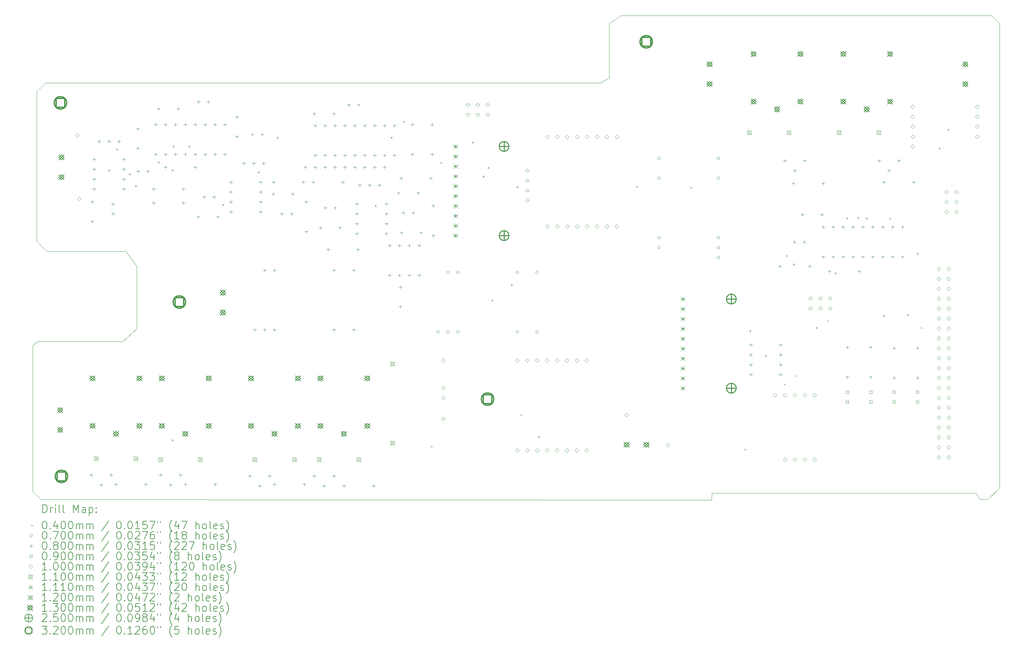
<source format=gbr>
%TF.GenerationSoftware,KiCad,Pcbnew,7.0.6*%
%TF.CreationDate,2023-11-08T16:42:53+01:00*%
%TF.ProjectId,mb.2024.0.2,6d622e32-3032-4342-9e30-2e322e6b6963,rev?*%
%TF.SameCoordinates,Original*%
%TF.FileFunction,Drillmap*%
%TF.FilePolarity,Positive*%
%FSLAX45Y45*%
G04 Gerber Fmt 4.5, Leading zero omitted, Abs format (unit mm)*
G04 Created by KiCad (PCBNEW 7.0.6) date 2023-11-08 16:42:53*
%MOMM*%
%LPD*%
G01*
G04 APERTURE LIST*
%ADD10C,0.100000*%
%ADD11C,0.200000*%
%ADD12C,0.040000*%
%ADD13C,0.070000*%
%ADD14C,0.080000*%
%ADD15C,0.090000*%
%ADD16C,0.110000*%
%ADD17C,0.111000*%
%ADD18C,0.120000*%
%ADD19C,0.130000*%
%ADD20C,0.250000*%
%ADD21C,0.320000*%
G04 APERTURE END LIST*
D10*
X16500000Y-3100000D02*
X16200000Y-3300000D01*
X3733800Y-11455400D02*
X1549400Y-11455400D01*
X16200000Y-3300000D02*
X16200000Y-4699000D01*
X1752600Y-4826000D02*
X1524000Y-5054600D01*
X25698000Y-15502000D02*
X25900000Y-15500000D01*
X1524000Y-8890000D02*
X1778000Y-9144000D01*
X15975000Y-4826000D02*
X1752600Y-4826000D01*
X26000000Y-3100000D02*
X16500000Y-3100000D01*
X2700000Y-10400000D02*
X2700000Y-10400000D01*
X26200000Y-15200000D02*
X26200000Y-3300000D01*
X3810000Y-9144000D02*
X4089400Y-9525000D01*
X1778000Y-9144000D02*
X3810000Y-9144000D01*
X1549400Y-11455400D02*
X1424000Y-11557000D01*
X16200000Y-4699000D02*
X15975000Y-4826000D01*
X1424000Y-15300000D02*
X1624000Y-15500000D01*
X1424000Y-11557000D02*
X1424000Y-15300000D01*
X25900000Y-15500000D02*
X26200000Y-15200000D01*
X4089400Y-11125200D02*
X4089400Y-9525000D01*
X18827000Y-15340000D02*
X18821400Y-15519400D01*
X1524000Y-5054600D02*
X1524000Y-8890000D01*
X25603200Y-15341600D02*
X25698000Y-15502000D01*
X4089400Y-11125200D02*
X3733800Y-11455400D01*
X1624000Y-15500000D02*
X18821400Y-15519400D01*
X18827000Y-15340000D02*
X25603200Y-15341600D01*
X26000000Y-3100000D02*
X26200000Y-3300000D01*
D11*
D12*
X3358200Y-7041200D02*
X3398200Y-7081200D01*
X3398200Y-7041200D02*
X3358200Y-7081200D01*
X3561400Y-6507800D02*
X3601400Y-6547800D01*
X3601400Y-6507800D02*
X3561400Y-6547800D01*
X3891600Y-7142800D02*
X3931600Y-7182800D01*
X3931600Y-7142800D02*
X3891600Y-7182800D01*
X4044000Y-7447600D02*
X4084000Y-7487600D01*
X4084000Y-7447600D02*
X4044000Y-7487600D01*
X4628200Y-6838000D02*
X4668200Y-6878000D01*
X4668200Y-6838000D02*
X4628200Y-6878000D01*
X4983800Y-7041200D02*
X5023800Y-7081200D01*
X5023800Y-7041200D02*
X4983800Y-7081200D01*
X4983800Y-13962700D02*
X5023800Y-14002700D01*
X5023800Y-13962700D02*
X4983800Y-14002700D01*
X5009200Y-6431600D02*
X5049200Y-6471600D01*
X5049200Y-6431600D02*
X5009200Y-6471600D01*
X5415600Y-6431600D02*
X5455600Y-6471600D01*
X5455600Y-6431600D02*
X5415600Y-6471600D01*
X6279200Y-7930200D02*
X6319200Y-7970200D01*
X6319200Y-7930200D02*
X6279200Y-7970200D01*
X7193600Y-7092000D02*
X7233600Y-7132000D01*
X7233600Y-7092000D02*
X7193600Y-7132000D01*
X7676200Y-6203000D02*
X7716200Y-6243000D01*
X7716200Y-6203000D02*
X7676200Y-6243000D01*
X10190800Y-7955600D02*
X10230800Y-7995600D01*
X10230800Y-7955600D02*
X10190800Y-7995600D01*
X10597200Y-6203000D02*
X10637200Y-6243000D01*
X10637200Y-6203000D02*
X10597200Y-6243000D01*
X10910000Y-5797000D02*
X10950000Y-5837000D01*
X10950000Y-5797000D02*
X10910000Y-5837000D01*
X11623000Y-14118000D02*
X11663000Y-14158000D01*
X11663000Y-14118000D02*
X11623000Y-14158000D01*
X11869000Y-6846000D02*
X11909000Y-6886000D01*
X11909000Y-6846000D02*
X11869000Y-6886000D01*
X12680000Y-6330000D02*
X12720000Y-6370000D01*
X12720000Y-6330000D02*
X12680000Y-6370000D01*
X12954000Y-7199000D02*
X12994000Y-7239000D01*
X12994000Y-7199000D02*
X12954000Y-7239000D01*
X13080000Y-6980000D02*
X13120000Y-7020000D01*
X13120000Y-6980000D02*
X13080000Y-7020000D01*
X13180000Y-10380000D02*
X13220000Y-10420000D01*
X13220000Y-10380000D02*
X13180000Y-10420000D01*
X13680000Y-9980000D02*
X13720000Y-10020000D01*
X13720000Y-9980000D02*
X13680000Y-10020000D01*
X13823000Y-7473000D02*
X13863000Y-7513000D01*
X13863000Y-7473000D02*
X13823000Y-7513000D01*
X13923000Y-13318000D02*
X13963000Y-13358000D01*
X13963000Y-13318000D02*
X13923000Y-13358000D01*
X14380000Y-13880000D02*
X14420000Y-13920000D01*
X14420000Y-13880000D02*
X14380000Y-13920000D01*
X16894250Y-7465750D02*
X16934250Y-7505750D01*
X16934250Y-7465750D02*
X16894250Y-7505750D01*
X18280000Y-7480000D02*
X18320000Y-7520000D01*
X18320000Y-7480000D02*
X18280000Y-7520000D01*
X19660500Y-14199500D02*
X19700500Y-14239500D01*
X19700500Y-14199500D02*
X19660500Y-14239500D01*
X19792000Y-11156000D02*
X19832000Y-11196000D01*
X19832000Y-11156000D02*
X19792000Y-11196000D01*
X20190500Y-11798500D02*
X20230500Y-11838500D01*
X20230500Y-11798500D02*
X20190500Y-11838500D01*
X20677000Y-12527000D02*
X20717000Y-12567000D01*
X20717000Y-12527000D02*
X20677000Y-12567000D01*
X20726000Y-9234000D02*
X20766000Y-9274000D01*
X20766000Y-9234000D02*
X20726000Y-9274000D01*
X20909600Y-9454200D02*
X20949600Y-9494200D01*
X20949600Y-9454200D02*
X20909600Y-9494200D01*
X20952000Y-12314000D02*
X20992000Y-12354000D01*
X20992000Y-12314000D02*
X20952000Y-12354000D01*
X21493800Y-11079800D02*
X21533800Y-11119800D01*
X21533800Y-11079800D02*
X21493800Y-11119800D01*
X21790500Y-10898500D02*
X21830500Y-10938500D01*
X21830500Y-10898500D02*
X21790500Y-10938500D01*
X21980000Y-9680000D02*
X22020000Y-9720000D01*
X22020000Y-9680000D02*
X21980000Y-9720000D01*
X22279716Y-8275523D02*
X22319716Y-8315523D01*
X22319716Y-8275523D02*
X22279716Y-8315523D01*
X22560600Y-8260400D02*
X22600600Y-8300400D01*
X22600600Y-8260400D02*
X22560600Y-8300400D01*
X22776551Y-8275523D02*
X22816551Y-8315523D01*
X22816551Y-8275523D02*
X22776551Y-8315523D01*
X23221000Y-10775000D02*
X23261000Y-10815000D01*
X23261000Y-10775000D02*
X23221000Y-10815000D01*
X23380000Y-8280000D02*
X23420000Y-8320000D01*
X23420000Y-8280000D02*
X23380000Y-8320000D01*
X23830600Y-10749600D02*
X23870600Y-10789600D01*
X23870600Y-10749600D02*
X23830600Y-10789600D01*
X24080000Y-9180000D02*
X24120000Y-9220000D01*
X24120000Y-9180000D02*
X24080000Y-9220000D01*
X24180000Y-11080000D02*
X24220000Y-11120000D01*
X24220000Y-11080000D02*
X24180000Y-11120000D01*
X24643400Y-6482400D02*
X24683400Y-6522400D01*
X24683400Y-6482400D02*
X24643400Y-6522400D01*
X24872000Y-5999800D02*
X24912000Y-6039800D01*
X24912000Y-5999800D02*
X24872000Y-6039800D01*
D13*
X11846000Y-11201400D02*
G75*
G03*
X11846000Y-11201400I-35000J0D01*
G01*
X12100000Y-9677400D02*
G75*
G03*
X12100000Y-9677400I-35000J0D01*
G01*
X12100000Y-11201400D02*
G75*
G03*
X12100000Y-11201400I-35000J0D01*
G01*
X12354000Y-9677400D02*
G75*
G03*
X12354000Y-9677400I-35000J0D01*
G01*
X12354000Y-11201400D02*
G75*
G03*
X12354000Y-11201400I-35000J0D01*
G01*
X13878000Y-9677400D02*
G75*
G03*
X13878000Y-9677400I-35000J0D01*
G01*
X13878000Y-11201400D02*
G75*
G03*
X13878000Y-11201400I-35000J0D01*
G01*
X14386000Y-9677400D02*
G75*
G03*
X14386000Y-9677400I-35000J0D01*
G01*
X14386000Y-11201400D02*
G75*
G03*
X14386000Y-11201400I-35000J0D01*
G01*
X17510200Y-6756400D02*
G75*
G03*
X17510200Y-6756400I-35000J0D01*
G01*
X17510200Y-7264400D02*
G75*
G03*
X17510200Y-7264400I-35000J0D01*
G01*
X17510200Y-8788400D02*
G75*
G03*
X17510200Y-8788400I-35000J0D01*
G01*
X17510200Y-9042400D02*
G75*
G03*
X17510200Y-9042400I-35000J0D01*
G01*
X19034200Y-6756400D02*
G75*
G03*
X19034200Y-6756400I-35000J0D01*
G01*
X19034200Y-7264400D02*
G75*
G03*
X19034200Y-7264400I-35000J0D01*
G01*
X19034200Y-8788400D02*
G75*
G03*
X19034200Y-8788400I-35000J0D01*
G01*
X19034200Y-9042400D02*
G75*
G03*
X19034200Y-9042400I-35000J0D01*
G01*
X19034200Y-9296400D02*
G75*
G03*
X19034200Y-9296400I-35000J0D01*
G01*
D14*
X2922000Y-14834750D02*
X2922000Y-14914750D01*
X2882000Y-14874750D02*
X2962000Y-14874750D01*
X2946400Y-7833000D02*
X2946400Y-7913000D01*
X2906400Y-7873000D02*
X2986400Y-7873000D01*
X2946400Y-8333000D02*
X2946400Y-8413000D01*
X2906400Y-8373000D02*
X2986400Y-8373000D01*
X2997200Y-6741800D02*
X2997200Y-6821800D01*
X2957200Y-6781800D02*
X3037200Y-6781800D01*
X2997200Y-6995800D02*
X2997200Y-7075800D01*
X2957200Y-7035800D02*
X3037200Y-7035800D01*
X2997200Y-7249800D02*
X2997200Y-7329800D01*
X2957200Y-7289800D02*
X3037200Y-7289800D01*
X2997200Y-7503800D02*
X2997200Y-7583800D01*
X2957200Y-7543800D02*
X3037200Y-7543800D01*
X3124200Y-6283600D02*
X3124200Y-6363600D01*
X3084200Y-6323600D02*
X3164200Y-6323600D01*
X3176000Y-15088750D02*
X3176000Y-15168750D01*
X3136000Y-15128750D02*
X3216000Y-15128750D01*
X3378200Y-6283600D02*
X3378200Y-6363600D01*
X3338200Y-6323600D02*
X3418200Y-6323600D01*
X3430000Y-14834750D02*
X3430000Y-14914750D01*
X3390000Y-14874750D02*
X3470000Y-14874750D01*
X3478800Y-7887800D02*
X3478800Y-7967800D01*
X3438800Y-7927800D02*
X3518800Y-7927800D01*
X3478800Y-8137800D02*
X3478800Y-8217800D01*
X3438800Y-8177800D02*
X3518800Y-8177800D01*
X3556000Y-15073000D02*
X3556000Y-15153000D01*
X3516000Y-15113000D02*
X3596000Y-15113000D01*
X3632200Y-6283600D02*
X3632200Y-6363600D01*
X3592200Y-6323600D02*
X3672200Y-6323600D01*
X3759200Y-6741800D02*
X3759200Y-6821800D01*
X3719200Y-6781800D02*
X3799200Y-6781800D01*
X3759200Y-6995800D02*
X3759200Y-7075800D01*
X3719200Y-7035800D02*
X3799200Y-7035800D01*
X3759200Y-7249800D02*
X3759200Y-7329800D01*
X3719200Y-7289800D02*
X3799200Y-7289800D01*
X3759200Y-7503800D02*
X3759200Y-7583800D01*
X3719200Y-7543800D02*
X3799200Y-7543800D01*
X4117800Y-5961400D02*
X4117800Y-6041400D01*
X4077800Y-6001400D02*
X4157800Y-6001400D01*
X4117800Y-6461400D02*
X4117800Y-6541400D01*
X4077800Y-6501400D02*
X4157800Y-6501400D01*
X4123562Y-7046600D02*
X4123562Y-7126600D01*
X4083562Y-7086600D02*
X4163562Y-7086600D01*
X4318000Y-15073000D02*
X4318000Y-15153000D01*
X4278000Y-15113000D02*
X4358000Y-15113000D01*
X4373562Y-7046600D02*
X4373562Y-7126600D01*
X4333562Y-7086600D02*
X4413562Y-7086600D01*
X4521200Y-7503800D02*
X4521200Y-7583800D01*
X4481200Y-7543800D02*
X4561200Y-7543800D01*
X4521200Y-7859400D02*
X4521200Y-7939400D01*
X4481200Y-7899400D02*
X4561200Y-7899400D01*
X4572000Y-5852800D02*
X4572000Y-5932800D01*
X4532000Y-5892800D02*
X4612000Y-5892800D01*
X4572000Y-6614800D02*
X4572000Y-6694800D01*
X4532000Y-6654800D02*
X4612000Y-6654800D01*
X4652200Y-5446400D02*
X4652200Y-5526400D01*
X4612200Y-5486400D02*
X4692200Y-5486400D01*
X4700000Y-14830000D02*
X4700000Y-14910000D01*
X4660000Y-14870000D02*
X4740000Y-14870000D01*
X4824500Y-6946000D02*
X4824500Y-7026000D01*
X4784500Y-6986000D02*
X4864500Y-6986000D01*
X4826000Y-5852800D02*
X4826000Y-5932800D01*
X4786000Y-5892800D02*
X4866000Y-5892800D01*
X4826000Y-6614800D02*
X4826000Y-6694800D01*
X4786000Y-6654800D02*
X4866000Y-6654800D01*
X4954000Y-15084000D02*
X4954000Y-15164000D01*
X4914000Y-15124000D02*
X4994000Y-15124000D01*
X5080000Y-5852800D02*
X5080000Y-5932800D01*
X5040000Y-5892800D02*
X5120000Y-5892800D01*
X5080000Y-6614800D02*
X5080000Y-6694800D01*
X5040000Y-6654800D02*
X5120000Y-6654800D01*
X5152200Y-5446400D02*
X5152200Y-5526400D01*
X5112200Y-5486400D02*
X5192200Y-5486400D01*
X5208000Y-14830000D02*
X5208000Y-14910000D01*
X5168000Y-14870000D02*
X5248000Y-14870000D01*
X5283200Y-7503800D02*
X5283200Y-7583800D01*
X5243200Y-7543800D02*
X5323200Y-7543800D01*
X5283200Y-7859400D02*
X5283200Y-7939400D01*
X5243200Y-7899400D02*
X5323200Y-7899400D01*
X5334000Y-5852800D02*
X5334000Y-5932800D01*
X5294000Y-5892800D02*
X5374000Y-5892800D01*
X5334000Y-6614800D02*
X5334000Y-6694800D01*
X5294000Y-6654800D02*
X5374000Y-6654800D01*
X5334000Y-15073000D02*
X5334000Y-15153000D01*
X5294000Y-15113000D02*
X5374000Y-15113000D01*
X5586500Y-6946000D02*
X5586500Y-7026000D01*
X5546500Y-6986000D02*
X5626500Y-6986000D01*
X5588000Y-5852800D02*
X5588000Y-5932800D01*
X5548000Y-5892800D02*
X5628000Y-5892800D01*
X5588000Y-6614800D02*
X5588000Y-6694800D01*
X5548000Y-6654800D02*
X5628000Y-6654800D01*
X5668200Y-8215000D02*
X5668200Y-8295000D01*
X5628200Y-8255000D02*
X5708200Y-8255000D01*
X5672962Y-5268600D02*
X5672962Y-5348600D01*
X5632962Y-5308600D02*
X5712962Y-5308600D01*
X5820600Y-7707000D02*
X5820600Y-7787000D01*
X5780600Y-7747000D02*
X5860600Y-7747000D01*
X5842000Y-5852800D02*
X5842000Y-5932800D01*
X5802000Y-5892800D02*
X5882000Y-5892800D01*
X5842000Y-6614800D02*
X5842000Y-6694800D01*
X5802000Y-6654800D02*
X5882000Y-6654800D01*
X5922962Y-5268600D02*
X5922962Y-5348600D01*
X5882962Y-5308600D02*
X5962962Y-5308600D01*
X6070600Y-7707000D02*
X6070600Y-7787000D01*
X6030600Y-7747000D02*
X6110600Y-7747000D01*
X6096000Y-5852800D02*
X6096000Y-5932800D01*
X6056000Y-5892800D02*
X6136000Y-5892800D01*
X6096000Y-6614800D02*
X6096000Y-6694800D01*
X6056000Y-6654800D02*
X6136000Y-6654800D01*
X6096000Y-15073000D02*
X6096000Y-15153000D01*
X6056000Y-15113000D02*
X6136000Y-15113000D01*
X6168200Y-8215000D02*
X6168200Y-8295000D01*
X6128200Y-8255000D02*
X6208200Y-8255000D01*
X6350000Y-5852800D02*
X6350000Y-5932800D01*
X6310000Y-5892800D02*
X6390000Y-5892800D01*
X6350000Y-6614800D02*
X6350000Y-6694800D01*
X6310000Y-6654800D02*
X6390000Y-6654800D01*
X6503400Y-7327000D02*
X6503400Y-7407000D01*
X6463400Y-7367000D02*
X6543400Y-7367000D01*
X6503400Y-7581000D02*
X6503400Y-7661000D01*
X6463400Y-7621000D02*
X6543400Y-7621000D01*
X6503400Y-7835000D02*
X6503400Y-7915000D01*
X6463400Y-7875000D02*
X6543400Y-7875000D01*
X6503400Y-8089000D02*
X6503400Y-8169000D01*
X6463400Y-8129000D02*
X6543400Y-8129000D01*
X6654800Y-5657600D02*
X6654800Y-5737600D01*
X6614800Y-5697600D02*
X6694800Y-5697600D01*
X6654800Y-6157600D02*
X6654800Y-6237600D01*
X6614800Y-6197600D02*
X6694800Y-6197600D01*
X6832600Y-6843400D02*
X6832600Y-6923400D01*
X6792600Y-6883400D02*
X6872600Y-6883400D01*
X6986000Y-14861000D02*
X6986000Y-14941000D01*
X6946000Y-14901000D02*
X7026000Y-14901000D01*
X7056438Y-6106800D02*
X7056438Y-6186800D01*
X7016438Y-6146800D02*
X7096438Y-6146800D01*
X7086600Y-6843400D02*
X7086600Y-6923400D01*
X7046600Y-6883400D02*
X7126600Y-6883400D01*
X7112000Y-11110600D02*
X7112000Y-11190600D01*
X7072000Y-11150600D02*
X7152000Y-11150600D01*
X7240000Y-15115000D02*
X7240000Y-15195000D01*
X7200000Y-15155000D02*
X7280000Y-15155000D01*
X7265400Y-7327000D02*
X7265400Y-7407000D01*
X7225400Y-7367000D02*
X7305400Y-7367000D01*
X7265400Y-7581000D02*
X7265400Y-7661000D01*
X7225400Y-7621000D02*
X7305400Y-7621000D01*
X7265400Y-7835000D02*
X7265400Y-7915000D01*
X7225400Y-7875000D02*
X7305400Y-7875000D01*
X7265400Y-8089000D02*
X7265400Y-8169000D01*
X7225400Y-8129000D02*
X7305400Y-8129000D01*
X7306438Y-6106800D02*
X7306438Y-6186800D01*
X7266438Y-6146800D02*
X7346438Y-6146800D01*
X7340600Y-6843400D02*
X7340600Y-6923400D01*
X7300600Y-6883400D02*
X7380600Y-6883400D01*
X7366000Y-9586600D02*
X7366000Y-9666600D01*
X7326000Y-9626600D02*
X7406000Y-9626600D01*
X7366000Y-11110600D02*
X7366000Y-11190600D01*
X7326000Y-11150600D02*
X7406000Y-11150600D01*
X7494000Y-14861000D02*
X7494000Y-14941000D01*
X7454000Y-14901000D02*
X7534000Y-14901000D01*
X7581962Y-7630800D02*
X7581962Y-7710800D01*
X7541962Y-7670800D02*
X7621962Y-7670800D01*
X7594600Y-7326000D02*
X7594600Y-7406000D01*
X7554600Y-7366000D02*
X7634600Y-7366000D01*
X7620000Y-9586600D02*
X7620000Y-9666600D01*
X7580000Y-9626600D02*
X7660000Y-9626600D01*
X7620000Y-11110600D02*
X7620000Y-11190600D01*
X7580000Y-11150600D02*
X7660000Y-11150600D01*
X7620000Y-15073000D02*
X7620000Y-15153000D01*
X7580000Y-15113000D02*
X7660000Y-15113000D01*
X7806562Y-8138800D02*
X7806562Y-8218800D01*
X7766562Y-8178800D02*
X7846562Y-8178800D01*
X8056562Y-8138800D02*
X8056562Y-8218800D01*
X8016562Y-8178800D02*
X8096562Y-8178800D01*
X8081962Y-7630800D02*
X8081962Y-7710800D01*
X8041962Y-7670800D02*
X8121962Y-7670800D01*
X8356600Y-7326000D02*
X8356600Y-7406000D01*
X8316600Y-7366000D02*
X8396600Y-7366000D01*
X8382000Y-15073000D02*
X8382000Y-15153000D01*
X8342000Y-15113000D02*
X8422000Y-15113000D01*
X8407400Y-6945000D02*
X8407400Y-7025000D01*
X8367400Y-6985000D02*
X8447400Y-6985000D01*
X8432800Y-7834000D02*
X8432800Y-7914000D01*
X8392800Y-7874000D02*
X8472800Y-7874000D01*
X8432800Y-8596000D02*
X8432800Y-8676000D01*
X8392800Y-8636000D02*
X8472800Y-8636000D01*
X8610600Y-7326000D02*
X8610600Y-7406000D01*
X8570600Y-7366000D02*
X8650600Y-7366000D01*
X8637000Y-14861000D02*
X8637000Y-14941000D01*
X8597000Y-14901000D02*
X8677000Y-14901000D01*
X8640000Y-5573400D02*
X8640000Y-5653400D01*
X8600000Y-5613400D02*
X8680000Y-5613400D01*
X8660400Y-5879200D02*
X8660400Y-5959200D01*
X8620400Y-5919200D02*
X8700400Y-5919200D01*
X8660400Y-6641200D02*
X8660400Y-6721200D01*
X8620400Y-6681200D02*
X8700400Y-6681200D01*
X8661400Y-6945000D02*
X8661400Y-7025000D01*
X8621400Y-6985000D02*
X8701400Y-6985000D01*
X8796400Y-8494400D02*
X8796400Y-8574400D01*
X8756400Y-8534400D02*
X8836400Y-8534400D01*
X8891000Y-15115000D02*
X8891000Y-15195000D01*
X8851000Y-15155000D02*
X8931000Y-15155000D01*
X8914400Y-5879200D02*
X8914400Y-5959200D01*
X8874400Y-5919200D02*
X8954400Y-5919200D01*
X8914400Y-6641200D02*
X8914400Y-6721200D01*
X8874400Y-6681200D02*
X8954400Y-6681200D01*
X8915400Y-6945000D02*
X8915400Y-7025000D01*
X8875400Y-6985000D02*
X8955400Y-6985000D01*
X8924162Y-7986400D02*
X8924162Y-8066400D01*
X8884162Y-8026400D02*
X8964162Y-8026400D01*
X8991600Y-9053200D02*
X8991600Y-9133200D01*
X8951600Y-9093200D02*
X9031600Y-9093200D01*
X9140000Y-5573400D02*
X9140000Y-5653400D01*
X9100000Y-5613400D02*
X9180000Y-5613400D01*
X9144000Y-9586600D02*
X9144000Y-9666600D01*
X9104000Y-9626600D02*
X9184000Y-9626600D01*
X9144000Y-11110600D02*
X9144000Y-11190600D01*
X9104000Y-11150600D02*
X9184000Y-11150600D01*
X9145000Y-14861000D02*
X9145000Y-14941000D01*
X9105000Y-14901000D02*
X9185000Y-14901000D01*
X9168400Y-5879200D02*
X9168400Y-5959200D01*
X9128400Y-5919200D02*
X9208400Y-5919200D01*
X9168400Y-6641200D02*
X9168400Y-6721200D01*
X9128400Y-6681200D02*
X9208400Y-6681200D01*
X9169400Y-6945000D02*
X9169400Y-7025000D01*
X9129400Y-6985000D02*
X9209400Y-6985000D01*
X9174162Y-7986400D02*
X9174162Y-8066400D01*
X9134162Y-8026400D02*
X9214162Y-8026400D01*
X9296400Y-8494400D02*
X9296400Y-8574400D01*
X9256400Y-8534400D02*
X9336400Y-8534400D01*
X9372600Y-7326000D02*
X9372600Y-7406000D01*
X9332600Y-7366000D02*
X9412600Y-7366000D01*
X9398000Y-15110000D02*
X9398000Y-15190000D01*
X9358000Y-15150000D02*
X9438000Y-15150000D01*
X9422400Y-5879200D02*
X9422400Y-5959200D01*
X9382400Y-5919200D02*
X9462400Y-5919200D01*
X9422400Y-6641200D02*
X9422400Y-6721200D01*
X9382400Y-6681200D02*
X9462400Y-6681200D01*
X9423400Y-6945000D02*
X9423400Y-7025000D01*
X9383400Y-6985000D02*
X9463400Y-6985000D01*
X9525000Y-5344800D02*
X9525000Y-5424800D01*
X9485000Y-5384800D02*
X9565000Y-5384800D01*
X9652000Y-9586600D02*
X9652000Y-9666600D01*
X9612000Y-9626600D02*
X9692000Y-9626600D01*
X9652000Y-11110600D02*
X9652000Y-11190600D01*
X9612000Y-11150600D02*
X9692000Y-11150600D01*
X9676400Y-5879200D02*
X9676400Y-5959200D01*
X9636400Y-5919200D02*
X9716400Y-5919200D01*
X9676400Y-6641200D02*
X9676400Y-6721200D01*
X9636400Y-6681200D02*
X9716400Y-6681200D01*
X9677400Y-6945000D02*
X9677400Y-7025000D01*
X9637400Y-6985000D02*
X9717400Y-6985000D01*
X9729200Y-7885800D02*
X9729200Y-7965800D01*
X9689200Y-7925800D02*
X9769200Y-7925800D01*
X9729200Y-8139800D02*
X9729200Y-8219800D01*
X9689200Y-8179800D02*
X9769200Y-8179800D01*
X9729200Y-8393800D02*
X9729200Y-8473800D01*
X9689200Y-8433800D02*
X9769200Y-8433800D01*
X9729200Y-8647800D02*
X9729200Y-8727800D01*
X9689200Y-8687800D02*
X9769200Y-8687800D01*
X9753600Y-9053200D02*
X9753600Y-9133200D01*
X9713600Y-9093200D02*
X9793600Y-9093200D01*
X9775000Y-5344800D02*
X9775000Y-5424800D01*
X9735000Y-5384800D02*
X9815000Y-5384800D01*
X9804400Y-7402200D02*
X9804400Y-7482200D01*
X9764400Y-7442200D02*
X9844400Y-7442200D01*
X9930400Y-5879200D02*
X9930400Y-5959200D01*
X9890400Y-5919200D02*
X9970400Y-5919200D01*
X9930400Y-6641200D02*
X9930400Y-6721200D01*
X9890400Y-6681200D02*
X9970400Y-6681200D01*
X9931400Y-6945000D02*
X9931400Y-7025000D01*
X9891400Y-6985000D02*
X9971400Y-6985000D01*
X10058400Y-7402200D02*
X10058400Y-7482200D01*
X10018400Y-7442200D02*
X10098400Y-7442200D01*
X10160000Y-15110000D02*
X10160000Y-15190000D01*
X10120000Y-15150000D02*
X10200000Y-15150000D01*
X10184400Y-5879200D02*
X10184400Y-5959200D01*
X10144400Y-5919200D02*
X10224400Y-5919200D01*
X10184400Y-6641200D02*
X10184400Y-6721200D01*
X10144400Y-6681200D02*
X10224400Y-6681200D01*
X10185400Y-6945000D02*
X10185400Y-7025000D01*
X10145400Y-6985000D02*
X10225400Y-6985000D01*
X10312400Y-7402200D02*
X10312400Y-7482200D01*
X10272400Y-7442200D02*
X10352400Y-7442200D01*
X10438400Y-5879200D02*
X10438400Y-5959200D01*
X10398400Y-5919200D02*
X10478400Y-5919200D01*
X10438400Y-6641200D02*
X10438400Y-6721200D01*
X10398400Y-6681200D02*
X10478400Y-6681200D01*
X10439400Y-6945000D02*
X10439400Y-7025000D01*
X10399400Y-6985000D02*
X10479400Y-6985000D01*
X10491200Y-7885800D02*
X10491200Y-7965800D01*
X10451200Y-7925800D02*
X10531200Y-7925800D01*
X10491200Y-8139800D02*
X10491200Y-8219800D01*
X10451200Y-8179800D02*
X10531200Y-8179800D01*
X10491200Y-8393800D02*
X10491200Y-8473800D01*
X10451200Y-8433800D02*
X10531200Y-8433800D01*
X10491200Y-8647800D02*
X10491200Y-8727800D01*
X10451200Y-8687800D02*
X10531200Y-8687800D01*
X10565400Y-8952600D02*
X10565400Y-9032600D01*
X10525400Y-8992600D02*
X10605400Y-8992600D01*
X10565400Y-9714600D02*
X10565400Y-9794600D01*
X10525400Y-9754600D02*
X10605400Y-9754600D01*
X10692400Y-5879200D02*
X10692400Y-5959200D01*
X10652400Y-5919200D02*
X10732400Y-5919200D01*
X10692400Y-6641200D02*
X10692400Y-6721200D01*
X10652400Y-6681200D02*
X10732400Y-6681200D01*
X10799000Y-7605400D02*
X10799000Y-7685400D01*
X10759000Y-7645400D02*
X10839000Y-7645400D01*
X10819400Y-8952600D02*
X10819400Y-9032600D01*
X10779400Y-8992600D02*
X10859400Y-8992600D01*
X10819400Y-9714600D02*
X10819400Y-9794600D01*
X10779400Y-9754600D02*
X10859400Y-9754600D01*
X10845800Y-10018400D02*
X10845800Y-10098400D01*
X10805800Y-10058400D02*
X10885800Y-10058400D01*
X10845800Y-10518400D02*
X10845800Y-10598400D01*
X10805800Y-10558400D02*
X10885800Y-10558400D01*
X10861208Y-7224400D02*
X10861208Y-7304400D01*
X10821208Y-7264400D02*
X10901208Y-7264400D01*
X10875200Y-8621400D02*
X10875200Y-8701400D01*
X10835200Y-8661400D02*
X10915200Y-8661400D01*
X10922000Y-8113400D02*
X10922000Y-8193400D01*
X10882000Y-8153400D02*
X10962000Y-8153400D01*
X11073400Y-8952600D02*
X11073400Y-9032600D01*
X11033400Y-8992600D02*
X11113400Y-8992600D01*
X11073400Y-9714600D02*
X11073400Y-9794600D01*
X11033400Y-9754600D02*
X11113400Y-9754600D01*
X11150600Y-5852800D02*
X11150600Y-5932800D01*
X11110600Y-5892800D02*
X11190600Y-5892800D01*
X11150600Y-6614800D02*
X11150600Y-6694800D01*
X11110600Y-6654800D02*
X11190600Y-6654800D01*
X11172000Y-8113400D02*
X11172000Y-8193400D01*
X11132000Y-8153400D02*
X11212000Y-8153400D01*
X11299000Y-7605400D02*
X11299000Y-7685400D01*
X11259000Y-7645400D02*
X11339000Y-7645400D01*
X11327400Y-8952600D02*
X11327400Y-9032600D01*
X11287400Y-8992600D02*
X11367400Y-8992600D01*
X11327400Y-9714600D02*
X11327400Y-9794600D01*
X11287400Y-9754600D02*
X11367400Y-9754600D01*
X11375200Y-8621400D02*
X11375200Y-8701400D01*
X11335200Y-8661400D02*
X11415200Y-8661400D01*
X11623208Y-7224400D02*
X11623208Y-7304400D01*
X11583208Y-7264400D02*
X11663208Y-7264400D01*
X11658600Y-5852800D02*
X11658600Y-5932800D01*
X11618600Y-5892800D02*
X11698600Y-5892800D01*
X11658600Y-6614800D02*
X11658600Y-6694800D01*
X11618600Y-6654800D02*
X11698600Y-6654800D01*
X11684000Y-7935600D02*
X11684000Y-8015600D01*
X11644000Y-7975600D02*
X11724000Y-7975600D01*
X11684000Y-8697600D02*
X11684000Y-8777600D01*
X11644000Y-8737600D02*
X11724000Y-8737600D01*
X19830500Y-11498500D02*
X19830500Y-11578500D01*
X19790500Y-11538500D02*
X19870500Y-11538500D01*
X19830500Y-11752500D02*
X19830500Y-11832500D01*
X19790500Y-11792500D02*
X19870500Y-11792500D01*
X19830500Y-12006500D02*
X19830500Y-12086500D01*
X19790500Y-12046500D02*
X19870500Y-12046500D01*
X19830500Y-12260500D02*
X19830500Y-12340500D01*
X19790500Y-12300500D02*
X19870500Y-12300500D01*
X20574000Y-9485000D02*
X20574000Y-9565000D01*
X20534000Y-9525000D02*
X20614000Y-9525000D01*
X20592500Y-11498500D02*
X20592500Y-11578500D01*
X20552500Y-11538500D02*
X20632500Y-11538500D01*
X20592500Y-11752500D02*
X20592500Y-11832500D01*
X20552500Y-11792500D02*
X20632500Y-11792500D01*
X20592500Y-12006500D02*
X20592500Y-12086500D01*
X20552500Y-12046500D02*
X20632500Y-12046500D01*
X20592500Y-12260500D02*
X20592500Y-12340500D01*
X20552500Y-12300500D02*
X20632500Y-12300500D01*
X20702000Y-6776000D02*
X20702000Y-6856000D01*
X20662000Y-6816000D02*
X20742000Y-6816000D01*
X20919000Y-7360000D02*
X20919000Y-7440000D01*
X20879000Y-7400000D02*
X20959000Y-7400000D01*
X20950000Y-8860000D02*
X20950000Y-8940000D01*
X20910000Y-8900000D02*
X20990000Y-8900000D01*
X20956000Y-7030000D02*
X20956000Y-7110000D01*
X20916000Y-7070000D02*
X20996000Y-7070000D01*
X21150000Y-8160000D02*
X21150000Y-8240000D01*
X21110000Y-8200000D02*
X21190000Y-8200000D01*
X21200000Y-8860000D02*
X21200000Y-8940000D01*
X21160000Y-8900000D02*
X21240000Y-8900000D01*
X21210000Y-6776000D02*
X21210000Y-6856000D01*
X21170000Y-6816000D02*
X21250000Y-6816000D01*
X21336000Y-9485000D02*
X21336000Y-9565000D01*
X21296000Y-9525000D02*
X21376000Y-9525000D01*
X21650000Y-8160000D02*
X21650000Y-8240000D01*
X21610000Y-8200000D02*
X21690000Y-8200000D01*
X21681000Y-7360000D02*
X21681000Y-7440000D01*
X21641000Y-7400000D02*
X21721000Y-7400000D01*
X21685000Y-8478000D02*
X21685000Y-8558000D01*
X21645000Y-8518000D02*
X21725000Y-8518000D01*
X21685000Y-9240000D02*
X21685000Y-9320000D01*
X21645000Y-9280000D02*
X21725000Y-9280000D01*
X21844000Y-9612000D02*
X21844000Y-9692000D01*
X21804000Y-9652000D02*
X21884000Y-9652000D01*
X21939000Y-8478000D02*
X21939000Y-8558000D01*
X21899000Y-8518000D02*
X21979000Y-8518000D01*
X21939000Y-9240000D02*
X21939000Y-9320000D01*
X21899000Y-9280000D02*
X21979000Y-9280000D01*
X22193000Y-8478000D02*
X22193000Y-8558000D01*
X22153000Y-8518000D02*
X22233000Y-8518000D01*
X22193000Y-9240000D02*
X22193000Y-9320000D01*
X22153000Y-9280000D02*
X22233000Y-9280000D01*
X22300000Y-11560000D02*
X22300000Y-11640000D01*
X22260000Y-11600000D02*
X22340000Y-11600000D01*
X22300000Y-12322000D02*
X22300000Y-12402000D01*
X22260000Y-12362000D02*
X22340000Y-12362000D01*
X22447000Y-8478000D02*
X22447000Y-8558000D01*
X22407000Y-8518000D02*
X22487000Y-8518000D01*
X22447000Y-9240000D02*
X22447000Y-9320000D01*
X22407000Y-9280000D02*
X22487000Y-9280000D01*
X22606000Y-9612000D02*
X22606000Y-9692000D01*
X22566000Y-9652000D02*
X22646000Y-9652000D01*
X22701000Y-8478000D02*
X22701000Y-8558000D01*
X22661000Y-8518000D02*
X22741000Y-8518000D01*
X22701000Y-9240000D02*
X22701000Y-9320000D01*
X22661000Y-9280000D02*
X22741000Y-9280000D01*
X22900000Y-11560000D02*
X22900000Y-11640000D01*
X22860000Y-11600000D02*
X22940000Y-11600000D01*
X22900000Y-12322000D02*
X22900000Y-12402000D01*
X22860000Y-12362000D02*
X22940000Y-12362000D01*
X22955000Y-8478000D02*
X22955000Y-8558000D01*
X22915000Y-8518000D02*
X22995000Y-8518000D01*
X22955000Y-9240000D02*
X22955000Y-9320000D01*
X22915000Y-9280000D02*
X22995000Y-9280000D01*
X23115000Y-6776000D02*
X23115000Y-6856000D01*
X23075000Y-6816000D02*
X23155000Y-6816000D01*
X23209000Y-8478000D02*
X23209000Y-8558000D01*
X23169000Y-8518000D02*
X23249000Y-8518000D01*
X23209000Y-9240000D02*
X23209000Y-9320000D01*
X23169000Y-9280000D02*
X23249000Y-9280000D01*
X23241000Y-7326000D02*
X23241000Y-7406000D01*
X23201000Y-7366000D02*
X23281000Y-7366000D01*
X23369000Y-7030000D02*
X23369000Y-7110000D01*
X23329000Y-7070000D02*
X23409000Y-7070000D01*
X23463000Y-8478000D02*
X23463000Y-8558000D01*
X23423000Y-8518000D02*
X23503000Y-8518000D01*
X23463000Y-9240000D02*
X23463000Y-9320000D01*
X23423000Y-9280000D02*
X23503000Y-9280000D01*
X23500000Y-11579000D02*
X23500000Y-11659000D01*
X23460000Y-11619000D02*
X23540000Y-11619000D01*
X23500000Y-12341000D02*
X23500000Y-12421000D01*
X23460000Y-12381000D02*
X23540000Y-12381000D01*
X23623000Y-6776000D02*
X23623000Y-6856000D01*
X23583000Y-6816000D02*
X23663000Y-6816000D01*
X23717000Y-8478000D02*
X23717000Y-8558000D01*
X23677000Y-8518000D02*
X23757000Y-8518000D01*
X23717000Y-9240000D02*
X23717000Y-9320000D01*
X23677000Y-9280000D02*
X23757000Y-9280000D01*
X24003000Y-7326000D02*
X24003000Y-7406000D01*
X23963000Y-7366000D02*
X24043000Y-7366000D01*
X24100000Y-11579000D02*
X24100000Y-11659000D01*
X24060000Y-11619000D02*
X24140000Y-11619000D01*
X24100000Y-12341000D02*
X24100000Y-12421000D01*
X24060000Y-12381000D02*
X24140000Y-12381000D01*
D15*
X22331820Y-12777820D02*
X22331820Y-12714180D01*
X22268180Y-12714180D01*
X22268180Y-12777820D01*
X22331820Y-12777820D01*
X22331820Y-13031820D02*
X22331820Y-12968180D01*
X22268180Y-12968180D01*
X22268180Y-13031820D01*
X22331820Y-13031820D01*
X22931820Y-12777820D02*
X22931820Y-12714180D01*
X22868180Y-12714180D01*
X22868180Y-12777820D01*
X22931820Y-12777820D01*
X22931820Y-13031820D02*
X22931820Y-12968180D01*
X22868180Y-12968180D01*
X22868180Y-13031820D01*
X22931820Y-13031820D01*
X23531820Y-12777820D02*
X23531820Y-12714180D01*
X23468180Y-12714180D01*
X23468180Y-12777820D01*
X23531820Y-12777820D01*
X23531820Y-13031820D02*
X23531820Y-12968180D01*
X23468180Y-12968180D01*
X23468180Y-13031820D01*
X23531820Y-13031820D01*
X24131820Y-12777820D02*
X24131820Y-12714180D01*
X24068180Y-12714180D01*
X24068180Y-12777820D01*
X24131820Y-12777820D01*
X24131820Y-13031820D02*
X24131820Y-12968180D01*
X24068180Y-12968180D01*
X24068180Y-13031820D01*
X24131820Y-13031820D01*
D10*
X2565400Y-6222200D02*
X2615400Y-6172200D01*
X2565400Y-6122200D01*
X2515400Y-6172200D01*
X2565400Y-6222200D01*
X2616200Y-7847800D02*
X2666200Y-7797800D01*
X2616200Y-7747800D01*
X2566200Y-7797800D01*
X2616200Y-7847800D01*
X11943000Y-11988000D02*
X11993000Y-11938000D01*
X11943000Y-11888000D01*
X11893000Y-11938000D01*
X11943000Y-11988000D01*
X11943000Y-13488000D02*
X11993000Y-13438000D01*
X11943000Y-13388000D01*
X11893000Y-13438000D01*
X11943000Y-13488000D01*
X11947500Y-12689500D02*
X11997500Y-12639500D01*
X11947500Y-12589500D01*
X11897500Y-12639500D01*
X11947500Y-12689500D01*
X11947500Y-12943500D02*
X11997500Y-12893500D01*
X11947500Y-12843500D01*
X11897500Y-12893500D01*
X11947500Y-12943500D01*
X12573000Y-5435750D02*
X12623000Y-5385750D01*
X12573000Y-5335750D01*
X12523000Y-5385750D01*
X12573000Y-5435750D01*
X12573000Y-5689750D02*
X12623000Y-5639750D01*
X12573000Y-5589750D01*
X12523000Y-5639750D01*
X12573000Y-5689750D01*
X12827000Y-5435750D02*
X12877000Y-5385750D01*
X12827000Y-5335750D01*
X12777000Y-5385750D01*
X12827000Y-5435750D01*
X12827000Y-5689750D02*
X12877000Y-5639750D01*
X12827000Y-5589750D01*
X12777000Y-5639750D01*
X12827000Y-5689750D01*
X13081000Y-5435750D02*
X13131000Y-5385750D01*
X13081000Y-5335750D01*
X13031000Y-5385750D01*
X13081000Y-5435750D01*
X13081000Y-5689750D02*
X13131000Y-5639750D01*
X13081000Y-5589750D01*
X13031000Y-5639750D01*
X13081000Y-5689750D01*
X13843000Y-11988000D02*
X13893000Y-11938000D01*
X13843000Y-11888000D01*
X13793000Y-11938000D01*
X13843000Y-11988000D01*
X13843000Y-14288000D02*
X13893000Y-14238000D01*
X13843000Y-14188000D01*
X13793000Y-14238000D01*
X13843000Y-14288000D01*
X14097000Y-11988000D02*
X14147000Y-11938000D01*
X14097000Y-11888000D01*
X14047000Y-11938000D01*
X14097000Y-11988000D01*
X14097000Y-14288000D02*
X14147000Y-14238000D01*
X14097000Y-14188000D01*
X14047000Y-14238000D01*
X14097000Y-14288000D01*
X14100000Y-7113000D02*
X14150000Y-7063000D01*
X14100000Y-7013000D01*
X14050000Y-7063000D01*
X14100000Y-7113000D01*
X14100000Y-7367000D02*
X14150000Y-7317000D01*
X14100000Y-7267000D01*
X14050000Y-7317000D01*
X14100000Y-7367000D01*
X14100000Y-7621000D02*
X14150000Y-7571000D01*
X14100000Y-7521000D01*
X14050000Y-7571000D01*
X14100000Y-7621000D01*
X14100000Y-7875000D02*
X14150000Y-7825000D01*
X14100000Y-7775000D01*
X14050000Y-7825000D01*
X14100000Y-7875000D01*
X14351000Y-11988000D02*
X14401000Y-11938000D01*
X14351000Y-11888000D01*
X14301000Y-11938000D01*
X14351000Y-11988000D01*
X14351000Y-14288000D02*
X14401000Y-14238000D01*
X14351000Y-14188000D01*
X14301000Y-14238000D01*
X14351000Y-14288000D01*
X14605000Y-11988000D02*
X14655000Y-11938000D01*
X14605000Y-11888000D01*
X14555000Y-11938000D01*
X14605000Y-11988000D01*
X14605000Y-14288000D02*
X14655000Y-14238000D01*
X14605000Y-14188000D01*
X14555000Y-14238000D01*
X14605000Y-14288000D01*
X14612500Y-6250000D02*
X14662500Y-6200000D01*
X14612500Y-6150000D01*
X14562500Y-6200000D01*
X14612500Y-6250000D01*
X14612500Y-8550000D02*
X14662500Y-8500000D01*
X14612500Y-8450000D01*
X14562500Y-8500000D01*
X14612500Y-8550000D01*
X14859000Y-11988000D02*
X14909000Y-11938000D01*
X14859000Y-11888000D01*
X14809000Y-11938000D01*
X14859000Y-11988000D01*
X14859000Y-14288000D02*
X14909000Y-14238000D01*
X14859000Y-14188000D01*
X14809000Y-14238000D01*
X14859000Y-14288000D01*
X14866500Y-6250000D02*
X14916500Y-6200000D01*
X14866500Y-6150000D01*
X14816500Y-6200000D01*
X14866500Y-6250000D01*
X14866500Y-8550000D02*
X14916500Y-8500000D01*
X14866500Y-8450000D01*
X14816500Y-8500000D01*
X14866500Y-8550000D01*
X15113000Y-11988000D02*
X15163000Y-11938000D01*
X15113000Y-11888000D01*
X15063000Y-11938000D01*
X15113000Y-11988000D01*
X15113000Y-14288000D02*
X15163000Y-14238000D01*
X15113000Y-14188000D01*
X15063000Y-14238000D01*
X15113000Y-14288000D01*
X15120500Y-6250000D02*
X15170500Y-6200000D01*
X15120500Y-6150000D01*
X15070500Y-6200000D01*
X15120500Y-6250000D01*
X15120500Y-8550000D02*
X15170500Y-8500000D01*
X15120500Y-8450000D01*
X15070500Y-8500000D01*
X15120500Y-8550000D01*
X15367000Y-11988000D02*
X15417000Y-11938000D01*
X15367000Y-11888000D01*
X15317000Y-11938000D01*
X15367000Y-11988000D01*
X15367000Y-14288000D02*
X15417000Y-14238000D01*
X15367000Y-14188000D01*
X15317000Y-14238000D01*
X15367000Y-14288000D01*
X15374500Y-6250000D02*
X15424500Y-6200000D01*
X15374500Y-6150000D01*
X15324500Y-6200000D01*
X15374500Y-6250000D01*
X15374500Y-8550000D02*
X15424500Y-8500000D01*
X15374500Y-8450000D01*
X15324500Y-8500000D01*
X15374500Y-8550000D01*
X15621000Y-11988000D02*
X15671000Y-11938000D01*
X15621000Y-11888000D01*
X15571000Y-11938000D01*
X15621000Y-11988000D01*
X15621000Y-14288000D02*
X15671000Y-14238000D01*
X15621000Y-14188000D01*
X15571000Y-14238000D01*
X15621000Y-14288000D01*
X15628500Y-6250000D02*
X15678500Y-6200000D01*
X15628500Y-6150000D01*
X15578500Y-6200000D01*
X15628500Y-6250000D01*
X15628500Y-8550000D02*
X15678500Y-8500000D01*
X15628500Y-8450000D01*
X15578500Y-8500000D01*
X15628500Y-8550000D01*
X15882500Y-6250000D02*
X15932500Y-6200000D01*
X15882500Y-6150000D01*
X15832500Y-6200000D01*
X15882500Y-6250000D01*
X15882500Y-8550000D02*
X15932500Y-8500000D01*
X15882500Y-8450000D01*
X15832500Y-8500000D01*
X15882500Y-8550000D01*
X16136500Y-6250000D02*
X16186500Y-6200000D01*
X16136500Y-6150000D01*
X16086500Y-6200000D01*
X16136500Y-6250000D01*
X16136500Y-8550000D02*
X16186500Y-8500000D01*
X16136500Y-8450000D01*
X16086500Y-8500000D01*
X16136500Y-8550000D01*
X16390500Y-6250000D02*
X16440500Y-6200000D01*
X16390500Y-6150000D01*
X16340500Y-6200000D01*
X16390500Y-6250000D01*
X16390500Y-8550000D02*
X16440500Y-8500000D01*
X16390500Y-8450000D01*
X16340500Y-8500000D01*
X16390500Y-8550000D01*
X16637000Y-13385000D02*
X16687000Y-13335000D01*
X16637000Y-13285000D01*
X16587000Y-13335000D01*
X16637000Y-13385000D01*
X17700000Y-14150000D02*
X17750000Y-14100000D01*
X17700000Y-14050000D01*
X17650000Y-14100000D01*
X17700000Y-14150000D01*
X20447500Y-12877000D02*
X20497500Y-12827000D01*
X20447500Y-12777000D01*
X20397500Y-12827000D01*
X20447500Y-12877000D01*
X20701500Y-12877000D02*
X20751500Y-12827000D01*
X20701500Y-12777000D01*
X20651500Y-12827000D01*
X20701500Y-12877000D01*
X20702000Y-14528000D02*
X20752000Y-14478000D01*
X20702000Y-14428000D01*
X20652000Y-14478000D01*
X20702000Y-14528000D01*
X20955500Y-12877000D02*
X21005500Y-12827000D01*
X20955500Y-12777000D01*
X20905500Y-12827000D01*
X20955500Y-12877000D01*
X20956000Y-14528000D02*
X21006000Y-14478000D01*
X20956000Y-14428000D01*
X20906000Y-14478000D01*
X20956000Y-14528000D01*
X21209500Y-12877000D02*
X21259500Y-12827000D01*
X21209500Y-12777000D01*
X21159500Y-12827000D01*
X21209500Y-12877000D01*
X21210000Y-14528000D02*
X21260000Y-14478000D01*
X21210000Y-14428000D01*
X21160000Y-14478000D01*
X21210000Y-14528000D01*
X21356000Y-10389750D02*
X21406000Y-10339750D01*
X21356000Y-10289750D01*
X21306000Y-10339750D01*
X21356000Y-10389750D01*
X21356000Y-10643750D02*
X21406000Y-10593750D01*
X21356000Y-10543750D01*
X21306000Y-10593750D01*
X21356000Y-10643750D01*
X21463500Y-12877000D02*
X21513500Y-12827000D01*
X21463500Y-12777000D01*
X21413500Y-12827000D01*
X21463500Y-12877000D01*
X21464000Y-14528000D02*
X21514000Y-14478000D01*
X21464000Y-14428000D01*
X21414000Y-14478000D01*
X21464000Y-14528000D01*
X21610000Y-10389750D02*
X21660000Y-10339750D01*
X21610000Y-10289750D01*
X21560000Y-10339750D01*
X21610000Y-10389750D01*
X21610000Y-10643750D02*
X21660000Y-10593750D01*
X21610000Y-10543750D01*
X21560000Y-10593750D01*
X21610000Y-10643750D01*
X21864000Y-10389750D02*
X21914000Y-10339750D01*
X21864000Y-10289750D01*
X21814000Y-10339750D01*
X21864000Y-10389750D01*
X21864000Y-10643750D02*
X21914000Y-10593750D01*
X21864000Y-10543750D01*
X21814000Y-10593750D01*
X21864000Y-10643750D01*
X23977600Y-5485100D02*
X24027600Y-5435100D01*
X23977600Y-5385100D01*
X23927600Y-5435100D01*
X23977600Y-5485100D01*
X23977600Y-5739100D02*
X24027600Y-5689100D01*
X23977600Y-5639100D01*
X23927600Y-5689100D01*
X23977600Y-5739100D01*
X23977600Y-5993100D02*
X24027600Y-5943100D01*
X23977600Y-5893100D01*
X23927600Y-5943100D01*
X23977600Y-5993100D01*
X23977600Y-6247100D02*
X24027600Y-6197100D01*
X23977600Y-6147100D01*
X23927600Y-6197100D01*
X23977600Y-6247100D01*
X23977600Y-6501100D02*
X24027600Y-6451100D01*
X23977600Y-6401100D01*
X23927600Y-6451100D01*
X23977600Y-6501100D01*
X24650000Y-9640000D02*
X24700000Y-9590000D01*
X24650000Y-9540000D01*
X24600000Y-9590000D01*
X24650000Y-9640000D01*
X24650000Y-9894000D02*
X24700000Y-9844000D01*
X24650000Y-9794000D01*
X24600000Y-9844000D01*
X24650000Y-9894000D01*
X24650000Y-10148000D02*
X24700000Y-10098000D01*
X24650000Y-10048000D01*
X24600000Y-10098000D01*
X24650000Y-10148000D01*
X24650000Y-10402000D02*
X24700000Y-10352000D01*
X24650000Y-10302000D01*
X24600000Y-10352000D01*
X24650000Y-10402000D01*
X24650000Y-10656000D02*
X24700000Y-10606000D01*
X24650000Y-10556000D01*
X24600000Y-10606000D01*
X24650000Y-10656000D01*
X24650000Y-10910000D02*
X24700000Y-10860000D01*
X24650000Y-10810000D01*
X24600000Y-10860000D01*
X24650000Y-10910000D01*
X24650000Y-11164000D02*
X24700000Y-11114000D01*
X24650000Y-11064000D01*
X24600000Y-11114000D01*
X24650000Y-11164000D01*
X24650000Y-11418000D02*
X24700000Y-11368000D01*
X24650000Y-11318000D01*
X24600000Y-11368000D01*
X24650000Y-11418000D01*
X24650000Y-11672000D02*
X24700000Y-11622000D01*
X24650000Y-11572000D01*
X24600000Y-11622000D01*
X24650000Y-11672000D01*
X24650000Y-11926000D02*
X24700000Y-11876000D01*
X24650000Y-11826000D01*
X24600000Y-11876000D01*
X24650000Y-11926000D01*
X24650000Y-12180000D02*
X24700000Y-12130000D01*
X24650000Y-12080000D01*
X24600000Y-12130000D01*
X24650000Y-12180000D01*
X24650000Y-12434000D02*
X24700000Y-12384000D01*
X24650000Y-12334000D01*
X24600000Y-12384000D01*
X24650000Y-12434000D01*
X24650000Y-12688000D02*
X24700000Y-12638000D01*
X24650000Y-12588000D01*
X24600000Y-12638000D01*
X24650000Y-12688000D01*
X24650000Y-12942000D02*
X24700000Y-12892000D01*
X24650000Y-12842000D01*
X24600000Y-12892000D01*
X24650000Y-12942000D01*
X24650000Y-13196000D02*
X24700000Y-13146000D01*
X24650000Y-13096000D01*
X24600000Y-13146000D01*
X24650000Y-13196000D01*
X24650000Y-13450000D02*
X24700000Y-13400000D01*
X24650000Y-13350000D01*
X24600000Y-13400000D01*
X24650000Y-13450000D01*
X24650000Y-13704000D02*
X24700000Y-13654000D01*
X24650000Y-13604000D01*
X24600000Y-13654000D01*
X24650000Y-13704000D01*
X24650000Y-13958000D02*
X24700000Y-13908000D01*
X24650000Y-13858000D01*
X24600000Y-13908000D01*
X24650000Y-13958000D01*
X24650000Y-14212000D02*
X24700000Y-14162000D01*
X24650000Y-14112000D01*
X24600000Y-14162000D01*
X24650000Y-14212000D01*
X24650000Y-14466000D02*
X24700000Y-14416000D01*
X24650000Y-14366000D01*
X24600000Y-14416000D01*
X24650000Y-14466000D01*
X24840250Y-7670500D02*
X24890250Y-7620500D01*
X24840250Y-7570500D01*
X24790250Y-7620500D01*
X24840250Y-7670500D01*
X24840250Y-7924500D02*
X24890250Y-7874500D01*
X24840250Y-7824500D01*
X24790250Y-7874500D01*
X24840250Y-7924500D01*
X24840250Y-8178500D02*
X24890250Y-8128500D01*
X24840250Y-8078500D01*
X24790250Y-8128500D01*
X24840250Y-8178500D01*
X24904000Y-9640000D02*
X24954000Y-9590000D01*
X24904000Y-9540000D01*
X24854000Y-9590000D01*
X24904000Y-9640000D01*
X24904000Y-9894000D02*
X24954000Y-9844000D01*
X24904000Y-9794000D01*
X24854000Y-9844000D01*
X24904000Y-9894000D01*
X24904000Y-10148000D02*
X24954000Y-10098000D01*
X24904000Y-10048000D01*
X24854000Y-10098000D01*
X24904000Y-10148000D01*
X24904000Y-10402000D02*
X24954000Y-10352000D01*
X24904000Y-10302000D01*
X24854000Y-10352000D01*
X24904000Y-10402000D01*
X24904000Y-10656000D02*
X24954000Y-10606000D01*
X24904000Y-10556000D01*
X24854000Y-10606000D01*
X24904000Y-10656000D01*
X24904000Y-10910000D02*
X24954000Y-10860000D01*
X24904000Y-10810000D01*
X24854000Y-10860000D01*
X24904000Y-10910000D01*
X24904000Y-11164000D02*
X24954000Y-11114000D01*
X24904000Y-11064000D01*
X24854000Y-11114000D01*
X24904000Y-11164000D01*
X24904000Y-11418000D02*
X24954000Y-11368000D01*
X24904000Y-11318000D01*
X24854000Y-11368000D01*
X24904000Y-11418000D01*
X24904000Y-11672000D02*
X24954000Y-11622000D01*
X24904000Y-11572000D01*
X24854000Y-11622000D01*
X24904000Y-11672000D01*
X24904000Y-11926000D02*
X24954000Y-11876000D01*
X24904000Y-11826000D01*
X24854000Y-11876000D01*
X24904000Y-11926000D01*
X24904000Y-12180000D02*
X24954000Y-12130000D01*
X24904000Y-12080000D01*
X24854000Y-12130000D01*
X24904000Y-12180000D01*
X24904000Y-12434000D02*
X24954000Y-12384000D01*
X24904000Y-12334000D01*
X24854000Y-12384000D01*
X24904000Y-12434000D01*
X24904000Y-12688000D02*
X24954000Y-12638000D01*
X24904000Y-12588000D01*
X24854000Y-12638000D01*
X24904000Y-12688000D01*
X24904000Y-12942000D02*
X24954000Y-12892000D01*
X24904000Y-12842000D01*
X24854000Y-12892000D01*
X24904000Y-12942000D01*
X24904000Y-13196000D02*
X24954000Y-13146000D01*
X24904000Y-13096000D01*
X24854000Y-13146000D01*
X24904000Y-13196000D01*
X24904000Y-13450000D02*
X24954000Y-13400000D01*
X24904000Y-13350000D01*
X24854000Y-13400000D01*
X24904000Y-13450000D01*
X24904000Y-13704000D02*
X24954000Y-13654000D01*
X24904000Y-13604000D01*
X24854000Y-13654000D01*
X24904000Y-13704000D01*
X24904000Y-13958000D02*
X24954000Y-13908000D01*
X24904000Y-13858000D01*
X24854000Y-13908000D01*
X24904000Y-13958000D01*
X24904000Y-14212000D02*
X24954000Y-14162000D01*
X24904000Y-14112000D01*
X24854000Y-14162000D01*
X24904000Y-14212000D01*
X24904000Y-14466000D02*
X24954000Y-14416000D01*
X24904000Y-14366000D01*
X24854000Y-14416000D01*
X24904000Y-14466000D01*
X25094250Y-7670500D02*
X25144250Y-7620500D01*
X25094250Y-7570500D01*
X25044250Y-7620500D01*
X25094250Y-7670500D01*
X25094250Y-7924500D02*
X25144250Y-7874500D01*
X25094250Y-7824500D01*
X25044250Y-7874500D01*
X25094250Y-7924500D01*
X25094250Y-8178500D02*
X25144250Y-8128500D01*
X25094250Y-8078500D01*
X25044250Y-8128500D01*
X25094250Y-8178500D01*
X25628600Y-5485600D02*
X25678600Y-5435600D01*
X25628600Y-5385600D01*
X25578600Y-5435600D01*
X25628600Y-5485600D01*
X25628600Y-5739600D02*
X25678600Y-5689600D01*
X25628600Y-5639600D01*
X25578600Y-5689600D01*
X25628600Y-5739600D01*
X25628600Y-5993600D02*
X25678600Y-5943600D01*
X25628600Y-5893600D01*
X25578600Y-5943600D01*
X25628600Y-5993600D01*
X25628600Y-6247600D02*
X25678600Y-6197600D01*
X25628600Y-6147600D01*
X25578600Y-6197600D01*
X25628600Y-6247600D01*
D16*
X2993000Y-14396750D02*
X3103000Y-14506750D01*
X3103000Y-14396750D02*
X2993000Y-14506750D01*
X3103000Y-14451750D02*
G75*
G03*
X3103000Y-14451750I-55000J0D01*
G01*
X4009000Y-14396750D02*
X4119000Y-14506750D01*
X4119000Y-14396750D02*
X4009000Y-14506750D01*
X4119000Y-14451750D02*
G75*
G03*
X4119000Y-14451750I-55000J0D01*
G01*
X4644000Y-14423000D02*
X4754000Y-14533000D01*
X4754000Y-14423000D02*
X4644000Y-14533000D01*
X4754000Y-14478000D02*
G75*
G03*
X4754000Y-14478000I-55000J0D01*
G01*
X5660000Y-14423000D02*
X5770000Y-14533000D01*
X5770000Y-14423000D02*
X5660000Y-14533000D01*
X5770000Y-14478000D02*
G75*
G03*
X5770000Y-14478000I-55000J0D01*
G01*
X7057000Y-14423000D02*
X7167000Y-14533000D01*
X7167000Y-14423000D02*
X7057000Y-14533000D01*
X7167000Y-14478000D02*
G75*
G03*
X7167000Y-14478000I-55000J0D01*
G01*
X8073000Y-14423000D02*
X8183000Y-14533000D01*
X8183000Y-14423000D02*
X8073000Y-14533000D01*
X8183000Y-14478000D02*
G75*
G03*
X8183000Y-14478000I-55000J0D01*
G01*
X8708000Y-14423000D02*
X8818000Y-14533000D01*
X8818000Y-14423000D02*
X8708000Y-14533000D01*
X8818000Y-14478000D02*
G75*
G03*
X8818000Y-14478000I-55000J0D01*
G01*
X9724000Y-14423000D02*
X9834000Y-14533000D01*
X9834000Y-14423000D02*
X9724000Y-14533000D01*
X9834000Y-14478000D02*
G75*
G03*
X9834000Y-14478000I-55000J0D01*
G01*
X19737000Y-6045000D02*
X19847000Y-6155000D01*
X19847000Y-6045000D02*
X19737000Y-6155000D01*
X19847000Y-6100000D02*
G75*
G03*
X19847000Y-6100000I-55000J0D01*
G01*
X20753000Y-6045000D02*
X20863000Y-6155000D01*
X20863000Y-6045000D02*
X20753000Y-6155000D01*
X20863000Y-6100000D02*
G75*
G03*
X20863000Y-6100000I-55000J0D01*
G01*
X22037000Y-6045000D02*
X22147000Y-6155000D01*
X22147000Y-6045000D02*
X22037000Y-6155000D01*
X22147000Y-6100000D02*
G75*
G03*
X22147000Y-6100000I-55000J0D01*
G01*
X23053000Y-6045000D02*
X23163000Y-6155000D01*
X23163000Y-6045000D02*
X23053000Y-6155000D01*
X23163000Y-6100000D02*
G75*
G03*
X23163000Y-6100000I-55000J0D01*
G01*
D17*
X12204500Y-6396100D02*
X12315500Y-6507100D01*
X12315500Y-6396100D02*
X12204500Y-6507100D01*
X12260000Y-6396100D02*
X12260000Y-6507100D01*
X12204500Y-6451600D02*
X12315500Y-6451600D01*
X12204500Y-6650100D02*
X12315500Y-6761100D01*
X12315500Y-6650100D02*
X12204500Y-6761100D01*
X12260000Y-6650100D02*
X12260000Y-6761100D01*
X12204500Y-6705600D02*
X12315500Y-6705600D01*
X12204500Y-6904100D02*
X12315500Y-7015100D01*
X12315500Y-6904100D02*
X12204500Y-7015100D01*
X12260000Y-6904100D02*
X12260000Y-7015100D01*
X12204500Y-6959600D02*
X12315500Y-6959600D01*
X12204500Y-7158100D02*
X12315500Y-7269100D01*
X12315500Y-7158100D02*
X12204500Y-7269100D01*
X12260000Y-7158100D02*
X12260000Y-7269100D01*
X12204500Y-7213600D02*
X12315500Y-7213600D01*
X12204500Y-7412100D02*
X12315500Y-7523100D01*
X12315500Y-7412100D02*
X12204500Y-7523100D01*
X12260000Y-7412100D02*
X12260000Y-7523100D01*
X12204500Y-7467600D02*
X12315500Y-7467600D01*
X12204500Y-7666100D02*
X12315500Y-7777100D01*
X12315500Y-7666100D02*
X12204500Y-7777100D01*
X12260000Y-7666100D02*
X12260000Y-7777100D01*
X12204500Y-7721600D02*
X12315500Y-7721600D01*
X12204500Y-7920100D02*
X12315500Y-8031100D01*
X12315500Y-7920100D02*
X12204500Y-8031100D01*
X12260000Y-7920100D02*
X12260000Y-8031100D01*
X12204500Y-7975600D02*
X12315500Y-7975600D01*
X12204500Y-8174100D02*
X12315500Y-8285100D01*
X12315500Y-8174100D02*
X12204500Y-8285100D01*
X12260000Y-8174100D02*
X12260000Y-8285100D01*
X12204500Y-8229600D02*
X12315500Y-8229600D01*
X12204500Y-8428100D02*
X12315500Y-8539100D01*
X12315500Y-8428100D02*
X12204500Y-8539100D01*
X12260000Y-8428100D02*
X12260000Y-8539100D01*
X12204500Y-8483600D02*
X12315500Y-8483600D01*
X12204500Y-8682100D02*
X12315500Y-8793100D01*
X12315500Y-8682100D02*
X12204500Y-8793100D01*
X12260000Y-8682100D02*
X12260000Y-8793100D01*
X12204500Y-8737600D02*
X12315500Y-8737600D01*
X18029300Y-10307700D02*
X18140300Y-10418700D01*
X18140300Y-10307700D02*
X18029300Y-10418700D01*
X18084800Y-10307700D02*
X18084800Y-10418700D01*
X18029300Y-10363200D02*
X18140300Y-10363200D01*
X18029300Y-10561700D02*
X18140300Y-10672700D01*
X18140300Y-10561700D02*
X18029300Y-10672700D01*
X18084800Y-10561700D02*
X18084800Y-10672700D01*
X18029300Y-10617200D02*
X18140300Y-10617200D01*
X18029300Y-10815700D02*
X18140300Y-10926700D01*
X18140300Y-10815700D02*
X18029300Y-10926700D01*
X18084800Y-10815700D02*
X18084800Y-10926700D01*
X18029300Y-10871200D02*
X18140300Y-10871200D01*
X18029300Y-11069700D02*
X18140300Y-11180700D01*
X18140300Y-11069700D02*
X18029300Y-11180700D01*
X18084800Y-11069700D02*
X18084800Y-11180700D01*
X18029300Y-11125200D02*
X18140300Y-11125200D01*
X18029300Y-11323700D02*
X18140300Y-11434700D01*
X18140300Y-11323700D02*
X18029300Y-11434700D01*
X18084800Y-11323700D02*
X18084800Y-11434700D01*
X18029300Y-11379200D02*
X18140300Y-11379200D01*
X18029300Y-11577700D02*
X18140300Y-11688700D01*
X18140300Y-11577700D02*
X18029300Y-11688700D01*
X18084800Y-11577700D02*
X18084800Y-11688700D01*
X18029300Y-11633200D02*
X18140300Y-11633200D01*
X18029300Y-11831700D02*
X18140300Y-11942700D01*
X18140300Y-11831700D02*
X18029300Y-11942700D01*
X18084800Y-11831700D02*
X18084800Y-11942700D01*
X18029300Y-11887200D02*
X18140300Y-11887200D01*
X18029300Y-12085700D02*
X18140300Y-12196700D01*
X18140300Y-12085700D02*
X18029300Y-12196700D01*
X18084800Y-12085700D02*
X18084800Y-12196700D01*
X18029300Y-12141200D02*
X18140300Y-12141200D01*
X18029300Y-12339700D02*
X18140300Y-12450700D01*
X18140300Y-12339700D02*
X18029300Y-12450700D01*
X18084800Y-12339700D02*
X18084800Y-12450700D01*
X18029300Y-12395200D02*
X18140300Y-12395200D01*
X18029300Y-12593700D02*
X18140300Y-12704700D01*
X18140300Y-12593700D02*
X18029300Y-12704700D01*
X18084800Y-12593700D02*
X18084800Y-12704700D01*
X18029300Y-12649200D02*
X18140300Y-12649200D01*
D18*
X10583000Y-11962000D02*
X10703000Y-12082000D01*
X10703000Y-11962000D02*
X10583000Y-12082000D01*
X10685427Y-12064427D02*
X10685427Y-11979573D01*
X10600573Y-11979573D01*
X10600573Y-12064427D01*
X10685427Y-12064427D01*
X10583000Y-13994000D02*
X10703000Y-14114000D01*
X10703000Y-13994000D02*
X10583000Y-14114000D01*
X10685427Y-14096427D02*
X10685427Y-14011573D01*
X10600573Y-14011573D01*
X10600573Y-14096427D01*
X10685427Y-14096427D01*
D19*
X2063500Y-13142500D02*
X2193500Y-13272500D01*
X2193500Y-13142500D02*
X2063500Y-13272500D01*
X2128500Y-13272500D02*
X2193500Y-13207500D01*
X2128500Y-13142500D01*
X2063500Y-13207500D01*
X2128500Y-13272500D01*
X2063500Y-13650500D02*
X2193500Y-13780500D01*
X2193500Y-13650500D02*
X2063500Y-13780500D01*
X2128500Y-13780500D02*
X2193500Y-13715500D01*
X2128500Y-13650500D01*
X2063500Y-13715500D01*
X2128500Y-13780500D01*
X2094000Y-6666000D02*
X2224000Y-6796000D01*
X2224000Y-6666000D02*
X2094000Y-6796000D01*
X2159000Y-6796000D02*
X2224000Y-6731000D01*
X2159000Y-6666000D01*
X2094000Y-6731000D01*
X2159000Y-6796000D01*
X2094000Y-7174000D02*
X2224000Y-7304000D01*
X2224000Y-7174000D02*
X2094000Y-7304000D01*
X2159000Y-7304000D02*
X2224000Y-7239000D01*
X2159000Y-7174000D01*
X2094000Y-7239000D01*
X2159000Y-7304000D01*
X2891000Y-12331750D02*
X3021000Y-12461750D01*
X3021000Y-12331750D02*
X2891000Y-12461750D01*
X2956000Y-12461750D02*
X3021000Y-12396750D01*
X2956000Y-12331750D01*
X2891000Y-12396750D01*
X2956000Y-12461750D01*
X2891000Y-13551750D02*
X3021000Y-13681750D01*
X3021000Y-13551750D02*
X2891000Y-13681750D01*
X2956000Y-13681750D02*
X3021000Y-13616750D01*
X2956000Y-13551750D01*
X2891000Y-13616750D01*
X2956000Y-13681750D01*
X3491000Y-13751750D02*
X3621000Y-13881750D01*
X3621000Y-13751750D02*
X3491000Y-13881750D01*
X3556000Y-13881750D02*
X3621000Y-13816750D01*
X3556000Y-13751750D01*
X3491000Y-13816750D01*
X3556000Y-13881750D01*
X4091000Y-12331750D02*
X4221000Y-12461750D01*
X4221000Y-12331750D02*
X4091000Y-12461750D01*
X4156000Y-12461750D02*
X4221000Y-12396750D01*
X4156000Y-12331750D01*
X4091000Y-12396750D01*
X4156000Y-12461750D01*
X4091000Y-13551750D02*
X4221000Y-13681750D01*
X4221000Y-13551750D02*
X4091000Y-13681750D01*
X4156000Y-13681750D02*
X4221000Y-13616750D01*
X4156000Y-13551750D01*
X4091000Y-13616750D01*
X4156000Y-13681750D01*
X4669000Y-12331750D02*
X4799000Y-12461750D01*
X4799000Y-12331750D02*
X4669000Y-12461750D01*
X4734000Y-12461750D02*
X4799000Y-12396750D01*
X4734000Y-12331750D01*
X4669000Y-12396750D01*
X4734000Y-12461750D01*
X4669000Y-13551750D02*
X4799000Y-13681750D01*
X4799000Y-13551750D02*
X4669000Y-13681750D01*
X4734000Y-13681750D02*
X4799000Y-13616750D01*
X4734000Y-13551750D01*
X4669000Y-13616750D01*
X4734000Y-13681750D01*
X5269000Y-13751750D02*
X5399000Y-13881750D01*
X5399000Y-13751750D02*
X5269000Y-13881750D01*
X5334000Y-13881750D02*
X5399000Y-13816750D01*
X5334000Y-13751750D01*
X5269000Y-13816750D01*
X5334000Y-13881750D01*
X5869000Y-12331750D02*
X5999000Y-12461750D01*
X5999000Y-12331750D02*
X5869000Y-12461750D01*
X5934000Y-12461750D02*
X5999000Y-12396750D01*
X5934000Y-12331750D01*
X5869000Y-12396750D01*
X5934000Y-12461750D01*
X5869000Y-13551750D02*
X5999000Y-13681750D01*
X5999000Y-13551750D02*
X5869000Y-13681750D01*
X5934000Y-13681750D02*
X5999000Y-13616750D01*
X5934000Y-13551750D01*
X5869000Y-13616750D01*
X5934000Y-13681750D01*
X6235000Y-10135000D02*
X6365000Y-10265000D01*
X6365000Y-10135000D02*
X6235000Y-10265000D01*
X6300000Y-10265000D02*
X6365000Y-10200000D01*
X6300000Y-10135000D01*
X6235000Y-10200000D01*
X6300000Y-10265000D01*
X6235000Y-10643000D02*
X6365000Y-10773000D01*
X6365000Y-10643000D02*
X6235000Y-10773000D01*
X6300000Y-10773000D02*
X6365000Y-10708000D01*
X6300000Y-10643000D01*
X6235000Y-10708000D01*
X6300000Y-10773000D01*
X6955000Y-12331750D02*
X7085000Y-12461750D01*
X7085000Y-12331750D02*
X6955000Y-12461750D01*
X7020000Y-12461750D02*
X7085000Y-12396750D01*
X7020000Y-12331750D01*
X6955000Y-12396750D01*
X7020000Y-12461750D01*
X6955000Y-13551750D02*
X7085000Y-13681750D01*
X7085000Y-13551750D02*
X6955000Y-13681750D01*
X7020000Y-13681750D02*
X7085000Y-13616750D01*
X7020000Y-13551750D01*
X6955000Y-13616750D01*
X7020000Y-13681750D01*
X7555000Y-13751750D02*
X7685000Y-13881750D01*
X7685000Y-13751750D02*
X7555000Y-13881750D01*
X7620000Y-13881750D02*
X7685000Y-13816750D01*
X7620000Y-13751750D01*
X7555000Y-13816750D01*
X7620000Y-13881750D01*
X8155000Y-12331750D02*
X8285000Y-12461750D01*
X8285000Y-12331750D02*
X8155000Y-12461750D01*
X8220000Y-12461750D02*
X8285000Y-12396750D01*
X8220000Y-12331750D01*
X8155000Y-12396750D01*
X8220000Y-12461750D01*
X8155000Y-13551750D02*
X8285000Y-13681750D01*
X8285000Y-13551750D02*
X8155000Y-13681750D01*
X8220000Y-13681750D02*
X8285000Y-13616750D01*
X8220000Y-13551750D01*
X8155000Y-13616750D01*
X8220000Y-13681750D01*
X8733000Y-12331750D02*
X8863000Y-12461750D01*
X8863000Y-12331750D02*
X8733000Y-12461750D01*
X8798000Y-12461750D02*
X8863000Y-12396750D01*
X8798000Y-12331750D01*
X8733000Y-12396750D01*
X8798000Y-12461750D01*
X8733000Y-13551750D02*
X8863000Y-13681750D01*
X8863000Y-13551750D02*
X8733000Y-13681750D01*
X8798000Y-13681750D02*
X8863000Y-13616750D01*
X8798000Y-13551750D01*
X8733000Y-13616750D01*
X8798000Y-13681750D01*
X9333000Y-13751750D02*
X9463000Y-13881750D01*
X9463000Y-13751750D02*
X9333000Y-13881750D01*
X9398000Y-13881750D02*
X9463000Y-13816750D01*
X9398000Y-13751750D01*
X9333000Y-13816750D01*
X9398000Y-13881750D01*
X9933000Y-12331750D02*
X10063000Y-12461750D01*
X10063000Y-12331750D02*
X9933000Y-12461750D01*
X9998000Y-12461750D02*
X10063000Y-12396750D01*
X9998000Y-12331750D01*
X9933000Y-12396750D01*
X9998000Y-12461750D01*
X9933000Y-13551750D02*
X10063000Y-13681750D01*
X10063000Y-13551750D02*
X9933000Y-13681750D01*
X9998000Y-13681750D02*
X10063000Y-13616750D01*
X9998000Y-13551750D01*
X9933000Y-13616750D01*
X9998000Y-13681750D01*
X16581500Y-14035000D02*
X16711500Y-14165000D01*
X16711500Y-14035000D02*
X16581500Y-14165000D01*
X16646500Y-14165000D02*
X16711500Y-14100000D01*
X16646500Y-14035000D01*
X16581500Y-14100000D01*
X16646500Y-14165000D01*
X17089500Y-14035000D02*
X17219500Y-14165000D01*
X17219500Y-14035000D02*
X17089500Y-14165000D01*
X17154500Y-14165000D02*
X17219500Y-14100000D01*
X17154500Y-14035000D01*
X17089500Y-14100000D01*
X17154500Y-14165000D01*
X18704500Y-4281500D02*
X18834500Y-4411500D01*
X18834500Y-4281500D02*
X18704500Y-4411500D01*
X18769500Y-4411500D02*
X18834500Y-4346500D01*
X18769500Y-4281500D01*
X18704500Y-4346500D01*
X18769500Y-4411500D01*
X18704500Y-4789500D02*
X18834500Y-4919500D01*
X18834500Y-4789500D02*
X18704500Y-4919500D01*
X18769500Y-4919500D02*
X18834500Y-4854500D01*
X18769500Y-4789500D01*
X18704500Y-4854500D01*
X18769500Y-4919500D01*
X19835000Y-4015000D02*
X19965000Y-4145000D01*
X19965000Y-4015000D02*
X19835000Y-4145000D01*
X19900000Y-4145000D02*
X19965000Y-4080000D01*
X19900000Y-4015000D01*
X19835000Y-4080000D01*
X19900000Y-4145000D01*
X19835000Y-5235000D02*
X19965000Y-5365000D01*
X19965000Y-5235000D02*
X19835000Y-5365000D01*
X19900000Y-5365000D02*
X19965000Y-5300000D01*
X19900000Y-5235000D01*
X19835000Y-5300000D01*
X19900000Y-5365000D01*
X20435000Y-5435000D02*
X20565000Y-5565000D01*
X20565000Y-5435000D02*
X20435000Y-5565000D01*
X20500000Y-5565000D02*
X20565000Y-5500000D01*
X20500000Y-5435000D01*
X20435000Y-5500000D01*
X20500000Y-5565000D01*
X21035000Y-4015000D02*
X21165000Y-4145000D01*
X21165000Y-4015000D02*
X21035000Y-4145000D01*
X21100000Y-4145000D02*
X21165000Y-4080000D01*
X21100000Y-4015000D01*
X21035000Y-4080000D01*
X21100000Y-4145000D01*
X21035000Y-5235000D02*
X21165000Y-5365000D01*
X21165000Y-5235000D02*
X21035000Y-5365000D01*
X21100000Y-5365000D02*
X21165000Y-5300000D01*
X21100000Y-5235000D01*
X21035000Y-5300000D01*
X21100000Y-5365000D01*
X22135000Y-4015000D02*
X22265000Y-4145000D01*
X22265000Y-4015000D02*
X22135000Y-4145000D01*
X22200000Y-4145000D02*
X22265000Y-4080000D01*
X22200000Y-4015000D01*
X22135000Y-4080000D01*
X22200000Y-4145000D01*
X22135000Y-5235000D02*
X22265000Y-5365000D01*
X22265000Y-5235000D02*
X22135000Y-5365000D01*
X22200000Y-5365000D02*
X22265000Y-5300000D01*
X22200000Y-5235000D01*
X22135000Y-5300000D01*
X22200000Y-5365000D01*
X22735000Y-5435000D02*
X22865000Y-5565000D01*
X22865000Y-5435000D02*
X22735000Y-5565000D01*
X22800000Y-5565000D02*
X22865000Y-5500000D01*
X22800000Y-5435000D01*
X22735000Y-5500000D01*
X22800000Y-5565000D01*
X23335000Y-4015000D02*
X23465000Y-4145000D01*
X23465000Y-4015000D02*
X23335000Y-4145000D01*
X23400000Y-4145000D02*
X23465000Y-4080000D01*
X23400000Y-4015000D01*
X23335000Y-4080000D01*
X23400000Y-4145000D01*
X23335000Y-5235000D02*
X23465000Y-5365000D01*
X23465000Y-5235000D02*
X23335000Y-5365000D01*
X23400000Y-5365000D02*
X23465000Y-5300000D01*
X23400000Y-5235000D01*
X23335000Y-5300000D01*
X23400000Y-5365000D01*
X25265500Y-4281500D02*
X25395500Y-4411500D01*
X25395500Y-4281500D02*
X25265500Y-4411500D01*
X25330500Y-4411500D02*
X25395500Y-4346500D01*
X25330500Y-4281500D01*
X25265500Y-4346500D01*
X25330500Y-4411500D01*
X25265500Y-4789500D02*
X25395500Y-4919500D01*
X25395500Y-4789500D02*
X25265500Y-4919500D01*
X25330500Y-4919500D02*
X25395500Y-4854500D01*
X25330500Y-4789500D01*
X25265500Y-4854500D01*
X25330500Y-4919500D01*
D20*
X13504600Y-6326600D02*
X13504600Y-6576600D01*
X13379600Y-6451600D02*
X13629600Y-6451600D01*
X13629600Y-6451600D02*
G75*
G03*
X13629600Y-6451600I-125000J0D01*
G01*
X13504600Y-8612600D02*
X13504600Y-8862600D01*
X13379600Y-8737600D02*
X13629600Y-8737600D01*
X13629600Y-8737600D02*
G75*
G03*
X13629600Y-8737600I-125000J0D01*
G01*
X19329400Y-10238200D02*
X19329400Y-10488200D01*
X19204400Y-10363200D02*
X19454400Y-10363200D01*
X19454400Y-10363200D02*
G75*
G03*
X19454400Y-10363200I-125000J0D01*
G01*
X19329400Y-12524200D02*
X19329400Y-12774200D01*
X19204400Y-12649200D02*
X19454400Y-12649200D01*
X19454400Y-12649200D02*
G75*
G03*
X19454400Y-12649200I-125000J0D01*
G01*
D21*
X2246738Y-5447138D02*
X2246738Y-5220862D01*
X2020462Y-5220862D01*
X2020462Y-5447138D01*
X2246738Y-5447138D01*
X2293600Y-5334000D02*
G75*
G03*
X2293600Y-5334000I-160000J0D01*
G01*
X2272138Y-15022938D02*
X2272138Y-14796662D01*
X2045862Y-14796662D01*
X2045862Y-15022938D01*
X2272138Y-15022938D01*
X2319000Y-14909800D02*
G75*
G03*
X2319000Y-14909800I-160000J0D01*
G01*
X5294738Y-10552538D02*
X5294738Y-10326262D01*
X5068462Y-10326262D01*
X5068462Y-10552538D01*
X5294738Y-10552538D01*
X5341600Y-10439400D02*
G75*
G03*
X5341600Y-10439400I-160000J0D01*
G01*
X13194138Y-13041738D02*
X13194138Y-12815462D01*
X12967862Y-12815462D01*
X12967862Y-13041738D01*
X13194138Y-13041738D01*
X13241000Y-12928600D02*
G75*
G03*
X13241000Y-12928600I-160000J0D01*
G01*
X17261138Y-3882138D02*
X17261138Y-3655862D01*
X17034862Y-3655862D01*
X17034862Y-3882138D01*
X17261138Y-3882138D01*
X17308000Y-3769000D02*
G75*
G03*
X17308000Y-3769000I-160000J0D01*
G01*
D11*
X1679777Y-15835884D02*
X1679777Y-15635884D01*
X1679777Y-15635884D02*
X1727396Y-15635884D01*
X1727396Y-15635884D02*
X1755967Y-15645408D01*
X1755967Y-15645408D02*
X1775015Y-15664455D01*
X1775015Y-15664455D02*
X1784539Y-15683503D01*
X1784539Y-15683503D02*
X1794062Y-15721598D01*
X1794062Y-15721598D02*
X1794062Y-15750169D01*
X1794062Y-15750169D02*
X1784539Y-15788265D01*
X1784539Y-15788265D02*
X1775015Y-15807312D01*
X1775015Y-15807312D02*
X1755967Y-15826360D01*
X1755967Y-15826360D02*
X1727396Y-15835884D01*
X1727396Y-15835884D02*
X1679777Y-15835884D01*
X1879777Y-15835884D02*
X1879777Y-15702550D01*
X1879777Y-15740646D02*
X1889301Y-15721598D01*
X1889301Y-15721598D02*
X1898824Y-15712074D01*
X1898824Y-15712074D02*
X1917872Y-15702550D01*
X1917872Y-15702550D02*
X1936920Y-15702550D01*
X2003586Y-15835884D02*
X2003586Y-15702550D01*
X2003586Y-15635884D02*
X1994062Y-15645408D01*
X1994062Y-15645408D02*
X2003586Y-15654931D01*
X2003586Y-15654931D02*
X2013110Y-15645408D01*
X2013110Y-15645408D02*
X2003586Y-15635884D01*
X2003586Y-15635884D02*
X2003586Y-15654931D01*
X2127396Y-15835884D02*
X2108348Y-15826360D01*
X2108348Y-15826360D02*
X2098824Y-15807312D01*
X2098824Y-15807312D02*
X2098824Y-15635884D01*
X2232158Y-15835884D02*
X2213110Y-15826360D01*
X2213110Y-15826360D02*
X2203586Y-15807312D01*
X2203586Y-15807312D02*
X2203586Y-15635884D01*
X2460729Y-15835884D02*
X2460729Y-15635884D01*
X2460729Y-15635884D02*
X2527396Y-15778741D01*
X2527396Y-15778741D02*
X2594063Y-15635884D01*
X2594063Y-15635884D02*
X2594063Y-15835884D01*
X2775015Y-15835884D02*
X2775015Y-15731122D01*
X2775015Y-15731122D02*
X2765491Y-15712074D01*
X2765491Y-15712074D02*
X2746444Y-15702550D01*
X2746444Y-15702550D02*
X2708348Y-15702550D01*
X2708348Y-15702550D02*
X2689301Y-15712074D01*
X2775015Y-15826360D02*
X2755967Y-15835884D01*
X2755967Y-15835884D02*
X2708348Y-15835884D01*
X2708348Y-15835884D02*
X2689301Y-15826360D01*
X2689301Y-15826360D02*
X2679777Y-15807312D01*
X2679777Y-15807312D02*
X2679777Y-15788265D01*
X2679777Y-15788265D02*
X2689301Y-15769217D01*
X2689301Y-15769217D02*
X2708348Y-15759693D01*
X2708348Y-15759693D02*
X2755967Y-15759693D01*
X2755967Y-15759693D02*
X2775015Y-15750169D01*
X2870253Y-15702550D02*
X2870253Y-15902550D01*
X2870253Y-15712074D02*
X2889301Y-15702550D01*
X2889301Y-15702550D02*
X2927396Y-15702550D01*
X2927396Y-15702550D02*
X2946443Y-15712074D01*
X2946443Y-15712074D02*
X2955967Y-15721598D01*
X2955967Y-15721598D02*
X2965491Y-15740646D01*
X2965491Y-15740646D02*
X2965491Y-15797788D01*
X2965491Y-15797788D02*
X2955967Y-15816836D01*
X2955967Y-15816836D02*
X2946443Y-15826360D01*
X2946443Y-15826360D02*
X2927396Y-15835884D01*
X2927396Y-15835884D02*
X2889301Y-15835884D01*
X2889301Y-15835884D02*
X2870253Y-15826360D01*
X3051205Y-15816836D02*
X3060729Y-15826360D01*
X3060729Y-15826360D02*
X3051205Y-15835884D01*
X3051205Y-15835884D02*
X3041682Y-15826360D01*
X3041682Y-15826360D02*
X3051205Y-15816836D01*
X3051205Y-15816836D02*
X3051205Y-15835884D01*
X3051205Y-15712074D02*
X3060729Y-15721598D01*
X3060729Y-15721598D02*
X3051205Y-15731122D01*
X3051205Y-15731122D02*
X3041682Y-15721598D01*
X3041682Y-15721598D02*
X3051205Y-15712074D01*
X3051205Y-15712074D02*
X3051205Y-15731122D01*
D12*
X1379000Y-16144400D02*
X1419000Y-16184400D01*
X1419000Y-16144400D02*
X1379000Y-16184400D01*
D11*
X1717872Y-16055884D02*
X1736920Y-16055884D01*
X1736920Y-16055884D02*
X1755967Y-16065408D01*
X1755967Y-16065408D02*
X1765491Y-16074931D01*
X1765491Y-16074931D02*
X1775015Y-16093979D01*
X1775015Y-16093979D02*
X1784539Y-16132074D01*
X1784539Y-16132074D02*
X1784539Y-16179693D01*
X1784539Y-16179693D02*
X1775015Y-16217788D01*
X1775015Y-16217788D02*
X1765491Y-16236836D01*
X1765491Y-16236836D02*
X1755967Y-16246360D01*
X1755967Y-16246360D02*
X1736920Y-16255884D01*
X1736920Y-16255884D02*
X1717872Y-16255884D01*
X1717872Y-16255884D02*
X1698824Y-16246360D01*
X1698824Y-16246360D02*
X1689301Y-16236836D01*
X1689301Y-16236836D02*
X1679777Y-16217788D01*
X1679777Y-16217788D02*
X1670253Y-16179693D01*
X1670253Y-16179693D02*
X1670253Y-16132074D01*
X1670253Y-16132074D02*
X1679777Y-16093979D01*
X1679777Y-16093979D02*
X1689301Y-16074931D01*
X1689301Y-16074931D02*
X1698824Y-16065408D01*
X1698824Y-16065408D02*
X1717872Y-16055884D01*
X1870253Y-16236836D02*
X1879777Y-16246360D01*
X1879777Y-16246360D02*
X1870253Y-16255884D01*
X1870253Y-16255884D02*
X1860729Y-16246360D01*
X1860729Y-16246360D02*
X1870253Y-16236836D01*
X1870253Y-16236836D02*
X1870253Y-16255884D01*
X2051205Y-16122550D02*
X2051205Y-16255884D01*
X2003586Y-16046360D02*
X1955967Y-16189217D01*
X1955967Y-16189217D02*
X2079777Y-16189217D01*
X2194063Y-16055884D02*
X2213110Y-16055884D01*
X2213110Y-16055884D02*
X2232158Y-16065408D01*
X2232158Y-16065408D02*
X2241682Y-16074931D01*
X2241682Y-16074931D02*
X2251205Y-16093979D01*
X2251205Y-16093979D02*
X2260729Y-16132074D01*
X2260729Y-16132074D02*
X2260729Y-16179693D01*
X2260729Y-16179693D02*
X2251205Y-16217788D01*
X2251205Y-16217788D02*
X2241682Y-16236836D01*
X2241682Y-16236836D02*
X2232158Y-16246360D01*
X2232158Y-16246360D02*
X2213110Y-16255884D01*
X2213110Y-16255884D02*
X2194063Y-16255884D01*
X2194063Y-16255884D02*
X2175015Y-16246360D01*
X2175015Y-16246360D02*
X2165491Y-16236836D01*
X2165491Y-16236836D02*
X2155967Y-16217788D01*
X2155967Y-16217788D02*
X2146444Y-16179693D01*
X2146444Y-16179693D02*
X2146444Y-16132074D01*
X2146444Y-16132074D02*
X2155967Y-16093979D01*
X2155967Y-16093979D02*
X2165491Y-16074931D01*
X2165491Y-16074931D02*
X2175015Y-16065408D01*
X2175015Y-16065408D02*
X2194063Y-16055884D01*
X2384539Y-16055884D02*
X2403586Y-16055884D01*
X2403586Y-16055884D02*
X2422634Y-16065408D01*
X2422634Y-16065408D02*
X2432158Y-16074931D01*
X2432158Y-16074931D02*
X2441682Y-16093979D01*
X2441682Y-16093979D02*
X2451205Y-16132074D01*
X2451205Y-16132074D02*
X2451205Y-16179693D01*
X2451205Y-16179693D02*
X2441682Y-16217788D01*
X2441682Y-16217788D02*
X2432158Y-16236836D01*
X2432158Y-16236836D02*
X2422634Y-16246360D01*
X2422634Y-16246360D02*
X2403586Y-16255884D01*
X2403586Y-16255884D02*
X2384539Y-16255884D01*
X2384539Y-16255884D02*
X2365491Y-16246360D01*
X2365491Y-16246360D02*
X2355967Y-16236836D01*
X2355967Y-16236836D02*
X2346444Y-16217788D01*
X2346444Y-16217788D02*
X2336920Y-16179693D01*
X2336920Y-16179693D02*
X2336920Y-16132074D01*
X2336920Y-16132074D02*
X2346444Y-16093979D01*
X2346444Y-16093979D02*
X2355967Y-16074931D01*
X2355967Y-16074931D02*
X2365491Y-16065408D01*
X2365491Y-16065408D02*
X2384539Y-16055884D01*
X2536920Y-16255884D02*
X2536920Y-16122550D01*
X2536920Y-16141598D02*
X2546444Y-16132074D01*
X2546444Y-16132074D02*
X2565491Y-16122550D01*
X2565491Y-16122550D02*
X2594063Y-16122550D01*
X2594063Y-16122550D02*
X2613110Y-16132074D01*
X2613110Y-16132074D02*
X2622634Y-16151122D01*
X2622634Y-16151122D02*
X2622634Y-16255884D01*
X2622634Y-16151122D02*
X2632158Y-16132074D01*
X2632158Y-16132074D02*
X2651205Y-16122550D01*
X2651205Y-16122550D02*
X2679777Y-16122550D01*
X2679777Y-16122550D02*
X2698825Y-16132074D01*
X2698825Y-16132074D02*
X2708348Y-16151122D01*
X2708348Y-16151122D02*
X2708348Y-16255884D01*
X2803586Y-16255884D02*
X2803586Y-16122550D01*
X2803586Y-16141598D02*
X2813110Y-16132074D01*
X2813110Y-16132074D02*
X2832158Y-16122550D01*
X2832158Y-16122550D02*
X2860729Y-16122550D01*
X2860729Y-16122550D02*
X2879777Y-16132074D01*
X2879777Y-16132074D02*
X2889301Y-16151122D01*
X2889301Y-16151122D02*
X2889301Y-16255884D01*
X2889301Y-16151122D02*
X2898824Y-16132074D01*
X2898824Y-16132074D02*
X2917872Y-16122550D01*
X2917872Y-16122550D02*
X2946443Y-16122550D01*
X2946443Y-16122550D02*
X2965491Y-16132074D01*
X2965491Y-16132074D02*
X2975015Y-16151122D01*
X2975015Y-16151122D02*
X2975015Y-16255884D01*
X3365491Y-16046360D02*
X3194063Y-16303503D01*
X3622634Y-16055884D02*
X3641682Y-16055884D01*
X3641682Y-16055884D02*
X3660729Y-16065408D01*
X3660729Y-16065408D02*
X3670253Y-16074931D01*
X3670253Y-16074931D02*
X3679777Y-16093979D01*
X3679777Y-16093979D02*
X3689301Y-16132074D01*
X3689301Y-16132074D02*
X3689301Y-16179693D01*
X3689301Y-16179693D02*
X3679777Y-16217788D01*
X3679777Y-16217788D02*
X3670253Y-16236836D01*
X3670253Y-16236836D02*
X3660729Y-16246360D01*
X3660729Y-16246360D02*
X3641682Y-16255884D01*
X3641682Y-16255884D02*
X3622634Y-16255884D01*
X3622634Y-16255884D02*
X3603586Y-16246360D01*
X3603586Y-16246360D02*
X3594063Y-16236836D01*
X3594063Y-16236836D02*
X3584539Y-16217788D01*
X3584539Y-16217788D02*
X3575015Y-16179693D01*
X3575015Y-16179693D02*
X3575015Y-16132074D01*
X3575015Y-16132074D02*
X3584539Y-16093979D01*
X3584539Y-16093979D02*
X3594063Y-16074931D01*
X3594063Y-16074931D02*
X3603586Y-16065408D01*
X3603586Y-16065408D02*
X3622634Y-16055884D01*
X3775015Y-16236836D02*
X3784539Y-16246360D01*
X3784539Y-16246360D02*
X3775015Y-16255884D01*
X3775015Y-16255884D02*
X3765491Y-16246360D01*
X3765491Y-16246360D02*
X3775015Y-16236836D01*
X3775015Y-16236836D02*
X3775015Y-16255884D01*
X3908348Y-16055884D02*
X3927396Y-16055884D01*
X3927396Y-16055884D02*
X3946444Y-16065408D01*
X3946444Y-16065408D02*
X3955967Y-16074931D01*
X3955967Y-16074931D02*
X3965491Y-16093979D01*
X3965491Y-16093979D02*
X3975015Y-16132074D01*
X3975015Y-16132074D02*
X3975015Y-16179693D01*
X3975015Y-16179693D02*
X3965491Y-16217788D01*
X3965491Y-16217788D02*
X3955967Y-16236836D01*
X3955967Y-16236836D02*
X3946444Y-16246360D01*
X3946444Y-16246360D02*
X3927396Y-16255884D01*
X3927396Y-16255884D02*
X3908348Y-16255884D01*
X3908348Y-16255884D02*
X3889301Y-16246360D01*
X3889301Y-16246360D02*
X3879777Y-16236836D01*
X3879777Y-16236836D02*
X3870253Y-16217788D01*
X3870253Y-16217788D02*
X3860729Y-16179693D01*
X3860729Y-16179693D02*
X3860729Y-16132074D01*
X3860729Y-16132074D02*
X3870253Y-16093979D01*
X3870253Y-16093979D02*
X3879777Y-16074931D01*
X3879777Y-16074931D02*
X3889301Y-16065408D01*
X3889301Y-16065408D02*
X3908348Y-16055884D01*
X4165491Y-16255884D02*
X4051206Y-16255884D01*
X4108348Y-16255884D02*
X4108348Y-16055884D01*
X4108348Y-16055884D02*
X4089301Y-16084455D01*
X4089301Y-16084455D02*
X4070253Y-16103503D01*
X4070253Y-16103503D02*
X4051206Y-16113027D01*
X4346444Y-16055884D02*
X4251206Y-16055884D01*
X4251206Y-16055884D02*
X4241682Y-16151122D01*
X4241682Y-16151122D02*
X4251206Y-16141598D01*
X4251206Y-16141598D02*
X4270253Y-16132074D01*
X4270253Y-16132074D02*
X4317872Y-16132074D01*
X4317872Y-16132074D02*
X4336920Y-16141598D01*
X4336920Y-16141598D02*
X4346444Y-16151122D01*
X4346444Y-16151122D02*
X4355968Y-16170169D01*
X4355968Y-16170169D02*
X4355968Y-16217788D01*
X4355968Y-16217788D02*
X4346444Y-16236836D01*
X4346444Y-16236836D02*
X4336920Y-16246360D01*
X4336920Y-16246360D02*
X4317872Y-16255884D01*
X4317872Y-16255884D02*
X4270253Y-16255884D01*
X4270253Y-16255884D02*
X4251206Y-16246360D01*
X4251206Y-16246360D02*
X4241682Y-16236836D01*
X4422634Y-16055884D02*
X4555968Y-16055884D01*
X4555968Y-16055884D02*
X4470253Y-16255884D01*
X4622634Y-16055884D02*
X4622634Y-16093979D01*
X4698825Y-16055884D02*
X4698825Y-16093979D01*
X4994063Y-16332074D02*
X4984539Y-16322550D01*
X4984539Y-16322550D02*
X4965491Y-16293979D01*
X4965491Y-16293979D02*
X4955968Y-16274931D01*
X4955968Y-16274931D02*
X4946444Y-16246360D01*
X4946444Y-16246360D02*
X4936920Y-16198741D01*
X4936920Y-16198741D02*
X4936920Y-16160646D01*
X4936920Y-16160646D02*
X4946444Y-16113027D01*
X4946444Y-16113027D02*
X4955968Y-16084455D01*
X4955968Y-16084455D02*
X4965491Y-16065408D01*
X4965491Y-16065408D02*
X4984539Y-16036836D01*
X4984539Y-16036836D02*
X4994063Y-16027312D01*
X5155968Y-16122550D02*
X5155968Y-16255884D01*
X5108349Y-16046360D02*
X5060730Y-16189217D01*
X5060730Y-16189217D02*
X5184539Y-16189217D01*
X5241682Y-16055884D02*
X5375015Y-16055884D01*
X5375015Y-16055884D02*
X5289301Y-16255884D01*
X5603587Y-16255884D02*
X5603587Y-16055884D01*
X5689301Y-16255884D02*
X5689301Y-16151122D01*
X5689301Y-16151122D02*
X5679777Y-16132074D01*
X5679777Y-16132074D02*
X5660730Y-16122550D01*
X5660730Y-16122550D02*
X5632158Y-16122550D01*
X5632158Y-16122550D02*
X5613110Y-16132074D01*
X5613110Y-16132074D02*
X5603587Y-16141598D01*
X5813110Y-16255884D02*
X5794063Y-16246360D01*
X5794063Y-16246360D02*
X5784539Y-16236836D01*
X5784539Y-16236836D02*
X5775015Y-16217788D01*
X5775015Y-16217788D02*
X5775015Y-16160646D01*
X5775015Y-16160646D02*
X5784539Y-16141598D01*
X5784539Y-16141598D02*
X5794063Y-16132074D01*
X5794063Y-16132074D02*
X5813110Y-16122550D01*
X5813110Y-16122550D02*
X5841682Y-16122550D01*
X5841682Y-16122550D02*
X5860730Y-16132074D01*
X5860730Y-16132074D02*
X5870253Y-16141598D01*
X5870253Y-16141598D02*
X5879777Y-16160646D01*
X5879777Y-16160646D02*
X5879777Y-16217788D01*
X5879777Y-16217788D02*
X5870253Y-16236836D01*
X5870253Y-16236836D02*
X5860730Y-16246360D01*
X5860730Y-16246360D02*
X5841682Y-16255884D01*
X5841682Y-16255884D02*
X5813110Y-16255884D01*
X5994063Y-16255884D02*
X5975015Y-16246360D01*
X5975015Y-16246360D02*
X5965491Y-16227312D01*
X5965491Y-16227312D02*
X5965491Y-16055884D01*
X6146444Y-16246360D02*
X6127396Y-16255884D01*
X6127396Y-16255884D02*
X6089301Y-16255884D01*
X6089301Y-16255884D02*
X6070253Y-16246360D01*
X6070253Y-16246360D02*
X6060730Y-16227312D01*
X6060730Y-16227312D02*
X6060730Y-16151122D01*
X6060730Y-16151122D02*
X6070253Y-16132074D01*
X6070253Y-16132074D02*
X6089301Y-16122550D01*
X6089301Y-16122550D02*
X6127396Y-16122550D01*
X6127396Y-16122550D02*
X6146444Y-16132074D01*
X6146444Y-16132074D02*
X6155968Y-16151122D01*
X6155968Y-16151122D02*
X6155968Y-16170169D01*
X6155968Y-16170169D02*
X6060730Y-16189217D01*
X6232158Y-16246360D02*
X6251206Y-16255884D01*
X6251206Y-16255884D02*
X6289301Y-16255884D01*
X6289301Y-16255884D02*
X6308349Y-16246360D01*
X6308349Y-16246360D02*
X6317872Y-16227312D01*
X6317872Y-16227312D02*
X6317872Y-16217788D01*
X6317872Y-16217788D02*
X6308349Y-16198741D01*
X6308349Y-16198741D02*
X6289301Y-16189217D01*
X6289301Y-16189217D02*
X6260730Y-16189217D01*
X6260730Y-16189217D02*
X6241682Y-16179693D01*
X6241682Y-16179693D02*
X6232158Y-16160646D01*
X6232158Y-16160646D02*
X6232158Y-16151122D01*
X6232158Y-16151122D02*
X6241682Y-16132074D01*
X6241682Y-16132074D02*
X6260730Y-16122550D01*
X6260730Y-16122550D02*
X6289301Y-16122550D01*
X6289301Y-16122550D02*
X6308349Y-16132074D01*
X6384539Y-16332074D02*
X6394063Y-16322550D01*
X6394063Y-16322550D02*
X6413111Y-16293979D01*
X6413111Y-16293979D02*
X6422634Y-16274931D01*
X6422634Y-16274931D02*
X6432158Y-16246360D01*
X6432158Y-16246360D02*
X6441682Y-16198741D01*
X6441682Y-16198741D02*
X6441682Y-16160646D01*
X6441682Y-16160646D02*
X6432158Y-16113027D01*
X6432158Y-16113027D02*
X6422634Y-16084455D01*
X6422634Y-16084455D02*
X6413111Y-16065408D01*
X6413111Y-16065408D02*
X6394063Y-16036836D01*
X6394063Y-16036836D02*
X6384539Y-16027312D01*
D13*
X1419000Y-16428400D02*
G75*
G03*
X1419000Y-16428400I-35000J0D01*
G01*
D11*
X1717872Y-16319884D02*
X1736920Y-16319884D01*
X1736920Y-16319884D02*
X1755967Y-16329408D01*
X1755967Y-16329408D02*
X1765491Y-16338931D01*
X1765491Y-16338931D02*
X1775015Y-16357979D01*
X1775015Y-16357979D02*
X1784539Y-16396074D01*
X1784539Y-16396074D02*
X1784539Y-16443693D01*
X1784539Y-16443693D02*
X1775015Y-16481788D01*
X1775015Y-16481788D02*
X1765491Y-16500836D01*
X1765491Y-16500836D02*
X1755967Y-16510360D01*
X1755967Y-16510360D02*
X1736920Y-16519884D01*
X1736920Y-16519884D02*
X1717872Y-16519884D01*
X1717872Y-16519884D02*
X1698824Y-16510360D01*
X1698824Y-16510360D02*
X1689301Y-16500836D01*
X1689301Y-16500836D02*
X1679777Y-16481788D01*
X1679777Y-16481788D02*
X1670253Y-16443693D01*
X1670253Y-16443693D02*
X1670253Y-16396074D01*
X1670253Y-16396074D02*
X1679777Y-16357979D01*
X1679777Y-16357979D02*
X1689301Y-16338931D01*
X1689301Y-16338931D02*
X1698824Y-16329408D01*
X1698824Y-16329408D02*
X1717872Y-16319884D01*
X1870253Y-16500836D02*
X1879777Y-16510360D01*
X1879777Y-16510360D02*
X1870253Y-16519884D01*
X1870253Y-16519884D02*
X1860729Y-16510360D01*
X1860729Y-16510360D02*
X1870253Y-16500836D01*
X1870253Y-16500836D02*
X1870253Y-16519884D01*
X1946443Y-16319884D02*
X2079777Y-16319884D01*
X2079777Y-16319884D02*
X1994062Y-16519884D01*
X2194063Y-16319884D02*
X2213110Y-16319884D01*
X2213110Y-16319884D02*
X2232158Y-16329408D01*
X2232158Y-16329408D02*
X2241682Y-16338931D01*
X2241682Y-16338931D02*
X2251205Y-16357979D01*
X2251205Y-16357979D02*
X2260729Y-16396074D01*
X2260729Y-16396074D02*
X2260729Y-16443693D01*
X2260729Y-16443693D02*
X2251205Y-16481788D01*
X2251205Y-16481788D02*
X2241682Y-16500836D01*
X2241682Y-16500836D02*
X2232158Y-16510360D01*
X2232158Y-16510360D02*
X2213110Y-16519884D01*
X2213110Y-16519884D02*
X2194063Y-16519884D01*
X2194063Y-16519884D02*
X2175015Y-16510360D01*
X2175015Y-16510360D02*
X2165491Y-16500836D01*
X2165491Y-16500836D02*
X2155967Y-16481788D01*
X2155967Y-16481788D02*
X2146444Y-16443693D01*
X2146444Y-16443693D02*
X2146444Y-16396074D01*
X2146444Y-16396074D02*
X2155967Y-16357979D01*
X2155967Y-16357979D02*
X2165491Y-16338931D01*
X2165491Y-16338931D02*
X2175015Y-16329408D01*
X2175015Y-16329408D02*
X2194063Y-16319884D01*
X2384539Y-16319884D02*
X2403586Y-16319884D01*
X2403586Y-16319884D02*
X2422634Y-16329408D01*
X2422634Y-16329408D02*
X2432158Y-16338931D01*
X2432158Y-16338931D02*
X2441682Y-16357979D01*
X2441682Y-16357979D02*
X2451205Y-16396074D01*
X2451205Y-16396074D02*
X2451205Y-16443693D01*
X2451205Y-16443693D02*
X2441682Y-16481788D01*
X2441682Y-16481788D02*
X2432158Y-16500836D01*
X2432158Y-16500836D02*
X2422634Y-16510360D01*
X2422634Y-16510360D02*
X2403586Y-16519884D01*
X2403586Y-16519884D02*
X2384539Y-16519884D01*
X2384539Y-16519884D02*
X2365491Y-16510360D01*
X2365491Y-16510360D02*
X2355967Y-16500836D01*
X2355967Y-16500836D02*
X2346444Y-16481788D01*
X2346444Y-16481788D02*
X2336920Y-16443693D01*
X2336920Y-16443693D02*
X2336920Y-16396074D01*
X2336920Y-16396074D02*
X2346444Y-16357979D01*
X2346444Y-16357979D02*
X2355967Y-16338931D01*
X2355967Y-16338931D02*
X2365491Y-16329408D01*
X2365491Y-16329408D02*
X2384539Y-16319884D01*
X2536920Y-16519884D02*
X2536920Y-16386550D01*
X2536920Y-16405598D02*
X2546444Y-16396074D01*
X2546444Y-16396074D02*
X2565491Y-16386550D01*
X2565491Y-16386550D02*
X2594063Y-16386550D01*
X2594063Y-16386550D02*
X2613110Y-16396074D01*
X2613110Y-16396074D02*
X2622634Y-16415122D01*
X2622634Y-16415122D02*
X2622634Y-16519884D01*
X2622634Y-16415122D02*
X2632158Y-16396074D01*
X2632158Y-16396074D02*
X2651205Y-16386550D01*
X2651205Y-16386550D02*
X2679777Y-16386550D01*
X2679777Y-16386550D02*
X2698825Y-16396074D01*
X2698825Y-16396074D02*
X2708348Y-16415122D01*
X2708348Y-16415122D02*
X2708348Y-16519884D01*
X2803586Y-16519884D02*
X2803586Y-16386550D01*
X2803586Y-16405598D02*
X2813110Y-16396074D01*
X2813110Y-16396074D02*
X2832158Y-16386550D01*
X2832158Y-16386550D02*
X2860729Y-16386550D01*
X2860729Y-16386550D02*
X2879777Y-16396074D01*
X2879777Y-16396074D02*
X2889301Y-16415122D01*
X2889301Y-16415122D02*
X2889301Y-16519884D01*
X2889301Y-16415122D02*
X2898824Y-16396074D01*
X2898824Y-16396074D02*
X2917872Y-16386550D01*
X2917872Y-16386550D02*
X2946443Y-16386550D01*
X2946443Y-16386550D02*
X2965491Y-16396074D01*
X2965491Y-16396074D02*
X2975015Y-16415122D01*
X2975015Y-16415122D02*
X2975015Y-16519884D01*
X3365491Y-16310360D02*
X3194063Y-16567503D01*
X3622634Y-16319884D02*
X3641682Y-16319884D01*
X3641682Y-16319884D02*
X3660729Y-16329408D01*
X3660729Y-16329408D02*
X3670253Y-16338931D01*
X3670253Y-16338931D02*
X3679777Y-16357979D01*
X3679777Y-16357979D02*
X3689301Y-16396074D01*
X3689301Y-16396074D02*
X3689301Y-16443693D01*
X3689301Y-16443693D02*
X3679777Y-16481788D01*
X3679777Y-16481788D02*
X3670253Y-16500836D01*
X3670253Y-16500836D02*
X3660729Y-16510360D01*
X3660729Y-16510360D02*
X3641682Y-16519884D01*
X3641682Y-16519884D02*
X3622634Y-16519884D01*
X3622634Y-16519884D02*
X3603586Y-16510360D01*
X3603586Y-16510360D02*
X3594063Y-16500836D01*
X3594063Y-16500836D02*
X3584539Y-16481788D01*
X3584539Y-16481788D02*
X3575015Y-16443693D01*
X3575015Y-16443693D02*
X3575015Y-16396074D01*
X3575015Y-16396074D02*
X3584539Y-16357979D01*
X3584539Y-16357979D02*
X3594063Y-16338931D01*
X3594063Y-16338931D02*
X3603586Y-16329408D01*
X3603586Y-16329408D02*
X3622634Y-16319884D01*
X3775015Y-16500836D02*
X3784539Y-16510360D01*
X3784539Y-16510360D02*
X3775015Y-16519884D01*
X3775015Y-16519884D02*
X3765491Y-16510360D01*
X3765491Y-16510360D02*
X3775015Y-16500836D01*
X3775015Y-16500836D02*
X3775015Y-16519884D01*
X3908348Y-16319884D02*
X3927396Y-16319884D01*
X3927396Y-16319884D02*
X3946444Y-16329408D01*
X3946444Y-16329408D02*
X3955967Y-16338931D01*
X3955967Y-16338931D02*
X3965491Y-16357979D01*
X3965491Y-16357979D02*
X3975015Y-16396074D01*
X3975015Y-16396074D02*
X3975015Y-16443693D01*
X3975015Y-16443693D02*
X3965491Y-16481788D01*
X3965491Y-16481788D02*
X3955967Y-16500836D01*
X3955967Y-16500836D02*
X3946444Y-16510360D01*
X3946444Y-16510360D02*
X3927396Y-16519884D01*
X3927396Y-16519884D02*
X3908348Y-16519884D01*
X3908348Y-16519884D02*
X3889301Y-16510360D01*
X3889301Y-16510360D02*
X3879777Y-16500836D01*
X3879777Y-16500836D02*
X3870253Y-16481788D01*
X3870253Y-16481788D02*
X3860729Y-16443693D01*
X3860729Y-16443693D02*
X3860729Y-16396074D01*
X3860729Y-16396074D02*
X3870253Y-16357979D01*
X3870253Y-16357979D02*
X3879777Y-16338931D01*
X3879777Y-16338931D02*
X3889301Y-16329408D01*
X3889301Y-16329408D02*
X3908348Y-16319884D01*
X4051206Y-16338931D02*
X4060729Y-16329408D01*
X4060729Y-16329408D02*
X4079777Y-16319884D01*
X4079777Y-16319884D02*
X4127396Y-16319884D01*
X4127396Y-16319884D02*
X4146444Y-16329408D01*
X4146444Y-16329408D02*
X4155967Y-16338931D01*
X4155967Y-16338931D02*
X4165491Y-16357979D01*
X4165491Y-16357979D02*
X4165491Y-16377027D01*
X4165491Y-16377027D02*
X4155967Y-16405598D01*
X4155967Y-16405598D02*
X4041682Y-16519884D01*
X4041682Y-16519884D02*
X4165491Y-16519884D01*
X4232158Y-16319884D02*
X4365491Y-16319884D01*
X4365491Y-16319884D02*
X4279777Y-16519884D01*
X4527396Y-16319884D02*
X4489301Y-16319884D01*
X4489301Y-16319884D02*
X4470253Y-16329408D01*
X4470253Y-16329408D02*
X4460729Y-16338931D01*
X4460729Y-16338931D02*
X4441682Y-16367503D01*
X4441682Y-16367503D02*
X4432158Y-16405598D01*
X4432158Y-16405598D02*
X4432158Y-16481788D01*
X4432158Y-16481788D02*
X4441682Y-16500836D01*
X4441682Y-16500836D02*
X4451206Y-16510360D01*
X4451206Y-16510360D02*
X4470253Y-16519884D01*
X4470253Y-16519884D02*
X4508349Y-16519884D01*
X4508349Y-16519884D02*
X4527396Y-16510360D01*
X4527396Y-16510360D02*
X4536920Y-16500836D01*
X4536920Y-16500836D02*
X4546444Y-16481788D01*
X4546444Y-16481788D02*
X4546444Y-16434169D01*
X4546444Y-16434169D02*
X4536920Y-16415122D01*
X4536920Y-16415122D02*
X4527396Y-16405598D01*
X4527396Y-16405598D02*
X4508349Y-16396074D01*
X4508349Y-16396074D02*
X4470253Y-16396074D01*
X4470253Y-16396074D02*
X4451206Y-16405598D01*
X4451206Y-16405598D02*
X4441682Y-16415122D01*
X4441682Y-16415122D02*
X4432158Y-16434169D01*
X4622634Y-16319884D02*
X4622634Y-16357979D01*
X4698825Y-16319884D02*
X4698825Y-16357979D01*
X4994063Y-16596074D02*
X4984539Y-16586550D01*
X4984539Y-16586550D02*
X4965491Y-16557979D01*
X4965491Y-16557979D02*
X4955968Y-16538931D01*
X4955968Y-16538931D02*
X4946444Y-16510360D01*
X4946444Y-16510360D02*
X4936920Y-16462741D01*
X4936920Y-16462741D02*
X4936920Y-16424646D01*
X4936920Y-16424646D02*
X4946444Y-16377027D01*
X4946444Y-16377027D02*
X4955968Y-16348455D01*
X4955968Y-16348455D02*
X4965491Y-16329408D01*
X4965491Y-16329408D02*
X4984539Y-16300836D01*
X4984539Y-16300836D02*
X4994063Y-16291312D01*
X5175015Y-16519884D02*
X5060730Y-16519884D01*
X5117872Y-16519884D02*
X5117872Y-16319884D01*
X5117872Y-16319884D02*
X5098825Y-16348455D01*
X5098825Y-16348455D02*
X5079777Y-16367503D01*
X5079777Y-16367503D02*
X5060730Y-16377027D01*
X5289301Y-16405598D02*
X5270253Y-16396074D01*
X5270253Y-16396074D02*
X5260730Y-16386550D01*
X5260730Y-16386550D02*
X5251206Y-16367503D01*
X5251206Y-16367503D02*
X5251206Y-16357979D01*
X5251206Y-16357979D02*
X5260730Y-16338931D01*
X5260730Y-16338931D02*
X5270253Y-16329408D01*
X5270253Y-16329408D02*
X5289301Y-16319884D01*
X5289301Y-16319884D02*
X5327396Y-16319884D01*
X5327396Y-16319884D02*
X5346444Y-16329408D01*
X5346444Y-16329408D02*
X5355968Y-16338931D01*
X5355968Y-16338931D02*
X5365491Y-16357979D01*
X5365491Y-16357979D02*
X5365491Y-16367503D01*
X5365491Y-16367503D02*
X5355968Y-16386550D01*
X5355968Y-16386550D02*
X5346444Y-16396074D01*
X5346444Y-16396074D02*
X5327396Y-16405598D01*
X5327396Y-16405598D02*
X5289301Y-16405598D01*
X5289301Y-16405598D02*
X5270253Y-16415122D01*
X5270253Y-16415122D02*
X5260730Y-16424646D01*
X5260730Y-16424646D02*
X5251206Y-16443693D01*
X5251206Y-16443693D02*
X5251206Y-16481788D01*
X5251206Y-16481788D02*
X5260730Y-16500836D01*
X5260730Y-16500836D02*
X5270253Y-16510360D01*
X5270253Y-16510360D02*
X5289301Y-16519884D01*
X5289301Y-16519884D02*
X5327396Y-16519884D01*
X5327396Y-16519884D02*
X5346444Y-16510360D01*
X5346444Y-16510360D02*
X5355968Y-16500836D01*
X5355968Y-16500836D02*
X5365491Y-16481788D01*
X5365491Y-16481788D02*
X5365491Y-16443693D01*
X5365491Y-16443693D02*
X5355968Y-16424646D01*
X5355968Y-16424646D02*
X5346444Y-16415122D01*
X5346444Y-16415122D02*
X5327396Y-16405598D01*
X5603587Y-16519884D02*
X5603587Y-16319884D01*
X5689301Y-16519884D02*
X5689301Y-16415122D01*
X5689301Y-16415122D02*
X5679777Y-16396074D01*
X5679777Y-16396074D02*
X5660730Y-16386550D01*
X5660730Y-16386550D02*
X5632158Y-16386550D01*
X5632158Y-16386550D02*
X5613110Y-16396074D01*
X5613110Y-16396074D02*
X5603587Y-16405598D01*
X5813110Y-16519884D02*
X5794063Y-16510360D01*
X5794063Y-16510360D02*
X5784539Y-16500836D01*
X5784539Y-16500836D02*
X5775015Y-16481788D01*
X5775015Y-16481788D02*
X5775015Y-16424646D01*
X5775015Y-16424646D02*
X5784539Y-16405598D01*
X5784539Y-16405598D02*
X5794063Y-16396074D01*
X5794063Y-16396074D02*
X5813110Y-16386550D01*
X5813110Y-16386550D02*
X5841682Y-16386550D01*
X5841682Y-16386550D02*
X5860730Y-16396074D01*
X5860730Y-16396074D02*
X5870253Y-16405598D01*
X5870253Y-16405598D02*
X5879777Y-16424646D01*
X5879777Y-16424646D02*
X5879777Y-16481788D01*
X5879777Y-16481788D02*
X5870253Y-16500836D01*
X5870253Y-16500836D02*
X5860730Y-16510360D01*
X5860730Y-16510360D02*
X5841682Y-16519884D01*
X5841682Y-16519884D02*
X5813110Y-16519884D01*
X5994063Y-16519884D02*
X5975015Y-16510360D01*
X5975015Y-16510360D02*
X5965491Y-16491312D01*
X5965491Y-16491312D02*
X5965491Y-16319884D01*
X6146444Y-16510360D02*
X6127396Y-16519884D01*
X6127396Y-16519884D02*
X6089301Y-16519884D01*
X6089301Y-16519884D02*
X6070253Y-16510360D01*
X6070253Y-16510360D02*
X6060730Y-16491312D01*
X6060730Y-16491312D02*
X6060730Y-16415122D01*
X6060730Y-16415122D02*
X6070253Y-16396074D01*
X6070253Y-16396074D02*
X6089301Y-16386550D01*
X6089301Y-16386550D02*
X6127396Y-16386550D01*
X6127396Y-16386550D02*
X6146444Y-16396074D01*
X6146444Y-16396074D02*
X6155968Y-16415122D01*
X6155968Y-16415122D02*
X6155968Y-16434169D01*
X6155968Y-16434169D02*
X6060730Y-16453217D01*
X6232158Y-16510360D02*
X6251206Y-16519884D01*
X6251206Y-16519884D02*
X6289301Y-16519884D01*
X6289301Y-16519884D02*
X6308349Y-16510360D01*
X6308349Y-16510360D02*
X6317872Y-16491312D01*
X6317872Y-16491312D02*
X6317872Y-16481788D01*
X6317872Y-16481788D02*
X6308349Y-16462741D01*
X6308349Y-16462741D02*
X6289301Y-16453217D01*
X6289301Y-16453217D02*
X6260730Y-16453217D01*
X6260730Y-16453217D02*
X6241682Y-16443693D01*
X6241682Y-16443693D02*
X6232158Y-16424646D01*
X6232158Y-16424646D02*
X6232158Y-16415122D01*
X6232158Y-16415122D02*
X6241682Y-16396074D01*
X6241682Y-16396074D02*
X6260730Y-16386550D01*
X6260730Y-16386550D02*
X6289301Y-16386550D01*
X6289301Y-16386550D02*
X6308349Y-16396074D01*
X6384539Y-16596074D02*
X6394063Y-16586550D01*
X6394063Y-16586550D02*
X6413111Y-16557979D01*
X6413111Y-16557979D02*
X6422634Y-16538931D01*
X6422634Y-16538931D02*
X6432158Y-16510360D01*
X6432158Y-16510360D02*
X6441682Y-16462741D01*
X6441682Y-16462741D02*
X6441682Y-16424646D01*
X6441682Y-16424646D02*
X6432158Y-16377027D01*
X6432158Y-16377027D02*
X6422634Y-16348455D01*
X6422634Y-16348455D02*
X6413111Y-16329408D01*
X6413111Y-16329408D02*
X6394063Y-16300836D01*
X6394063Y-16300836D02*
X6384539Y-16291312D01*
D14*
X1379000Y-16652400D02*
X1379000Y-16732400D01*
X1339000Y-16692400D02*
X1419000Y-16692400D01*
D11*
X1717872Y-16583884D02*
X1736920Y-16583884D01*
X1736920Y-16583884D02*
X1755967Y-16593408D01*
X1755967Y-16593408D02*
X1765491Y-16602931D01*
X1765491Y-16602931D02*
X1775015Y-16621979D01*
X1775015Y-16621979D02*
X1784539Y-16660074D01*
X1784539Y-16660074D02*
X1784539Y-16707693D01*
X1784539Y-16707693D02*
X1775015Y-16745788D01*
X1775015Y-16745788D02*
X1765491Y-16764836D01*
X1765491Y-16764836D02*
X1755967Y-16774360D01*
X1755967Y-16774360D02*
X1736920Y-16783884D01*
X1736920Y-16783884D02*
X1717872Y-16783884D01*
X1717872Y-16783884D02*
X1698824Y-16774360D01*
X1698824Y-16774360D02*
X1689301Y-16764836D01*
X1689301Y-16764836D02*
X1679777Y-16745788D01*
X1679777Y-16745788D02*
X1670253Y-16707693D01*
X1670253Y-16707693D02*
X1670253Y-16660074D01*
X1670253Y-16660074D02*
X1679777Y-16621979D01*
X1679777Y-16621979D02*
X1689301Y-16602931D01*
X1689301Y-16602931D02*
X1698824Y-16593408D01*
X1698824Y-16593408D02*
X1717872Y-16583884D01*
X1870253Y-16764836D02*
X1879777Y-16774360D01*
X1879777Y-16774360D02*
X1870253Y-16783884D01*
X1870253Y-16783884D02*
X1860729Y-16774360D01*
X1860729Y-16774360D02*
X1870253Y-16764836D01*
X1870253Y-16764836D02*
X1870253Y-16783884D01*
X1994062Y-16669598D02*
X1975015Y-16660074D01*
X1975015Y-16660074D02*
X1965491Y-16650550D01*
X1965491Y-16650550D02*
X1955967Y-16631503D01*
X1955967Y-16631503D02*
X1955967Y-16621979D01*
X1955967Y-16621979D02*
X1965491Y-16602931D01*
X1965491Y-16602931D02*
X1975015Y-16593408D01*
X1975015Y-16593408D02*
X1994062Y-16583884D01*
X1994062Y-16583884D02*
X2032158Y-16583884D01*
X2032158Y-16583884D02*
X2051205Y-16593408D01*
X2051205Y-16593408D02*
X2060729Y-16602931D01*
X2060729Y-16602931D02*
X2070253Y-16621979D01*
X2070253Y-16621979D02*
X2070253Y-16631503D01*
X2070253Y-16631503D02*
X2060729Y-16650550D01*
X2060729Y-16650550D02*
X2051205Y-16660074D01*
X2051205Y-16660074D02*
X2032158Y-16669598D01*
X2032158Y-16669598D02*
X1994062Y-16669598D01*
X1994062Y-16669598D02*
X1975015Y-16679122D01*
X1975015Y-16679122D02*
X1965491Y-16688646D01*
X1965491Y-16688646D02*
X1955967Y-16707693D01*
X1955967Y-16707693D02*
X1955967Y-16745788D01*
X1955967Y-16745788D02*
X1965491Y-16764836D01*
X1965491Y-16764836D02*
X1975015Y-16774360D01*
X1975015Y-16774360D02*
X1994062Y-16783884D01*
X1994062Y-16783884D02*
X2032158Y-16783884D01*
X2032158Y-16783884D02*
X2051205Y-16774360D01*
X2051205Y-16774360D02*
X2060729Y-16764836D01*
X2060729Y-16764836D02*
X2070253Y-16745788D01*
X2070253Y-16745788D02*
X2070253Y-16707693D01*
X2070253Y-16707693D02*
X2060729Y-16688646D01*
X2060729Y-16688646D02*
X2051205Y-16679122D01*
X2051205Y-16679122D02*
X2032158Y-16669598D01*
X2194063Y-16583884D02*
X2213110Y-16583884D01*
X2213110Y-16583884D02*
X2232158Y-16593408D01*
X2232158Y-16593408D02*
X2241682Y-16602931D01*
X2241682Y-16602931D02*
X2251205Y-16621979D01*
X2251205Y-16621979D02*
X2260729Y-16660074D01*
X2260729Y-16660074D02*
X2260729Y-16707693D01*
X2260729Y-16707693D02*
X2251205Y-16745788D01*
X2251205Y-16745788D02*
X2241682Y-16764836D01*
X2241682Y-16764836D02*
X2232158Y-16774360D01*
X2232158Y-16774360D02*
X2213110Y-16783884D01*
X2213110Y-16783884D02*
X2194063Y-16783884D01*
X2194063Y-16783884D02*
X2175015Y-16774360D01*
X2175015Y-16774360D02*
X2165491Y-16764836D01*
X2165491Y-16764836D02*
X2155967Y-16745788D01*
X2155967Y-16745788D02*
X2146444Y-16707693D01*
X2146444Y-16707693D02*
X2146444Y-16660074D01*
X2146444Y-16660074D02*
X2155967Y-16621979D01*
X2155967Y-16621979D02*
X2165491Y-16602931D01*
X2165491Y-16602931D02*
X2175015Y-16593408D01*
X2175015Y-16593408D02*
X2194063Y-16583884D01*
X2384539Y-16583884D02*
X2403586Y-16583884D01*
X2403586Y-16583884D02*
X2422634Y-16593408D01*
X2422634Y-16593408D02*
X2432158Y-16602931D01*
X2432158Y-16602931D02*
X2441682Y-16621979D01*
X2441682Y-16621979D02*
X2451205Y-16660074D01*
X2451205Y-16660074D02*
X2451205Y-16707693D01*
X2451205Y-16707693D02*
X2441682Y-16745788D01*
X2441682Y-16745788D02*
X2432158Y-16764836D01*
X2432158Y-16764836D02*
X2422634Y-16774360D01*
X2422634Y-16774360D02*
X2403586Y-16783884D01*
X2403586Y-16783884D02*
X2384539Y-16783884D01*
X2384539Y-16783884D02*
X2365491Y-16774360D01*
X2365491Y-16774360D02*
X2355967Y-16764836D01*
X2355967Y-16764836D02*
X2346444Y-16745788D01*
X2346444Y-16745788D02*
X2336920Y-16707693D01*
X2336920Y-16707693D02*
X2336920Y-16660074D01*
X2336920Y-16660074D02*
X2346444Y-16621979D01*
X2346444Y-16621979D02*
X2355967Y-16602931D01*
X2355967Y-16602931D02*
X2365491Y-16593408D01*
X2365491Y-16593408D02*
X2384539Y-16583884D01*
X2536920Y-16783884D02*
X2536920Y-16650550D01*
X2536920Y-16669598D02*
X2546444Y-16660074D01*
X2546444Y-16660074D02*
X2565491Y-16650550D01*
X2565491Y-16650550D02*
X2594063Y-16650550D01*
X2594063Y-16650550D02*
X2613110Y-16660074D01*
X2613110Y-16660074D02*
X2622634Y-16679122D01*
X2622634Y-16679122D02*
X2622634Y-16783884D01*
X2622634Y-16679122D02*
X2632158Y-16660074D01*
X2632158Y-16660074D02*
X2651205Y-16650550D01*
X2651205Y-16650550D02*
X2679777Y-16650550D01*
X2679777Y-16650550D02*
X2698825Y-16660074D01*
X2698825Y-16660074D02*
X2708348Y-16679122D01*
X2708348Y-16679122D02*
X2708348Y-16783884D01*
X2803586Y-16783884D02*
X2803586Y-16650550D01*
X2803586Y-16669598D02*
X2813110Y-16660074D01*
X2813110Y-16660074D02*
X2832158Y-16650550D01*
X2832158Y-16650550D02*
X2860729Y-16650550D01*
X2860729Y-16650550D02*
X2879777Y-16660074D01*
X2879777Y-16660074D02*
X2889301Y-16679122D01*
X2889301Y-16679122D02*
X2889301Y-16783884D01*
X2889301Y-16679122D02*
X2898824Y-16660074D01*
X2898824Y-16660074D02*
X2917872Y-16650550D01*
X2917872Y-16650550D02*
X2946443Y-16650550D01*
X2946443Y-16650550D02*
X2965491Y-16660074D01*
X2965491Y-16660074D02*
X2975015Y-16679122D01*
X2975015Y-16679122D02*
X2975015Y-16783884D01*
X3365491Y-16574360D02*
X3194063Y-16831503D01*
X3622634Y-16583884D02*
X3641682Y-16583884D01*
X3641682Y-16583884D02*
X3660729Y-16593408D01*
X3660729Y-16593408D02*
X3670253Y-16602931D01*
X3670253Y-16602931D02*
X3679777Y-16621979D01*
X3679777Y-16621979D02*
X3689301Y-16660074D01*
X3689301Y-16660074D02*
X3689301Y-16707693D01*
X3689301Y-16707693D02*
X3679777Y-16745788D01*
X3679777Y-16745788D02*
X3670253Y-16764836D01*
X3670253Y-16764836D02*
X3660729Y-16774360D01*
X3660729Y-16774360D02*
X3641682Y-16783884D01*
X3641682Y-16783884D02*
X3622634Y-16783884D01*
X3622634Y-16783884D02*
X3603586Y-16774360D01*
X3603586Y-16774360D02*
X3594063Y-16764836D01*
X3594063Y-16764836D02*
X3584539Y-16745788D01*
X3584539Y-16745788D02*
X3575015Y-16707693D01*
X3575015Y-16707693D02*
X3575015Y-16660074D01*
X3575015Y-16660074D02*
X3584539Y-16621979D01*
X3584539Y-16621979D02*
X3594063Y-16602931D01*
X3594063Y-16602931D02*
X3603586Y-16593408D01*
X3603586Y-16593408D02*
X3622634Y-16583884D01*
X3775015Y-16764836D02*
X3784539Y-16774360D01*
X3784539Y-16774360D02*
X3775015Y-16783884D01*
X3775015Y-16783884D02*
X3765491Y-16774360D01*
X3765491Y-16774360D02*
X3775015Y-16764836D01*
X3775015Y-16764836D02*
X3775015Y-16783884D01*
X3908348Y-16583884D02*
X3927396Y-16583884D01*
X3927396Y-16583884D02*
X3946444Y-16593408D01*
X3946444Y-16593408D02*
X3955967Y-16602931D01*
X3955967Y-16602931D02*
X3965491Y-16621979D01*
X3965491Y-16621979D02*
X3975015Y-16660074D01*
X3975015Y-16660074D02*
X3975015Y-16707693D01*
X3975015Y-16707693D02*
X3965491Y-16745788D01*
X3965491Y-16745788D02*
X3955967Y-16764836D01*
X3955967Y-16764836D02*
X3946444Y-16774360D01*
X3946444Y-16774360D02*
X3927396Y-16783884D01*
X3927396Y-16783884D02*
X3908348Y-16783884D01*
X3908348Y-16783884D02*
X3889301Y-16774360D01*
X3889301Y-16774360D02*
X3879777Y-16764836D01*
X3879777Y-16764836D02*
X3870253Y-16745788D01*
X3870253Y-16745788D02*
X3860729Y-16707693D01*
X3860729Y-16707693D02*
X3860729Y-16660074D01*
X3860729Y-16660074D02*
X3870253Y-16621979D01*
X3870253Y-16621979D02*
X3879777Y-16602931D01*
X3879777Y-16602931D02*
X3889301Y-16593408D01*
X3889301Y-16593408D02*
X3908348Y-16583884D01*
X4041682Y-16583884D02*
X4165491Y-16583884D01*
X4165491Y-16583884D02*
X4098825Y-16660074D01*
X4098825Y-16660074D02*
X4127396Y-16660074D01*
X4127396Y-16660074D02*
X4146444Y-16669598D01*
X4146444Y-16669598D02*
X4155967Y-16679122D01*
X4155967Y-16679122D02*
X4165491Y-16698169D01*
X4165491Y-16698169D02*
X4165491Y-16745788D01*
X4165491Y-16745788D02*
X4155967Y-16764836D01*
X4155967Y-16764836D02*
X4146444Y-16774360D01*
X4146444Y-16774360D02*
X4127396Y-16783884D01*
X4127396Y-16783884D02*
X4070253Y-16783884D01*
X4070253Y-16783884D02*
X4051206Y-16774360D01*
X4051206Y-16774360D02*
X4041682Y-16764836D01*
X4355968Y-16783884D02*
X4241682Y-16783884D01*
X4298825Y-16783884D02*
X4298825Y-16583884D01*
X4298825Y-16583884D02*
X4279777Y-16612455D01*
X4279777Y-16612455D02*
X4260729Y-16631503D01*
X4260729Y-16631503D02*
X4241682Y-16641027D01*
X4536920Y-16583884D02*
X4441682Y-16583884D01*
X4441682Y-16583884D02*
X4432158Y-16679122D01*
X4432158Y-16679122D02*
X4441682Y-16669598D01*
X4441682Y-16669598D02*
X4460729Y-16660074D01*
X4460729Y-16660074D02*
X4508349Y-16660074D01*
X4508349Y-16660074D02*
X4527396Y-16669598D01*
X4527396Y-16669598D02*
X4536920Y-16679122D01*
X4536920Y-16679122D02*
X4546444Y-16698169D01*
X4546444Y-16698169D02*
X4546444Y-16745788D01*
X4546444Y-16745788D02*
X4536920Y-16764836D01*
X4536920Y-16764836D02*
X4527396Y-16774360D01*
X4527396Y-16774360D02*
X4508349Y-16783884D01*
X4508349Y-16783884D02*
X4460729Y-16783884D01*
X4460729Y-16783884D02*
X4441682Y-16774360D01*
X4441682Y-16774360D02*
X4432158Y-16764836D01*
X4622634Y-16583884D02*
X4622634Y-16621979D01*
X4698825Y-16583884D02*
X4698825Y-16621979D01*
X4994063Y-16860074D02*
X4984539Y-16850550D01*
X4984539Y-16850550D02*
X4965491Y-16821979D01*
X4965491Y-16821979D02*
X4955968Y-16802931D01*
X4955968Y-16802931D02*
X4946444Y-16774360D01*
X4946444Y-16774360D02*
X4936920Y-16726741D01*
X4936920Y-16726741D02*
X4936920Y-16688646D01*
X4936920Y-16688646D02*
X4946444Y-16641027D01*
X4946444Y-16641027D02*
X4955968Y-16612455D01*
X4955968Y-16612455D02*
X4965491Y-16593408D01*
X4965491Y-16593408D02*
X4984539Y-16564836D01*
X4984539Y-16564836D02*
X4994063Y-16555312D01*
X5060730Y-16602931D02*
X5070253Y-16593408D01*
X5070253Y-16593408D02*
X5089301Y-16583884D01*
X5089301Y-16583884D02*
X5136920Y-16583884D01*
X5136920Y-16583884D02*
X5155968Y-16593408D01*
X5155968Y-16593408D02*
X5165491Y-16602931D01*
X5165491Y-16602931D02*
X5175015Y-16621979D01*
X5175015Y-16621979D02*
X5175015Y-16641027D01*
X5175015Y-16641027D02*
X5165491Y-16669598D01*
X5165491Y-16669598D02*
X5051206Y-16783884D01*
X5051206Y-16783884D02*
X5175015Y-16783884D01*
X5251206Y-16602931D02*
X5260730Y-16593408D01*
X5260730Y-16593408D02*
X5279777Y-16583884D01*
X5279777Y-16583884D02*
X5327396Y-16583884D01*
X5327396Y-16583884D02*
X5346444Y-16593408D01*
X5346444Y-16593408D02*
X5355968Y-16602931D01*
X5355968Y-16602931D02*
X5365491Y-16621979D01*
X5365491Y-16621979D02*
X5365491Y-16641027D01*
X5365491Y-16641027D02*
X5355968Y-16669598D01*
X5355968Y-16669598D02*
X5241682Y-16783884D01*
X5241682Y-16783884D02*
X5365491Y-16783884D01*
X5432158Y-16583884D02*
X5565491Y-16583884D01*
X5565491Y-16583884D02*
X5479777Y-16783884D01*
X5794063Y-16783884D02*
X5794063Y-16583884D01*
X5879777Y-16783884D02*
X5879777Y-16679122D01*
X5879777Y-16679122D02*
X5870253Y-16660074D01*
X5870253Y-16660074D02*
X5851206Y-16650550D01*
X5851206Y-16650550D02*
X5822634Y-16650550D01*
X5822634Y-16650550D02*
X5803587Y-16660074D01*
X5803587Y-16660074D02*
X5794063Y-16669598D01*
X6003587Y-16783884D02*
X5984539Y-16774360D01*
X5984539Y-16774360D02*
X5975015Y-16764836D01*
X5975015Y-16764836D02*
X5965491Y-16745788D01*
X5965491Y-16745788D02*
X5965491Y-16688646D01*
X5965491Y-16688646D02*
X5975015Y-16669598D01*
X5975015Y-16669598D02*
X5984539Y-16660074D01*
X5984539Y-16660074D02*
X6003587Y-16650550D01*
X6003587Y-16650550D02*
X6032158Y-16650550D01*
X6032158Y-16650550D02*
X6051206Y-16660074D01*
X6051206Y-16660074D02*
X6060730Y-16669598D01*
X6060730Y-16669598D02*
X6070253Y-16688646D01*
X6070253Y-16688646D02*
X6070253Y-16745788D01*
X6070253Y-16745788D02*
X6060730Y-16764836D01*
X6060730Y-16764836D02*
X6051206Y-16774360D01*
X6051206Y-16774360D02*
X6032158Y-16783884D01*
X6032158Y-16783884D02*
X6003587Y-16783884D01*
X6184539Y-16783884D02*
X6165491Y-16774360D01*
X6165491Y-16774360D02*
X6155968Y-16755312D01*
X6155968Y-16755312D02*
X6155968Y-16583884D01*
X6336920Y-16774360D02*
X6317872Y-16783884D01*
X6317872Y-16783884D02*
X6279777Y-16783884D01*
X6279777Y-16783884D02*
X6260730Y-16774360D01*
X6260730Y-16774360D02*
X6251206Y-16755312D01*
X6251206Y-16755312D02*
X6251206Y-16679122D01*
X6251206Y-16679122D02*
X6260730Y-16660074D01*
X6260730Y-16660074D02*
X6279777Y-16650550D01*
X6279777Y-16650550D02*
X6317872Y-16650550D01*
X6317872Y-16650550D02*
X6336920Y-16660074D01*
X6336920Y-16660074D02*
X6346444Y-16679122D01*
X6346444Y-16679122D02*
X6346444Y-16698169D01*
X6346444Y-16698169D02*
X6251206Y-16717217D01*
X6422634Y-16774360D02*
X6441682Y-16783884D01*
X6441682Y-16783884D02*
X6479777Y-16783884D01*
X6479777Y-16783884D02*
X6498825Y-16774360D01*
X6498825Y-16774360D02*
X6508349Y-16755312D01*
X6508349Y-16755312D02*
X6508349Y-16745788D01*
X6508349Y-16745788D02*
X6498825Y-16726741D01*
X6498825Y-16726741D02*
X6479777Y-16717217D01*
X6479777Y-16717217D02*
X6451206Y-16717217D01*
X6451206Y-16717217D02*
X6432158Y-16707693D01*
X6432158Y-16707693D02*
X6422634Y-16688646D01*
X6422634Y-16688646D02*
X6422634Y-16679122D01*
X6422634Y-16679122D02*
X6432158Y-16660074D01*
X6432158Y-16660074D02*
X6451206Y-16650550D01*
X6451206Y-16650550D02*
X6479777Y-16650550D01*
X6479777Y-16650550D02*
X6498825Y-16660074D01*
X6575015Y-16860074D02*
X6584539Y-16850550D01*
X6584539Y-16850550D02*
X6603587Y-16821979D01*
X6603587Y-16821979D02*
X6613111Y-16802931D01*
X6613111Y-16802931D02*
X6622634Y-16774360D01*
X6622634Y-16774360D02*
X6632158Y-16726741D01*
X6632158Y-16726741D02*
X6632158Y-16688646D01*
X6632158Y-16688646D02*
X6622634Y-16641027D01*
X6622634Y-16641027D02*
X6613111Y-16612455D01*
X6613111Y-16612455D02*
X6603587Y-16593408D01*
X6603587Y-16593408D02*
X6584539Y-16564836D01*
X6584539Y-16564836D02*
X6575015Y-16555312D01*
D15*
X1405820Y-16988220D02*
X1405820Y-16924580D01*
X1342180Y-16924580D01*
X1342180Y-16988220D01*
X1405820Y-16988220D01*
D11*
X1717872Y-16847884D02*
X1736920Y-16847884D01*
X1736920Y-16847884D02*
X1755967Y-16857408D01*
X1755967Y-16857408D02*
X1765491Y-16866931D01*
X1765491Y-16866931D02*
X1775015Y-16885979D01*
X1775015Y-16885979D02*
X1784539Y-16924074D01*
X1784539Y-16924074D02*
X1784539Y-16971693D01*
X1784539Y-16971693D02*
X1775015Y-17009789D01*
X1775015Y-17009789D02*
X1765491Y-17028836D01*
X1765491Y-17028836D02*
X1755967Y-17038360D01*
X1755967Y-17038360D02*
X1736920Y-17047884D01*
X1736920Y-17047884D02*
X1717872Y-17047884D01*
X1717872Y-17047884D02*
X1698824Y-17038360D01*
X1698824Y-17038360D02*
X1689301Y-17028836D01*
X1689301Y-17028836D02*
X1679777Y-17009789D01*
X1679777Y-17009789D02*
X1670253Y-16971693D01*
X1670253Y-16971693D02*
X1670253Y-16924074D01*
X1670253Y-16924074D02*
X1679777Y-16885979D01*
X1679777Y-16885979D02*
X1689301Y-16866931D01*
X1689301Y-16866931D02*
X1698824Y-16857408D01*
X1698824Y-16857408D02*
X1717872Y-16847884D01*
X1870253Y-17028836D02*
X1879777Y-17038360D01*
X1879777Y-17038360D02*
X1870253Y-17047884D01*
X1870253Y-17047884D02*
X1860729Y-17038360D01*
X1860729Y-17038360D02*
X1870253Y-17028836D01*
X1870253Y-17028836D02*
X1870253Y-17047884D01*
X1975015Y-17047884D02*
X2013110Y-17047884D01*
X2013110Y-17047884D02*
X2032158Y-17038360D01*
X2032158Y-17038360D02*
X2041682Y-17028836D01*
X2041682Y-17028836D02*
X2060729Y-17000265D01*
X2060729Y-17000265D02*
X2070253Y-16962170D01*
X2070253Y-16962170D02*
X2070253Y-16885979D01*
X2070253Y-16885979D02*
X2060729Y-16866931D01*
X2060729Y-16866931D02*
X2051205Y-16857408D01*
X2051205Y-16857408D02*
X2032158Y-16847884D01*
X2032158Y-16847884D02*
X1994062Y-16847884D01*
X1994062Y-16847884D02*
X1975015Y-16857408D01*
X1975015Y-16857408D02*
X1965491Y-16866931D01*
X1965491Y-16866931D02*
X1955967Y-16885979D01*
X1955967Y-16885979D02*
X1955967Y-16933598D01*
X1955967Y-16933598D02*
X1965491Y-16952646D01*
X1965491Y-16952646D02*
X1975015Y-16962170D01*
X1975015Y-16962170D02*
X1994062Y-16971693D01*
X1994062Y-16971693D02*
X2032158Y-16971693D01*
X2032158Y-16971693D02*
X2051205Y-16962170D01*
X2051205Y-16962170D02*
X2060729Y-16952646D01*
X2060729Y-16952646D02*
X2070253Y-16933598D01*
X2194063Y-16847884D02*
X2213110Y-16847884D01*
X2213110Y-16847884D02*
X2232158Y-16857408D01*
X2232158Y-16857408D02*
X2241682Y-16866931D01*
X2241682Y-16866931D02*
X2251205Y-16885979D01*
X2251205Y-16885979D02*
X2260729Y-16924074D01*
X2260729Y-16924074D02*
X2260729Y-16971693D01*
X2260729Y-16971693D02*
X2251205Y-17009789D01*
X2251205Y-17009789D02*
X2241682Y-17028836D01*
X2241682Y-17028836D02*
X2232158Y-17038360D01*
X2232158Y-17038360D02*
X2213110Y-17047884D01*
X2213110Y-17047884D02*
X2194063Y-17047884D01*
X2194063Y-17047884D02*
X2175015Y-17038360D01*
X2175015Y-17038360D02*
X2165491Y-17028836D01*
X2165491Y-17028836D02*
X2155967Y-17009789D01*
X2155967Y-17009789D02*
X2146444Y-16971693D01*
X2146444Y-16971693D02*
X2146444Y-16924074D01*
X2146444Y-16924074D02*
X2155967Y-16885979D01*
X2155967Y-16885979D02*
X2165491Y-16866931D01*
X2165491Y-16866931D02*
X2175015Y-16857408D01*
X2175015Y-16857408D02*
X2194063Y-16847884D01*
X2384539Y-16847884D02*
X2403586Y-16847884D01*
X2403586Y-16847884D02*
X2422634Y-16857408D01*
X2422634Y-16857408D02*
X2432158Y-16866931D01*
X2432158Y-16866931D02*
X2441682Y-16885979D01*
X2441682Y-16885979D02*
X2451205Y-16924074D01*
X2451205Y-16924074D02*
X2451205Y-16971693D01*
X2451205Y-16971693D02*
X2441682Y-17009789D01*
X2441682Y-17009789D02*
X2432158Y-17028836D01*
X2432158Y-17028836D02*
X2422634Y-17038360D01*
X2422634Y-17038360D02*
X2403586Y-17047884D01*
X2403586Y-17047884D02*
X2384539Y-17047884D01*
X2384539Y-17047884D02*
X2365491Y-17038360D01*
X2365491Y-17038360D02*
X2355967Y-17028836D01*
X2355967Y-17028836D02*
X2346444Y-17009789D01*
X2346444Y-17009789D02*
X2336920Y-16971693D01*
X2336920Y-16971693D02*
X2336920Y-16924074D01*
X2336920Y-16924074D02*
X2346444Y-16885979D01*
X2346444Y-16885979D02*
X2355967Y-16866931D01*
X2355967Y-16866931D02*
X2365491Y-16857408D01*
X2365491Y-16857408D02*
X2384539Y-16847884D01*
X2536920Y-17047884D02*
X2536920Y-16914550D01*
X2536920Y-16933598D02*
X2546444Y-16924074D01*
X2546444Y-16924074D02*
X2565491Y-16914550D01*
X2565491Y-16914550D02*
X2594063Y-16914550D01*
X2594063Y-16914550D02*
X2613110Y-16924074D01*
X2613110Y-16924074D02*
X2622634Y-16943122D01*
X2622634Y-16943122D02*
X2622634Y-17047884D01*
X2622634Y-16943122D02*
X2632158Y-16924074D01*
X2632158Y-16924074D02*
X2651205Y-16914550D01*
X2651205Y-16914550D02*
X2679777Y-16914550D01*
X2679777Y-16914550D02*
X2698825Y-16924074D01*
X2698825Y-16924074D02*
X2708348Y-16943122D01*
X2708348Y-16943122D02*
X2708348Y-17047884D01*
X2803586Y-17047884D02*
X2803586Y-16914550D01*
X2803586Y-16933598D02*
X2813110Y-16924074D01*
X2813110Y-16924074D02*
X2832158Y-16914550D01*
X2832158Y-16914550D02*
X2860729Y-16914550D01*
X2860729Y-16914550D02*
X2879777Y-16924074D01*
X2879777Y-16924074D02*
X2889301Y-16943122D01*
X2889301Y-16943122D02*
X2889301Y-17047884D01*
X2889301Y-16943122D02*
X2898824Y-16924074D01*
X2898824Y-16924074D02*
X2917872Y-16914550D01*
X2917872Y-16914550D02*
X2946443Y-16914550D01*
X2946443Y-16914550D02*
X2965491Y-16924074D01*
X2965491Y-16924074D02*
X2975015Y-16943122D01*
X2975015Y-16943122D02*
X2975015Y-17047884D01*
X3365491Y-16838360D02*
X3194063Y-17095503D01*
X3622634Y-16847884D02*
X3641682Y-16847884D01*
X3641682Y-16847884D02*
X3660729Y-16857408D01*
X3660729Y-16857408D02*
X3670253Y-16866931D01*
X3670253Y-16866931D02*
X3679777Y-16885979D01*
X3679777Y-16885979D02*
X3689301Y-16924074D01*
X3689301Y-16924074D02*
X3689301Y-16971693D01*
X3689301Y-16971693D02*
X3679777Y-17009789D01*
X3679777Y-17009789D02*
X3670253Y-17028836D01*
X3670253Y-17028836D02*
X3660729Y-17038360D01*
X3660729Y-17038360D02*
X3641682Y-17047884D01*
X3641682Y-17047884D02*
X3622634Y-17047884D01*
X3622634Y-17047884D02*
X3603586Y-17038360D01*
X3603586Y-17038360D02*
X3594063Y-17028836D01*
X3594063Y-17028836D02*
X3584539Y-17009789D01*
X3584539Y-17009789D02*
X3575015Y-16971693D01*
X3575015Y-16971693D02*
X3575015Y-16924074D01*
X3575015Y-16924074D02*
X3584539Y-16885979D01*
X3584539Y-16885979D02*
X3594063Y-16866931D01*
X3594063Y-16866931D02*
X3603586Y-16857408D01*
X3603586Y-16857408D02*
X3622634Y-16847884D01*
X3775015Y-17028836D02*
X3784539Y-17038360D01*
X3784539Y-17038360D02*
X3775015Y-17047884D01*
X3775015Y-17047884D02*
X3765491Y-17038360D01*
X3765491Y-17038360D02*
X3775015Y-17028836D01*
X3775015Y-17028836D02*
X3775015Y-17047884D01*
X3908348Y-16847884D02*
X3927396Y-16847884D01*
X3927396Y-16847884D02*
X3946444Y-16857408D01*
X3946444Y-16857408D02*
X3955967Y-16866931D01*
X3955967Y-16866931D02*
X3965491Y-16885979D01*
X3965491Y-16885979D02*
X3975015Y-16924074D01*
X3975015Y-16924074D02*
X3975015Y-16971693D01*
X3975015Y-16971693D02*
X3965491Y-17009789D01*
X3965491Y-17009789D02*
X3955967Y-17028836D01*
X3955967Y-17028836D02*
X3946444Y-17038360D01*
X3946444Y-17038360D02*
X3927396Y-17047884D01*
X3927396Y-17047884D02*
X3908348Y-17047884D01*
X3908348Y-17047884D02*
X3889301Y-17038360D01*
X3889301Y-17038360D02*
X3879777Y-17028836D01*
X3879777Y-17028836D02*
X3870253Y-17009789D01*
X3870253Y-17009789D02*
X3860729Y-16971693D01*
X3860729Y-16971693D02*
X3860729Y-16924074D01*
X3860729Y-16924074D02*
X3870253Y-16885979D01*
X3870253Y-16885979D02*
X3879777Y-16866931D01*
X3879777Y-16866931D02*
X3889301Y-16857408D01*
X3889301Y-16857408D02*
X3908348Y-16847884D01*
X4041682Y-16847884D02*
X4165491Y-16847884D01*
X4165491Y-16847884D02*
X4098825Y-16924074D01*
X4098825Y-16924074D02*
X4127396Y-16924074D01*
X4127396Y-16924074D02*
X4146444Y-16933598D01*
X4146444Y-16933598D02*
X4155967Y-16943122D01*
X4155967Y-16943122D02*
X4165491Y-16962170D01*
X4165491Y-16962170D02*
X4165491Y-17009789D01*
X4165491Y-17009789D02*
X4155967Y-17028836D01*
X4155967Y-17028836D02*
X4146444Y-17038360D01*
X4146444Y-17038360D02*
X4127396Y-17047884D01*
X4127396Y-17047884D02*
X4070253Y-17047884D01*
X4070253Y-17047884D02*
X4051206Y-17038360D01*
X4051206Y-17038360D02*
X4041682Y-17028836D01*
X4346444Y-16847884D02*
X4251206Y-16847884D01*
X4251206Y-16847884D02*
X4241682Y-16943122D01*
X4241682Y-16943122D02*
X4251206Y-16933598D01*
X4251206Y-16933598D02*
X4270253Y-16924074D01*
X4270253Y-16924074D02*
X4317872Y-16924074D01*
X4317872Y-16924074D02*
X4336920Y-16933598D01*
X4336920Y-16933598D02*
X4346444Y-16943122D01*
X4346444Y-16943122D02*
X4355968Y-16962170D01*
X4355968Y-16962170D02*
X4355968Y-17009789D01*
X4355968Y-17009789D02*
X4346444Y-17028836D01*
X4346444Y-17028836D02*
X4336920Y-17038360D01*
X4336920Y-17038360D02*
X4317872Y-17047884D01*
X4317872Y-17047884D02*
X4270253Y-17047884D01*
X4270253Y-17047884D02*
X4251206Y-17038360D01*
X4251206Y-17038360D02*
X4241682Y-17028836D01*
X4527396Y-16914550D02*
X4527396Y-17047884D01*
X4479777Y-16838360D02*
X4432158Y-16981217D01*
X4432158Y-16981217D02*
X4555968Y-16981217D01*
X4622634Y-16847884D02*
X4622634Y-16885979D01*
X4698825Y-16847884D02*
X4698825Y-16885979D01*
X4994063Y-17124074D02*
X4984539Y-17114550D01*
X4984539Y-17114550D02*
X4965491Y-17085979D01*
X4965491Y-17085979D02*
X4955968Y-17066931D01*
X4955968Y-17066931D02*
X4946444Y-17038360D01*
X4946444Y-17038360D02*
X4936920Y-16990741D01*
X4936920Y-16990741D02*
X4936920Y-16952646D01*
X4936920Y-16952646D02*
X4946444Y-16905027D01*
X4946444Y-16905027D02*
X4955968Y-16876455D01*
X4955968Y-16876455D02*
X4965491Y-16857408D01*
X4965491Y-16857408D02*
X4984539Y-16828836D01*
X4984539Y-16828836D02*
X4994063Y-16819312D01*
X5098825Y-16933598D02*
X5079777Y-16924074D01*
X5079777Y-16924074D02*
X5070253Y-16914550D01*
X5070253Y-16914550D02*
X5060730Y-16895503D01*
X5060730Y-16895503D02*
X5060730Y-16885979D01*
X5060730Y-16885979D02*
X5070253Y-16866931D01*
X5070253Y-16866931D02*
X5079777Y-16857408D01*
X5079777Y-16857408D02*
X5098825Y-16847884D01*
X5098825Y-16847884D02*
X5136920Y-16847884D01*
X5136920Y-16847884D02*
X5155968Y-16857408D01*
X5155968Y-16857408D02*
X5165491Y-16866931D01*
X5165491Y-16866931D02*
X5175015Y-16885979D01*
X5175015Y-16885979D02*
X5175015Y-16895503D01*
X5175015Y-16895503D02*
X5165491Y-16914550D01*
X5165491Y-16914550D02*
X5155968Y-16924074D01*
X5155968Y-16924074D02*
X5136920Y-16933598D01*
X5136920Y-16933598D02*
X5098825Y-16933598D01*
X5098825Y-16933598D02*
X5079777Y-16943122D01*
X5079777Y-16943122D02*
X5070253Y-16952646D01*
X5070253Y-16952646D02*
X5060730Y-16971693D01*
X5060730Y-16971693D02*
X5060730Y-17009789D01*
X5060730Y-17009789D02*
X5070253Y-17028836D01*
X5070253Y-17028836D02*
X5079777Y-17038360D01*
X5079777Y-17038360D02*
X5098825Y-17047884D01*
X5098825Y-17047884D02*
X5136920Y-17047884D01*
X5136920Y-17047884D02*
X5155968Y-17038360D01*
X5155968Y-17038360D02*
X5165491Y-17028836D01*
X5165491Y-17028836D02*
X5175015Y-17009789D01*
X5175015Y-17009789D02*
X5175015Y-16971693D01*
X5175015Y-16971693D02*
X5165491Y-16952646D01*
X5165491Y-16952646D02*
X5155968Y-16943122D01*
X5155968Y-16943122D02*
X5136920Y-16933598D01*
X5413111Y-17047884D02*
X5413111Y-16847884D01*
X5498825Y-17047884D02*
X5498825Y-16943122D01*
X5498825Y-16943122D02*
X5489301Y-16924074D01*
X5489301Y-16924074D02*
X5470253Y-16914550D01*
X5470253Y-16914550D02*
X5441682Y-16914550D01*
X5441682Y-16914550D02*
X5422634Y-16924074D01*
X5422634Y-16924074D02*
X5413111Y-16933598D01*
X5622634Y-17047884D02*
X5603587Y-17038360D01*
X5603587Y-17038360D02*
X5594063Y-17028836D01*
X5594063Y-17028836D02*
X5584539Y-17009789D01*
X5584539Y-17009789D02*
X5584539Y-16952646D01*
X5584539Y-16952646D02*
X5594063Y-16933598D01*
X5594063Y-16933598D02*
X5603587Y-16924074D01*
X5603587Y-16924074D02*
X5622634Y-16914550D01*
X5622634Y-16914550D02*
X5651206Y-16914550D01*
X5651206Y-16914550D02*
X5670253Y-16924074D01*
X5670253Y-16924074D02*
X5679777Y-16933598D01*
X5679777Y-16933598D02*
X5689301Y-16952646D01*
X5689301Y-16952646D02*
X5689301Y-17009789D01*
X5689301Y-17009789D02*
X5679777Y-17028836D01*
X5679777Y-17028836D02*
X5670253Y-17038360D01*
X5670253Y-17038360D02*
X5651206Y-17047884D01*
X5651206Y-17047884D02*
X5622634Y-17047884D01*
X5803587Y-17047884D02*
X5784539Y-17038360D01*
X5784539Y-17038360D02*
X5775015Y-17019312D01*
X5775015Y-17019312D02*
X5775015Y-16847884D01*
X5955968Y-17038360D02*
X5936920Y-17047884D01*
X5936920Y-17047884D02*
X5898825Y-17047884D01*
X5898825Y-17047884D02*
X5879777Y-17038360D01*
X5879777Y-17038360D02*
X5870253Y-17019312D01*
X5870253Y-17019312D02*
X5870253Y-16943122D01*
X5870253Y-16943122D02*
X5879777Y-16924074D01*
X5879777Y-16924074D02*
X5898825Y-16914550D01*
X5898825Y-16914550D02*
X5936920Y-16914550D01*
X5936920Y-16914550D02*
X5955968Y-16924074D01*
X5955968Y-16924074D02*
X5965491Y-16943122D01*
X5965491Y-16943122D02*
X5965491Y-16962170D01*
X5965491Y-16962170D02*
X5870253Y-16981217D01*
X6041682Y-17038360D02*
X6060730Y-17047884D01*
X6060730Y-17047884D02*
X6098825Y-17047884D01*
X6098825Y-17047884D02*
X6117872Y-17038360D01*
X6117872Y-17038360D02*
X6127396Y-17019312D01*
X6127396Y-17019312D02*
X6127396Y-17009789D01*
X6127396Y-17009789D02*
X6117872Y-16990741D01*
X6117872Y-16990741D02*
X6098825Y-16981217D01*
X6098825Y-16981217D02*
X6070253Y-16981217D01*
X6070253Y-16981217D02*
X6051206Y-16971693D01*
X6051206Y-16971693D02*
X6041682Y-16952646D01*
X6041682Y-16952646D02*
X6041682Y-16943122D01*
X6041682Y-16943122D02*
X6051206Y-16924074D01*
X6051206Y-16924074D02*
X6070253Y-16914550D01*
X6070253Y-16914550D02*
X6098825Y-16914550D01*
X6098825Y-16914550D02*
X6117872Y-16924074D01*
X6194063Y-17124074D02*
X6203587Y-17114550D01*
X6203587Y-17114550D02*
X6222634Y-17085979D01*
X6222634Y-17085979D02*
X6232158Y-17066931D01*
X6232158Y-17066931D02*
X6241682Y-17038360D01*
X6241682Y-17038360D02*
X6251206Y-16990741D01*
X6251206Y-16990741D02*
X6251206Y-16952646D01*
X6251206Y-16952646D02*
X6241682Y-16905027D01*
X6241682Y-16905027D02*
X6232158Y-16876455D01*
X6232158Y-16876455D02*
X6222634Y-16857408D01*
X6222634Y-16857408D02*
X6203587Y-16828836D01*
X6203587Y-16828836D02*
X6194063Y-16819312D01*
D10*
X1369000Y-17270400D02*
X1419000Y-17220400D01*
X1369000Y-17170400D01*
X1319000Y-17220400D01*
X1369000Y-17270400D01*
D11*
X1784539Y-17311884D02*
X1670253Y-17311884D01*
X1727396Y-17311884D02*
X1727396Y-17111884D01*
X1727396Y-17111884D02*
X1708348Y-17140455D01*
X1708348Y-17140455D02*
X1689301Y-17159503D01*
X1689301Y-17159503D02*
X1670253Y-17169027D01*
X1870253Y-17292836D02*
X1879777Y-17302360D01*
X1879777Y-17302360D02*
X1870253Y-17311884D01*
X1870253Y-17311884D02*
X1860729Y-17302360D01*
X1860729Y-17302360D02*
X1870253Y-17292836D01*
X1870253Y-17292836D02*
X1870253Y-17311884D01*
X2003586Y-17111884D02*
X2022634Y-17111884D01*
X2022634Y-17111884D02*
X2041682Y-17121408D01*
X2041682Y-17121408D02*
X2051205Y-17130931D01*
X2051205Y-17130931D02*
X2060729Y-17149979D01*
X2060729Y-17149979D02*
X2070253Y-17188074D01*
X2070253Y-17188074D02*
X2070253Y-17235693D01*
X2070253Y-17235693D02*
X2060729Y-17273789D01*
X2060729Y-17273789D02*
X2051205Y-17292836D01*
X2051205Y-17292836D02*
X2041682Y-17302360D01*
X2041682Y-17302360D02*
X2022634Y-17311884D01*
X2022634Y-17311884D02*
X2003586Y-17311884D01*
X2003586Y-17311884D02*
X1984539Y-17302360D01*
X1984539Y-17302360D02*
X1975015Y-17292836D01*
X1975015Y-17292836D02*
X1965491Y-17273789D01*
X1965491Y-17273789D02*
X1955967Y-17235693D01*
X1955967Y-17235693D02*
X1955967Y-17188074D01*
X1955967Y-17188074D02*
X1965491Y-17149979D01*
X1965491Y-17149979D02*
X1975015Y-17130931D01*
X1975015Y-17130931D02*
X1984539Y-17121408D01*
X1984539Y-17121408D02*
X2003586Y-17111884D01*
X2194063Y-17111884D02*
X2213110Y-17111884D01*
X2213110Y-17111884D02*
X2232158Y-17121408D01*
X2232158Y-17121408D02*
X2241682Y-17130931D01*
X2241682Y-17130931D02*
X2251205Y-17149979D01*
X2251205Y-17149979D02*
X2260729Y-17188074D01*
X2260729Y-17188074D02*
X2260729Y-17235693D01*
X2260729Y-17235693D02*
X2251205Y-17273789D01*
X2251205Y-17273789D02*
X2241682Y-17292836D01*
X2241682Y-17292836D02*
X2232158Y-17302360D01*
X2232158Y-17302360D02*
X2213110Y-17311884D01*
X2213110Y-17311884D02*
X2194063Y-17311884D01*
X2194063Y-17311884D02*
X2175015Y-17302360D01*
X2175015Y-17302360D02*
X2165491Y-17292836D01*
X2165491Y-17292836D02*
X2155967Y-17273789D01*
X2155967Y-17273789D02*
X2146444Y-17235693D01*
X2146444Y-17235693D02*
X2146444Y-17188074D01*
X2146444Y-17188074D02*
X2155967Y-17149979D01*
X2155967Y-17149979D02*
X2165491Y-17130931D01*
X2165491Y-17130931D02*
X2175015Y-17121408D01*
X2175015Y-17121408D02*
X2194063Y-17111884D01*
X2384539Y-17111884D02*
X2403586Y-17111884D01*
X2403586Y-17111884D02*
X2422634Y-17121408D01*
X2422634Y-17121408D02*
X2432158Y-17130931D01*
X2432158Y-17130931D02*
X2441682Y-17149979D01*
X2441682Y-17149979D02*
X2451205Y-17188074D01*
X2451205Y-17188074D02*
X2451205Y-17235693D01*
X2451205Y-17235693D02*
X2441682Y-17273789D01*
X2441682Y-17273789D02*
X2432158Y-17292836D01*
X2432158Y-17292836D02*
X2422634Y-17302360D01*
X2422634Y-17302360D02*
X2403586Y-17311884D01*
X2403586Y-17311884D02*
X2384539Y-17311884D01*
X2384539Y-17311884D02*
X2365491Y-17302360D01*
X2365491Y-17302360D02*
X2355967Y-17292836D01*
X2355967Y-17292836D02*
X2346444Y-17273789D01*
X2346444Y-17273789D02*
X2336920Y-17235693D01*
X2336920Y-17235693D02*
X2336920Y-17188074D01*
X2336920Y-17188074D02*
X2346444Y-17149979D01*
X2346444Y-17149979D02*
X2355967Y-17130931D01*
X2355967Y-17130931D02*
X2365491Y-17121408D01*
X2365491Y-17121408D02*
X2384539Y-17111884D01*
X2536920Y-17311884D02*
X2536920Y-17178550D01*
X2536920Y-17197598D02*
X2546444Y-17188074D01*
X2546444Y-17188074D02*
X2565491Y-17178550D01*
X2565491Y-17178550D02*
X2594063Y-17178550D01*
X2594063Y-17178550D02*
X2613110Y-17188074D01*
X2613110Y-17188074D02*
X2622634Y-17207122D01*
X2622634Y-17207122D02*
X2622634Y-17311884D01*
X2622634Y-17207122D02*
X2632158Y-17188074D01*
X2632158Y-17188074D02*
X2651205Y-17178550D01*
X2651205Y-17178550D02*
X2679777Y-17178550D01*
X2679777Y-17178550D02*
X2698825Y-17188074D01*
X2698825Y-17188074D02*
X2708348Y-17207122D01*
X2708348Y-17207122D02*
X2708348Y-17311884D01*
X2803586Y-17311884D02*
X2803586Y-17178550D01*
X2803586Y-17197598D02*
X2813110Y-17188074D01*
X2813110Y-17188074D02*
X2832158Y-17178550D01*
X2832158Y-17178550D02*
X2860729Y-17178550D01*
X2860729Y-17178550D02*
X2879777Y-17188074D01*
X2879777Y-17188074D02*
X2889301Y-17207122D01*
X2889301Y-17207122D02*
X2889301Y-17311884D01*
X2889301Y-17207122D02*
X2898824Y-17188074D01*
X2898824Y-17188074D02*
X2917872Y-17178550D01*
X2917872Y-17178550D02*
X2946443Y-17178550D01*
X2946443Y-17178550D02*
X2965491Y-17188074D01*
X2965491Y-17188074D02*
X2975015Y-17207122D01*
X2975015Y-17207122D02*
X2975015Y-17311884D01*
X3365491Y-17102360D02*
X3194063Y-17359503D01*
X3622634Y-17111884D02*
X3641682Y-17111884D01*
X3641682Y-17111884D02*
X3660729Y-17121408D01*
X3660729Y-17121408D02*
X3670253Y-17130931D01*
X3670253Y-17130931D02*
X3679777Y-17149979D01*
X3679777Y-17149979D02*
X3689301Y-17188074D01*
X3689301Y-17188074D02*
X3689301Y-17235693D01*
X3689301Y-17235693D02*
X3679777Y-17273789D01*
X3679777Y-17273789D02*
X3670253Y-17292836D01*
X3670253Y-17292836D02*
X3660729Y-17302360D01*
X3660729Y-17302360D02*
X3641682Y-17311884D01*
X3641682Y-17311884D02*
X3622634Y-17311884D01*
X3622634Y-17311884D02*
X3603586Y-17302360D01*
X3603586Y-17302360D02*
X3594063Y-17292836D01*
X3594063Y-17292836D02*
X3584539Y-17273789D01*
X3584539Y-17273789D02*
X3575015Y-17235693D01*
X3575015Y-17235693D02*
X3575015Y-17188074D01*
X3575015Y-17188074D02*
X3584539Y-17149979D01*
X3584539Y-17149979D02*
X3594063Y-17130931D01*
X3594063Y-17130931D02*
X3603586Y-17121408D01*
X3603586Y-17121408D02*
X3622634Y-17111884D01*
X3775015Y-17292836D02*
X3784539Y-17302360D01*
X3784539Y-17302360D02*
X3775015Y-17311884D01*
X3775015Y-17311884D02*
X3765491Y-17302360D01*
X3765491Y-17302360D02*
X3775015Y-17292836D01*
X3775015Y-17292836D02*
X3775015Y-17311884D01*
X3908348Y-17111884D02*
X3927396Y-17111884D01*
X3927396Y-17111884D02*
X3946444Y-17121408D01*
X3946444Y-17121408D02*
X3955967Y-17130931D01*
X3955967Y-17130931D02*
X3965491Y-17149979D01*
X3965491Y-17149979D02*
X3975015Y-17188074D01*
X3975015Y-17188074D02*
X3975015Y-17235693D01*
X3975015Y-17235693D02*
X3965491Y-17273789D01*
X3965491Y-17273789D02*
X3955967Y-17292836D01*
X3955967Y-17292836D02*
X3946444Y-17302360D01*
X3946444Y-17302360D02*
X3927396Y-17311884D01*
X3927396Y-17311884D02*
X3908348Y-17311884D01*
X3908348Y-17311884D02*
X3889301Y-17302360D01*
X3889301Y-17302360D02*
X3879777Y-17292836D01*
X3879777Y-17292836D02*
X3870253Y-17273789D01*
X3870253Y-17273789D02*
X3860729Y-17235693D01*
X3860729Y-17235693D02*
X3860729Y-17188074D01*
X3860729Y-17188074D02*
X3870253Y-17149979D01*
X3870253Y-17149979D02*
X3879777Y-17130931D01*
X3879777Y-17130931D02*
X3889301Y-17121408D01*
X3889301Y-17121408D02*
X3908348Y-17111884D01*
X4041682Y-17111884D02*
X4165491Y-17111884D01*
X4165491Y-17111884D02*
X4098825Y-17188074D01*
X4098825Y-17188074D02*
X4127396Y-17188074D01*
X4127396Y-17188074D02*
X4146444Y-17197598D01*
X4146444Y-17197598D02*
X4155967Y-17207122D01*
X4155967Y-17207122D02*
X4165491Y-17226170D01*
X4165491Y-17226170D02*
X4165491Y-17273789D01*
X4165491Y-17273789D02*
X4155967Y-17292836D01*
X4155967Y-17292836D02*
X4146444Y-17302360D01*
X4146444Y-17302360D02*
X4127396Y-17311884D01*
X4127396Y-17311884D02*
X4070253Y-17311884D01*
X4070253Y-17311884D02*
X4051206Y-17302360D01*
X4051206Y-17302360D02*
X4041682Y-17292836D01*
X4260729Y-17311884D02*
X4298825Y-17311884D01*
X4298825Y-17311884D02*
X4317872Y-17302360D01*
X4317872Y-17302360D02*
X4327396Y-17292836D01*
X4327396Y-17292836D02*
X4346444Y-17264265D01*
X4346444Y-17264265D02*
X4355968Y-17226170D01*
X4355968Y-17226170D02*
X4355968Y-17149979D01*
X4355968Y-17149979D02*
X4346444Y-17130931D01*
X4346444Y-17130931D02*
X4336920Y-17121408D01*
X4336920Y-17121408D02*
X4317872Y-17111884D01*
X4317872Y-17111884D02*
X4279777Y-17111884D01*
X4279777Y-17111884D02*
X4260729Y-17121408D01*
X4260729Y-17121408D02*
X4251206Y-17130931D01*
X4251206Y-17130931D02*
X4241682Y-17149979D01*
X4241682Y-17149979D02*
X4241682Y-17197598D01*
X4241682Y-17197598D02*
X4251206Y-17216646D01*
X4251206Y-17216646D02*
X4260729Y-17226170D01*
X4260729Y-17226170D02*
X4279777Y-17235693D01*
X4279777Y-17235693D02*
X4317872Y-17235693D01*
X4317872Y-17235693D02*
X4336920Y-17226170D01*
X4336920Y-17226170D02*
X4346444Y-17216646D01*
X4346444Y-17216646D02*
X4355968Y-17197598D01*
X4527396Y-17178550D02*
X4527396Y-17311884D01*
X4479777Y-17102360D02*
X4432158Y-17245217D01*
X4432158Y-17245217D02*
X4555968Y-17245217D01*
X4622634Y-17111884D02*
X4622634Y-17149979D01*
X4698825Y-17111884D02*
X4698825Y-17149979D01*
X4994063Y-17388074D02*
X4984539Y-17378550D01*
X4984539Y-17378550D02*
X4965491Y-17349979D01*
X4965491Y-17349979D02*
X4955968Y-17330931D01*
X4955968Y-17330931D02*
X4946444Y-17302360D01*
X4946444Y-17302360D02*
X4936920Y-17254741D01*
X4936920Y-17254741D02*
X4936920Y-17216646D01*
X4936920Y-17216646D02*
X4946444Y-17169027D01*
X4946444Y-17169027D02*
X4955968Y-17140455D01*
X4955968Y-17140455D02*
X4965491Y-17121408D01*
X4965491Y-17121408D02*
X4984539Y-17092836D01*
X4984539Y-17092836D02*
X4994063Y-17083312D01*
X5175015Y-17311884D02*
X5060730Y-17311884D01*
X5117872Y-17311884D02*
X5117872Y-17111884D01*
X5117872Y-17111884D02*
X5098825Y-17140455D01*
X5098825Y-17140455D02*
X5079777Y-17159503D01*
X5079777Y-17159503D02*
X5060730Y-17169027D01*
X5251206Y-17130931D02*
X5260730Y-17121408D01*
X5260730Y-17121408D02*
X5279777Y-17111884D01*
X5279777Y-17111884D02*
X5327396Y-17111884D01*
X5327396Y-17111884D02*
X5346444Y-17121408D01*
X5346444Y-17121408D02*
X5355968Y-17130931D01*
X5355968Y-17130931D02*
X5365491Y-17149979D01*
X5365491Y-17149979D02*
X5365491Y-17169027D01*
X5365491Y-17169027D02*
X5355968Y-17197598D01*
X5355968Y-17197598D02*
X5241682Y-17311884D01*
X5241682Y-17311884D02*
X5365491Y-17311884D01*
X5489301Y-17111884D02*
X5508349Y-17111884D01*
X5508349Y-17111884D02*
X5527396Y-17121408D01*
X5527396Y-17121408D02*
X5536920Y-17130931D01*
X5536920Y-17130931D02*
X5546444Y-17149979D01*
X5546444Y-17149979D02*
X5555968Y-17188074D01*
X5555968Y-17188074D02*
X5555968Y-17235693D01*
X5555968Y-17235693D02*
X5546444Y-17273789D01*
X5546444Y-17273789D02*
X5536920Y-17292836D01*
X5536920Y-17292836D02*
X5527396Y-17302360D01*
X5527396Y-17302360D02*
X5508349Y-17311884D01*
X5508349Y-17311884D02*
X5489301Y-17311884D01*
X5489301Y-17311884D02*
X5470253Y-17302360D01*
X5470253Y-17302360D02*
X5460730Y-17292836D01*
X5460730Y-17292836D02*
X5451206Y-17273789D01*
X5451206Y-17273789D02*
X5441682Y-17235693D01*
X5441682Y-17235693D02*
X5441682Y-17188074D01*
X5441682Y-17188074D02*
X5451206Y-17149979D01*
X5451206Y-17149979D02*
X5460730Y-17130931D01*
X5460730Y-17130931D02*
X5470253Y-17121408D01*
X5470253Y-17121408D02*
X5489301Y-17111884D01*
X5794063Y-17311884D02*
X5794063Y-17111884D01*
X5879777Y-17311884D02*
X5879777Y-17207122D01*
X5879777Y-17207122D02*
X5870253Y-17188074D01*
X5870253Y-17188074D02*
X5851206Y-17178550D01*
X5851206Y-17178550D02*
X5822634Y-17178550D01*
X5822634Y-17178550D02*
X5803587Y-17188074D01*
X5803587Y-17188074D02*
X5794063Y-17197598D01*
X6003587Y-17311884D02*
X5984539Y-17302360D01*
X5984539Y-17302360D02*
X5975015Y-17292836D01*
X5975015Y-17292836D02*
X5965491Y-17273789D01*
X5965491Y-17273789D02*
X5965491Y-17216646D01*
X5965491Y-17216646D02*
X5975015Y-17197598D01*
X5975015Y-17197598D02*
X5984539Y-17188074D01*
X5984539Y-17188074D02*
X6003587Y-17178550D01*
X6003587Y-17178550D02*
X6032158Y-17178550D01*
X6032158Y-17178550D02*
X6051206Y-17188074D01*
X6051206Y-17188074D02*
X6060730Y-17197598D01*
X6060730Y-17197598D02*
X6070253Y-17216646D01*
X6070253Y-17216646D02*
X6070253Y-17273789D01*
X6070253Y-17273789D02*
X6060730Y-17292836D01*
X6060730Y-17292836D02*
X6051206Y-17302360D01*
X6051206Y-17302360D02*
X6032158Y-17311884D01*
X6032158Y-17311884D02*
X6003587Y-17311884D01*
X6184539Y-17311884D02*
X6165491Y-17302360D01*
X6165491Y-17302360D02*
X6155968Y-17283312D01*
X6155968Y-17283312D02*
X6155968Y-17111884D01*
X6336920Y-17302360D02*
X6317872Y-17311884D01*
X6317872Y-17311884D02*
X6279777Y-17311884D01*
X6279777Y-17311884D02*
X6260730Y-17302360D01*
X6260730Y-17302360D02*
X6251206Y-17283312D01*
X6251206Y-17283312D02*
X6251206Y-17207122D01*
X6251206Y-17207122D02*
X6260730Y-17188074D01*
X6260730Y-17188074D02*
X6279777Y-17178550D01*
X6279777Y-17178550D02*
X6317872Y-17178550D01*
X6317872Y-17178550D02*
X6336920Y-17188074D01*
X6336920Y-17188074D02*
X6346444Y-17207122D01*
X6346444Y-17207122D02*
X6346444Y-17226170D01*
X6346444Y-17226170D02*
X6251206Y-17245217D01*
X6422634Y-17302360D02*
X6441682Y-17311884D01*
X6441682Y-17311884D02*
X6479777Y-17311884D01*
X6479777Y-17311884D02*
X6498825Y-17302360D01*
X6498825Y-17302360D02*
X6508349Y-17283312D01*
X6508349Y-17283312D02*
X6508349Y-17273789D01*
X6508349Y-17273789D02*
X6498825Y-17254741D01*
X6498825Y-17254741D02*
X6479777Y-17245217D01*
X6479777Y-17245217D02*
X6451206Y-17245217D01*
X6451206Y-17245217D02*
X6432158Y-17235693D01*
X6432158Y-17235693D02*
X6422634Y-17216646D01*
X6422634Y-17216646D02*
X6422634Y-17207122D01*
X6422634Y-17207122D02*
X6432158Y-17188074D01*
X6432158Y-17188074D02*
X6451206Y-17178550D01*
X6451206Y-17178550D02*
X6479777Y-17178550D01*
X6479777Y-17178550D02*
X6498825Y-17188074D01*
X6575015Y-17388074D02*
X6584539Y-17378550D01*
X6584539Y-17378550D02*
X6603587Y-17349979D01*
X6603587Y-17349979D02*
X6613111Y-17330931D01*
X6613111Y-17330931D02*
X6622634Y-17302360D01*
X6622634Y-17302360D02*
X6632158Y-17254741D01*
X6632158Y-17254741D02*
X6632158Y-17216646D01*
X6632158Y-17216646D02*
X6622634Y-17169027D01*
X6622634Y-17169027D02*
X6613111Y-17140455D01*
X6613111Y-17140455D02*
X6603587Y-17121408D01*
X6603587Y-17121408D02*
X6584539Y-17092836D01*
X6584539Y-17092836D02*
X6575015Y-17083312D01*
D16*
X1309000Y-17429400D02*
X1419000Y-17539400D01*
X1419000Y-17429400D02*
X1309000Y-17539400D01*
X1419000Y-17484400D02*
G75*
G03*
X1419000Y-17484400I-55000J0D01*
G01*
D11*
X1784539Y-17575884D02*
X1670253Y-17575884D01*
X1727396Y-17575884D02*
X1727396Y-17375884D01*
X1727396Y-17375884D02*
X1708348Y-17404455D01*
X1708348Y-17404455D02*
X1689301Y-17423503D01*
X1689301Y-17423503D02*
X1670253Y-17433027D01*
X1870253Y-17556836D02*
X1879777Y-17566360D01*
X1879777Y-17566360D02*
X1870253Y-17575884D01*
X1870253Y-17575884D02*
X1860729Y-17566360D01*
X1860729Y-17566360D02*
X1870253Y-17556836D01*
X1870253Y-17556836D02*
X1870253Y-17575884D01*
X2070253Y-17575884D02*
X1955967Y-17575884D01*
X2013110Y-17575884D02*
X2013110Y-17375884D01*
X2013110Y-17375884D02*
X1994062Y-17404455D01*
X1994062Y-17404455D02*
X1975015Y-17423503D01*
X1975015Y-17423503D02*
X1955967Y-17433027D01*
X2194063Y-17375884D02*
X2213110Y-17375884D01*
X2213110Y-17375884D02*
X2232158Y-17385408D01*
X2232158Y-17385408D02*
X2241682Y-17394931D01*
X2241682Y-17394931D02*
X2251205Y-17413979D01*
X2251205Y-17413979D02*
X2260729Y-17452074D01*
X2260729Y-17452074D02*
X2260729Y-17499693D01*
X2260729Y-17499693D02*
X2251205Y-17537789D01*
X2251205Y-17537789D02*
X2241682Y-17556836D01*
X2241682Y-17556836D02*
X2232158Y-17566360D01*
X2232158Y-17566360D02*
X2213110Y-17575884D01*
X2213110Y-17575884D02*
X2194063Y-17575884D01*
X2194063Y-17575884D02*
X2175015Y-17566360D01*
X2175015Y-17566360D02*
X2165491Y-17556836D01*
X2165491Y-17556836D02*
X2155967Y-17537789D01*
X2155967Y-17537789D02*
X2146444Y-17499693D01*
X2146444Y-17499693D02*
X2146444Y-17452074D01*
X2146444Y-17452074D02*
X2155967Y-17413979D01*
X2155967Y-17413979D02*
X2165491Y-17394931D01*
X2165491Y-17394931D02*
X2175015Y-17385408D01*
X2175015Y-17385408D02*
X2194063Y-17375884D01*
X2384539Y-17375884D02*
X2403586Y-17375884D01*
X2403586Y-17375884D02*
X2422634Y-17385408D01*
X2422634Y-17385408D02*
X2432158Y-17394931D01*
X2432158Y-17394931D02*
X2441682Y-17413979D01*
X2441682Y-17413979D02*
X2451205Y-17452074D01*
X2451205Y-17452074D02*
X2451205Y-17499693D01*
X2451205Y-17499693D02*
X2441682Y-17537789D01*
X2441682Y-17537789D02*
X2432158Y-17556836D01*
X2432158Y-17556836D02*
X2422634Y-17566360D01*
X2422634Y-17566360D02*
X2403586Y-17575884D01*
X2403586Y-17575884D02*
X2384539Y-17575884D01*
X2384539Y-17575884D02*
X2365491Y-17566360D01*
X2365491Y-17566360D02*
X2355967Y-17556836D01*
X2355967Y-17556836D02*
X2346444Y-17537789D01*
X2346444Y-17537789D02*
X2336920Y-17499693D01*
X2336920Y-17499693D02*
X2336920Y-17452074D01*
X2336920Y-17452074D02*
X2346444Y-17413979D01*
X2346444Y-17413979D02*
X2355967Y-17394931D01*
X2355967Y-17394931D02*
X2365491Y-17385408D01*
X2365491Y-17385408D02*
X2384539Y-17375884D01*
X2536920Y-17575884D02*
X2536920Y-17442550D01*
X2536920Y-17461598D02*
X2546444Y-17452074D01*
X2546444Y-17452074D02*
X2565491Y-17442550D01*
X2565491Y-17442550D02*
X2594063Y-17442550D01*
X2594063Y-17442550D02*
X2613110Y-17452074D01*
X2613110Y-17452074D02*
X2622634Y-17471122D01*
X2622634Y-17471122D02*
X2622634Y-17575884D01*
X2622634Y-17471122D02*
X2632158Y-17452074D01*
X2632158Y-17452074D02*
X2651205Y-17442550D01*
X2651205Y-17442550D02*
X2679777Y-17442550D01*
X2679777Y-17442550D02*
X2698825Y-17452074D01*
X2698825Y-17452074D02*
X2708348Y-17471122D01*
X2708348Y-17471122D02*
X2708348Y-17575884D01*
X2803586Y-17575884D02*
X2803586Y-17442550D01*
X2803586Y-17461598D02*
X2813110Y-17452074D01*
X2813110Y-17452074D02*
X2832158Y-17442550D01*
X2832158Y-17442550D02*
X2860729Y-17442550D01*
X2860729Y-17442550D02*
X2879777Y-17452074D01*
X2879777Y-17452074D02*
X2889301Y-17471122D01*
X2889301Y-17471122D02*
X2889301Y-17575884D01*
X2889301Y-17471122D02*
X2898824Y-17452074D01*
X2898824Y-17452074D02*
X2917872Y-17442550D01*
X2917872Y-17442550D02*
X2946443Y-17442550D01*
X2946443Y-17442550D02*
X2965491Y-17452074D01*
X2965491Y-17452074D02*
X2975015Y-17471122D01*
X2975015Y-17471122D02*
X2975015Y-17575884D01*
X3365491Y-17366360D02*
X3194063Y-17623503D01*
X3622634Y-17375884D02*
X3641682Y-17375884D01*
X3641682Y-17375884D02*
X3660729Y-17385408D01*
X3660729Y-17385408D02*
X3670253Y-17394931D01*
X3670253Y-17394931D02*
X3679777Y-17413979D01*
X3679777Y-17413979D02*
X3689301Y-17452074D01*
X3689301Y-17452074D02*
X3689301Y-17499693D01*
X3689301Y-17499693D02*
X3679777Y-17537789D01*
X3679777Y-17537789D02*
X3670253Y-17556836D01*
X3670253Y-17556836D02*
X3660729Y-17566360D01*
X3660729Y-17566360D02*
X3641682Y-17575884D01*
X3641682Y-17575884D02*
X3622634Y-17575884D01*
X3622634Y-17575884D02*
X3603586Y-17566360D01*
X3603586Y-17566360D02*
X3594063Y-17556836D01*
X3594063Y-17556836D02*
X3584539Y-17537789D01*
X3584539Y-17537789D02*
X3575015Y-17499693D01*
X3575015Y-17499693D02*
X3575015Y-17452074D01*
X3575015Y-17452074D02*
X3584539Y-17413979D01*
X3584539Y-17413979D02*
X3594063Y-17394931D01*
X3594063Y-17394931D02*
X3603586Y-17385408D01*
X3603586Y-17385408D02*
X3622634Y-17375884D01*
X3775015Y-17556836D02*
X3784539Y-17566360D01*
X3784539Y-17566360D02*
X3775015Y-17575884D01*
X3775015Y-17575884D02*
X3765491Y-17566360D01*
X3765491Y-17566360D02*
X3775015Y-17556836D01*
X3775015Y-17556836D02*
X3775015Y-17575884D01*
X3908348Y-17375884D02*
X3927396Y-17375884D01*
X3927396Y-17375884D02*
X3946444Y-17385408D01*
X3946444Y-17385408D02*
X3955967Y-17394931D01*
X3955967Y-17394931D02*
X3965491Y-17413979D01*
X3965491Y-17413979D02*
X3975015Y-17452074D01*
X3975015Y-17452074D02*
X3975015Y-17499693D01*
X3975015Y-17499693D02*
X3965491Y-17537789D01*
X3965491Y-17537789D02*
X3955967Y-17556836D01*
X3955967Y-17556836D02*
X3946444Y-17566360D01*
X3946444Y-17566360D02*
X3927396Y-17575884D01*
X3927396Y-17575884D02*
X3908348Y-17575884D01*
X3908348Y-17575884D02*
X3889301Y-17566360D01*
X3889301Y-17566360D02*
X3879777Y-17556836D01*
X3879777Y-17556836D02*
X3870253Y-17537789D01*
X3870253Y-17537789D02*
X3860729Y-17499693D01*
X3860729Y-17499693D02*
X3860729Y-17452074D01*
X3860729Y-17452074D02*
X3870253Y-17413979D01*
X3870253Y-17413979D02*
X3879777Y-17394931D01*
X3879777Y-17394931D02*
X3889301Y-17385408D01*
X3889301Y-17385408D02*
X3908348Y-17375884D01*
X4146444Y-17442550D02*
X4146444Y-17575884D01*
X4098825Y-17366360D02*
X4051206Y-17509217D01*
X4051206Y-17509217D02*
X4175015Y-17509217D01*
X4232158Y-17375884D02*
X4355968Y-17375884D01*
X4355968Y-17375884D02*
X4289301Y-17452074D01*
X4289301Y-17452074D02*
X4317872Y-17452074D01*
X4317872Y-17452074D02*
X4336920Y-17461598D01*
X4336920Y-17461598D02*
X4346444Y-17471122D01*
X4346444Y-17471122D02*
X4355968Y-17490170D01*
X4355968Y-17490170D02*
X4355968Y-17537789D01*
X4355968Y-17537789D02*
X4346444Y-17556836D01*
X4346444Y-17556836D02*
X4336920Y-17566360D01*
X4336920Y-17566360D02*
X4317872Y-17575884D01*
X4317872Y-17575884D02*
X4260729Y-17575884D01*
X4260729Y-17575884D02*
X4241682Y-17566360D01*
X4241682Y-17566360D02*
X4232158Y-17556836D01*
X4422634Y-17375884D02*
X4546444Y-17375884D01*
X4546444Y-17375884D02*
X4479777Y-17452074D01*
X4479777Y-17452074D02*
X4508349Y-17452074D01*
X4508349Y-17452074D02*
X4527396Y-17461598D01*
X4527396Y-17461598D02*
X4536920Y-17471122D01*
X4536920Y-17471122D02*
X4546444Y-17490170D01*
X4546444Y-17490170D02*
X4546444Y-17537789D01*
X4546444Y-17537789D02*
X4536920Y-17556836D01*
X4536920Y-17556836D02*
X4527396Y-17566360D01*
X4527396Y-17566360D02*
X4508349Y-17575884D01*
X4508349Y-17575884D02*
X4451206Y-17575884D01*
X4451206Y-17575884D02*
X4432158Y-17566360D01*
X4432158Y-17566360D02*
X4422634Y-17556836D01*
X4622634Y-17375884D02*
X4622634Y-17413979D01*
X4698825Y-17375884D02*
X4698825Y-17413979D01*
X4994063Y-17652074D02*
X4984539Y-17642550D01*
X4984539Y-17642550D02*
X4965491Y-17613979D01*
X4965491Y-17613979D02*
X4955968Y-17594931D01*
X4955968Y-17594931D02*
X4946444Y-17566360D01*
X4946444Y-17566360D02*
X4936920Y-17518741D01*
X4936920Y-17518741D02*
X4936920Y-17480646D01*
X4936920Y-17480646D02*
X4946444Y-17433027D01*
X4946444Y-17433027D02*
X4955968Y-17404455D01*
X4955968Y-17404455D02*
X4965491Y-17385408D01*
X4965491Y-17385408D02*
X4984539Y-17356836D01*
X4984539Y-17356836D02*
X4994063Y-17347312D01*
X5175015Y-17575884D02*
X5060730Y-17575884D01*
X5117872Y-17575884D02*
X5117872Y-17375884D01*
X5117872Y-17375884D02*
X5098825Y-17404455D01*
X5098825Y-17404455D02*
X5079777Y-17423503D01*
X5079777Y-17423503D02*
X5060730Y-17433027D01*
X5251206Y-17394931D02*
X5260730Y-17385408D01*
X5260730Y-17385408D02*
X5279777Y-17375884D01*
X5279777Y-17375884D02*
X5327396Y-17375884D01*
X5327396Y-17375884D02*
X5346444Y-17385408D01*
X5346444Y-17385408D02*
X5355968Y-17394931D01*
X5355968Y-17394931D02*
X5365491Y-17413979D01*
X5365491Y-17413979D02*
X5365491Y-17433027D01*
X5365491Y-17433027D02*
X5355968Y-17461598D01*
X5355968Y-17461598D02*
X5241682Y-17575884D01*
X5241682Y-17575884D02*
X5365491Y-17575884D01*
X5603587Y-17575884D02*
X5603587Y-17375884D01*
X5689301Y-17575884D02*
X5689301Y-17471122D01*
X5689301Y-17471122D02*
X5679777Y-17452074D01*
X5679777Y-17452074D02*
X5660730Y-17442550D01*
X5660730Y-17442550D02*
X5632158Y-17442550D01*
X5632158Y-17442550D02*
X5613110Y-17452074D01*
X5613110Y-17452074D02*
X5603587Y-17461598D01*
X5813110Y-17575884D02*
X5794063Y-17566360D01*
X5794063Y-17566360D02*
X5784539Y-17556836D01*
X5784539Y-17556836D02*
X5775015Y-17537789D01*
X5775015Y-17537789D02*
X5775015Y-17480646D01*
X5775015Y-17480646D02*
X5784539Y-17461598D01*
X5784539Y-17461598D02*
X5794063Y-17452074D01*
X5794063Y-17452074D02*
X5813110Y-17442550D01*
X5813110Y-17442550D02*
X5841682Y-17442550D01*
X5841682Y-17442550D02*
X5860730Y-17452074D01*
X5860730Y-17452074D02*
X5870253Y-17461598D01*
X5870253Y-17461598D02*
X5879777Y-17480646D01*
X5879777Y-17480646D02*
X5879777Y-17537789D01*
X5879777Y-17537789D02*
X5870253Y-17556836D01*
X5870253Y-17556836D02*
X5860730Y-17566360D01*
X5860730Y-17566360D02*
X5841682Y-17575884D01*
X5841682Y-17575884D02*
X5813110Y-17575884D01*
X5994063Y-17575884D02*
X5975015Y-17566360D01*
X5975015Y-17566360D02*
X5965491Y-17547312D01*
X5965491Y-17547312D02*
X5965491Y-17375884D01*
X6146444Y-17566360D02*
X6127396Y-17575884D01*
X6127396Y-17575884D02*
X6089301Y-17575884D01*
X6089301Y-17575884D02*
X6070253Y-17566360D01*
X6070253Y-17566360D02*
X6060730Y-17547312D01*
X6060730Y-17547312D02*
X6060730Y-17471122D01*
X6060730Y-17471122D02*
X6070253Y-17452074D01*
X6070253Y-17452074D02*
X6089301Y-17442550D01*
X6089301Y-17442550D02*
X6127396Y-17442550D01*
X6127396Y-17442550D02*
X6146444Y-17452074D01*
X6146444Y-17452074D02*
X6155968Y-17471122D01*
X6155968Y-17471122D02*
X6155968Y-17490170D01*
X6155968Y-17490170D02*
X6060730Y-17509217D01*
X6232158Y-17566360D02*
X6251206Y-17575884D01*
X6251206Y-17575884D02*
X6289301Y-17575884D01*
X6289301Y-17575884D02*
X6308349Y-17566360D01*
X6308349Y-17566360D02*
X6317872Y-17547312D01*
X6317872Y-17547312D02*
X6317872Y-17537789D01*
X6317872Y-17537789D02*
X6308349Y-17518741D01*
X6308349Y-17518741D02*
X6289301Y-17509217D01*
X6289301Y-17509217D02*
X6260730Y-17509217D01*
X6260730Y-17509217D02*
X6241682Y-17499693D01*
X6241682Y-17499693D02*
X6232158Y-17480646D01*
X6232158Y-17480646D02*
X6232158Y-17471122D01*
X6232158Y-17471122D02*
X6241682Y-17452074D01*
X6241682Y-17452074D02*
X6260730Y-17442550D01*
X6260730Y-17442550D02*
X6289301Y-17442550D01*
X6289301Y-17442550D02*
X6308349Y-17452074D01*
X6384539Y-17652074D02*
X6394063Y-17642550D01*
X6394063Y-17642550D02*
X6413111Y-17613979D01*
X6413111Y-17613979D02*
X6422634Y-17594931D01*
X6422634Y-17594931D02*
X6432158Y-17566360D01*
X6432158Y-17566360D02*
X6441682Y-17518741D01*
X6441682Y-17518741D02*
X6441682Y-17480646D01*
X6441682Y-17480646D02*
X6432158Y-17433027D01*
X6432158Y-17433027D02*
X6422634Y-17404455D01*
X6422634Y-17404455D02*
X6413111Y-17385408D01*
X6413111Y-17385408D02*
X6394063Y-17356836D01*
X6394063Y-17356836D02*
X6384539Y-17347312D01*
D17*
X1308000Y-17692900D02*
X1419000Y-17803900D01*
X1419000Y-17692900D02*
X1308000Y-17803900D01*
X1363500Y-17692900D02*
X1363500Y-17803900D01*
X1308000Y-17748400D02*
X1419000Y-17748400D01*
D11*
X1784539Y-17839884D02*
X1670253Y-17839884D01*
X1727396Y-17839884D02*
X1727396Y-17639884D01*
X1727396Y-17639884D02*
X1708348Y-17668455D01*
X1708348Y-17668455D02*
X1689301Y-17687503D01*
X1689301Y-17687503D02*
X1670253Y-17697027D01*
X1870253Y-17820836D02*
X1879777Y-17830360D01*
X1879777Y-17830360D02*
X1870253Y-17839884D01*
X1870253Y-17839884D02*
X1860729Y-17830360D01*
X1860729Y-17830360D02*
X1870253Y-17820836D01*
X1870253Y-17820836D02*
X1870253Y-17839884D01*
X2070253Y-17839884D02*
X1955967Y-17839884D01*
X2013110Y-17839884D02*
X2013110Y-17639884D01*
X2013110Y-17639884D02*
X1994062Y-17668455D01*
X1994062Y-17668455D02*
X1975015Y-17687503D01*
X1975015Y-17687503D02*
X1955967Y-17697027D01*
X2260729Y-17839884D02*
X2146444Y-17839884D01*
X2203586Y-17839884D02*
X2203586Y-17639884D01*
X2203586Y-17639884D02*
X2184539Y-17668455D01*
X2184539Y-17668455D02*
X2165491Y-17687503D01*
X2165491Y-17687503D02*
X2146444Y-17697027D01*
X2384539Y-17639884D02*
X2403586Y-17639884D01*
X2403586Y-17639884D02*
X2422634Y-17649408D01*
X2422634Y-17649408D02*
X2432158Y-17658931D01*
X2432158Y-17658931D02*
X2441682Y-17677979D01*
X2441682Y-17677979D02*
X2451205Y-17716074D01*
X2451205Y-17716074D02*
X2451205Y-17763693D01*
X2451205Y-17763693D02*
X2441682Y-17801789D01*
X2441682Y-17801789D02*
X2432158Y-17820836D01*
X2432158Y-17820836D02*
X2422634Y-17830360D01*
X2422634Y-17830360D02*
X2403586Y-17839884D01*
X2403586Y-17839884D02*
X2384539Y-17839884D01*
X2384539Y-17839884D02*
X2365491Y-17830360D01*
X2365491Y-17830360D02*
X2355967Y-17820836D01*
X2355967Y-17820836D02*
X2346444Y-17801789D01*
X2346444Y-17801789D02*
X2336920Y-17763693D01*
X2336920Y-17763693D02*
X2336920Y-17716074D01*
X2336920Y-17716074D02*
X2346444Y-17677979D01*
X2346444Y-17677979D02*
X2355967Y-17658931D01*
X2355967Y-17658931D02*
X2365491Y-17649408D01*
X2365491Y-17649408D02*
X2384539Y-17639884D01*
X2536920Y-17839884D02*
X2536920Y-17706550D01*
X2536920Y-17725598D02*
X2546444Y-17716074D01*
X2546444Y-17716074D02*
X2565491Y-17706550D01*
X2565491Y-17706550D02*
X2594063Y-17706550D01*
X2594063Y-17706550D02*
X2613110Y-17716074D01*
X2613110Y-17716074D02*
X2622634Y-17735122D01*
X2622634Y-17735122D02*
X2622634Y-17839884D01*
X2622634Y-17735122D02*
X2632158Y-17716074D01*
X2632158Y-17716074D02*
X2651205Y-17706550D01*
X2651205Y-17706550D02*
X2679777Y-17706550D01*
X2679777Y-17706550D02*
X2698825Y-17716074D01*
X2698825Y-17716074D02*
X2708348Y-17735122D01*
X2708348Y-17735122D02*
X2708348Y-17839884D01*
X2803586Y-17839884D02*
X2803586Y-17706550D01*
X2803586Y-17725598D02*
X2813110Y-17716074D01*
X2813110Y-17716074D02*
X2832158Y-17706550D01*
X2832158Y-17706550D02*
X2860729Y-17706550D01*
X2860729Y-17706550D02*
X2879777Y-17716074D01*
X2879777Y-17716074D02*
X2889301Y-17735122D01*
X2889301Y-17735122D02*
X2889301Y-17839884D01*
X2889301Y-17735122D02*
X2898824Y-17716074D01*
X2898824Y-17716074D02*
X2917872Y-17706550D01*
X2917872Y-17706550D02*
X2946443Y-17706550D01*
X2946443Y-17706550D02*
X2965491Y-17716074D01*
X2965491Y-17716074D02*
X2975015Y-17735122D01*
X2975015Y-17735122D02*
X2975015Y-17839884D01*
X3365491Y-17630360D02*
X3194063Y-17887503D01*
X3622634Y-17639884D02*
X3641682Y-17639884D01*
X3641682Y-17639884D02*
X3660729Y-17649408D01*
X3660729Y-17649408D02*
X3670253Y-17658931D01*
X3670253Y-17658931D02*
X3679777Y-17677979D01*
X3679777Y-17677979D02*
X3689301Y-17716074D01*
X3689301Y-17716074D02*
X3689301Y-17763693D01*
X3689301Y-17763693D02*
X3679777Y-17801789D01*
X3679777Y-17801789D02*
X3670253Y-17820836D01*
X3670253Y-17820836D02*
X3660729Y-17830360D01*
X3660729Y-17830360D02*
X3641682Y-17839884D01*
X3641682Y-17839884D02*
X3622634Y-17839884D01*
X3622634Y-17839884D02*
X3603586Y-17830360D01*
X3603586Y-17830360D02*
X3594063Y-17820836D01*
X3594063Y-17820836D02*
X3584539Y-17801789D01*
X3584539Y-17801789D02*
X3575015Y-17763693D01*
X3575015Y-17763693D02*
X3575015Y-17716074D01*
X3575015Y-17716074D02*
X3584539Y-17677979D01*
X3584539Y-17677979D02*
X3594063Y-17658931D01*
X3594063Y-17658931D02*
X3603586Y-17649408D01*
X3603586Y-17649408D02*
X3622634Y-17639884D01*
X3775015Y-17820836D02*
X3784539Y-17830360D01*
X3784539Y-17830360D02*
X3775015Y-17839884D01*
X3775015Y-17839884D02*
X3765491Y-17830360D01*
X3765491Y-17830360D02*
X3775015Y-17820836D01*
X3775015Y-17820836D02*
X3775015Y-17839884D01*
X3908348Y-17639884D02*
X3927396Y-17639884D01*
X3927396Y-17639884D02*
X3946444Y-17649408D01*
X3946444Y-17649408D02*
X3955967Y-17658931D01*
X3955967Y-17658931D02*
X3965491Y-17677979D01*
X3965491Y-17677979D02*
X3975015Y-17716074D01*
X3975015Y-17716074D02*
X3975015Y-17763693D01*
X3975015Y-17763693D02*
X3965491Y-17801789D01*
X3965491Y-17801789D02*
X3955967Y-17820836D01*
X3955967Y-17820836D02*
X3946444Y-17830360D01*
X3946444Y-17830360D02*
X3927396Y-17839884D01*
X3927396Y-17839884D02*
X3908348Y-17839884D01*
X3908348Y-17839884D02*
X3889301Y-17830360D01*
X3889301Y-17830360D02*
X3879777Y-17820836D01*
X3879777Y-17820836D02*
X3870253Y-17801789D01*
X3870253Y-17801789D02*
X3860729Y-17763693D01*
X3860729Y-17763693D02*
X3860729Y-17716074D01*
X3860729Y-17716074D02*
X3870253Y-17677979D01*
X3870253Y-17677979D02*
X3879777Y-17658931D01*
X3879777Y-17658931D02*
X3889301Y-17649408D01*
X3889301Y-17649408D02*
X3908348Y-17639884D01*
X4146444Y-17706550D02*
X4146444Y-17839884D01*
X4098825Y-17630360D02*
X4051206Y-17773217D01*
X4051206Y-17773217D02*
X4175015Y-17773217D01*
X4232158Y-17639884D02*
X4355968Y-17639884D01*
X4355968Y-17639884D02*
X4289301Y-17716074D01*
X4289301Y-17716074D02*
X4317872Y-17716074D01*
X4317872Y-17716074D02*
X4336920Y-17725598D01*
X4336920Y-17725598D02*
X4346444Y-17735122D01*
X4346444Y-17735122D02*
X4355968Y-17754170D01*
X4355968Y-17754170D02*
X4355968Y-17801789D01*
X4355968Y-17801789D02*
X4346444Y-17820836D01*
X4346444Y-17820836D02*
X4336920Y-17830360D01*
X4336920Y-17830360D02*
X4317872Y-17839884D01*
X4317872Y-17839884D02*
X4260729Y-17839884D01*
X4260729Y-17839884D02*
X4241682Y-17830360D01*
X4241682Y-17830360D02*
X4232158Y-17820836D01*
X4422634Y-17639884D02*
X4555968Y-17639884D01*
X4555968Y-17639884D02*
X4470253Y-17839884D01*
X4622634Y-17639884D02*
X4622634Y-17677979D01*
X4698825Y-17639884D02*
X4698825Y-17677979D01*
X4994063Y-17916074D02*
X4984539Y-17906550D01*
X4984539Y-17906550D02*
X4965491Y-17877979D01*
X4965491Y-17877979D02*
X4955968Y-17858931D01*
X4955968Y-17858931D02*
X4946444Y-17830360D01*
X4946444Y-17830360D02*
X4936920Y-17782741D01*
X4936920Y-17782741D02*
X4936920Y-17744646D01*
X4936920Y-17744646D02*
X4946444Y-17697027D01*
X4946444Y-17697027D02*
X4955968Y-17668455D01*
X4955968Y-17668455D02*
X4965491Y-17649408D01*
X4965491Y-17649408D02*
X4984539Y-17620836D01*
X4984539Y-17620836D02*
X4994063Y-17611312D01*
X5060730Y-17658931D02*
X5070253Y-17649408D01*
X5070253Y-17649408D02*
X5089301Y-17639884D01*
X5089301Y-17639884D02*
X5136920Y-17639884D01*
X5136920Y-17639884D02*
X5155968Y-17649408D01*
X5155968Y-17649408D02*
X5165491Y-17658931D01*
X5165491Y-17658931D02*
X5175015Y-17677979D01*
X5175015Y-17677979D02*
X5175015Y-17697027D01*
X5175015Y-17697027D02*
X5165491Y-17725598D01*
X5165491Y-17725598D02*
X5051206Y-17839884D01*
X5051206Y-17839884D02*
X5175015Y-17839884D01*
X5298825Y-17639884D02*
X5317872Y-17639884D01*
X5317872Y-17639884D02*
X5336920Y-17649408D01*
X5336920Y-17649408D02*
X5346444Y-17658931D01*
X5346444Y-17658931D02*
X5355968Y-17677979D01*
X5355968Y-17677979D02*
X5365491Y-17716074D01*
X5365491Y-17716074D02*
X5365491Y-17763693D01*
X5365491Y-17763693D02*
X5355968Y-17801789D01*
X5355968Y-17801789D02*
X5346444Y-17820836D01*
X5346444Y-17820836D02*
X5336920Y-17830360D01*
X5336920Y-17830360D02*
X5317872Y-17839884D01*
X5317872Y-17839884D02*
X5298825Y-17839884D01*
X5298825Y-17839884D02*
X5279777Y-17830360D01*
X5279777Y-17830360D02*
X5270253Y-17820836D01*
X5270253Y-17820836D02*
X5260730Y-17801789D01*
X5260730Y-17801789D02*
X5251206Y-17763693D01*
X5251206Y-17763693D02*
X5251206Y-17716074D01*
X5251206Y-17716074D02*
X5260730Y-17677979D01*
X5260730Y-17677979D02*
X5270253Y-17658931D01*
X5270253Y-17658931D02*
X5279777Y-17649408D01*
X5279777Y-17649408D02*
X5298825Y-17639884D01*
X5603587Y-17839884D02*
X5603587Y-17639884D01*
X5689301Y-17839884D02*
X5689301Y-17735122D01*
X5689301Y-17735122D02*
X5679777Y-17716074D01*
X5679777Y-17716074D02*
X5660730Y-17706550D01*
X5660730Y-17706550D02*
X5632158Y-17706550D01*
X5632158Y-17706550D02*
X5613110Y-17716074D01*
X5613110Y-17716074D02*
X5603587Y-17725598D01*
X5813110Y-17839884D02*
X5794063Y-17830360D01*
X5794063Y-17830360D02*
X5784539Y-17820836D01*
X5784539Y-17820836D02*
X5775015Y-17801789D01*
X5775015Y-17801789D02*
X5775015Y-17744646D01*
X5775015Y-17744646D02*
X5784539Y-17725598D01*
X5784539Y-17725598D02*
X5794063Y-17716074D01*
X5794063Y-17716074D02*
X5813110Y-17706550D01*
X5813110Y-17706550D02*
X5841682Y-17706550D01*
X5841682Y-17706550D02*
X5860730Y-17716074D01*
X5860730Y-17716074D02*
X5870253Y-17725598D01*
X5870253Y-17725598D02*
X5879777Y-17744646D01*
X5879777Y-17744646D02*
X5879777Y-17801789D01*
X5879777Y-17801789D02*
X5870253Y-17820836D01*
X5870253Y-17820836D02*
X5860730Y-17830360D01*
X5860730Y-17830360D02*
X5841682Y-17839884D01*
X5841682Y-17839884D02*
X5813110Y-17839884D01*
X5994063Y-17839884D02*
X5975015Y-17830360D01*
X5975015Y-17830360D02*
X5965491Y-17811312D01*
X5965491Y-17811312D02*
X5965491Y-17639884D01*
X6146444Y-17830360D02*
X6127396Y-17839884D01*
X6127396Y-17839884D02*
X6089301Y-17839884D01*
X6089301Y-17839884D02*
X6070253Y-17830360D01*
X6070253Y-17830360D02*
X6060730Y-17811312D01*
X6060730Y-17811312D02*
X6060730Y-17735122D01*
X6060730Y-17735122D02*
X6070253Y-17716074D01*
X6070253Y-17716074D02*
X6089301Y-17706550D01*
X6089301Y-17706550D02*
X6127396Y-17706550D01*
X6127396Y-17706550D02*
X6146444Y-17716074D01*
X6146444Y-17716074D02*
X6155968Y-17735122D01*
X6155968Y-17735122D02*
X6155968Y-17754170D01*
X6155968Y-17754170D02*
X6060730Y-17773217D01*
X6232158Y-17830360D02*
X6251206Y-17839884D01*
X6251206Y-17839884D02*
X6289301Y-17839884D01*
X6289301Y-17839884D02*
X6308349Y-17830360D01*
X6308349Y-17830360D02*
X6317872Y-17811312D01*
X6317872Y-17811312D02*
X6317872Y-17801789D01*
X6317872Y-17801789D02*
X6308349Y-17782741D01*
X6308349Y-17782741D02*
X6289301Y-17773217D01*
X6289301Y-17773217D02*
X6260730Y-17773217D01*
X6260730Y-17773217D02*
X6241682Y-17763693D01*
X6241682Y-17763693D02*
X6232158Y-17744646D01*
X6232158Y-17744646D02*
X6232158Y-17735122D01*
X6232158Y-17735122D02*
X6241682Y-17716074D01*
X6241682Y-17716074D02*
X6260730Y-17706550D01*
X6260730Y-17706550D02*
X6289301Y-17706550D01*
X6289301Y-17706550D02*
X6308349Y-17716074D01*
X6384539Y-17916074D02*
X6394063Y-17906550D01*
X6394063Y-17906550D02*
X6413111Y-17877979D01*
X6413111Y-17877979D02*
X6422634Y-17858931D01*
X6422634Y-17858931D02*
X6432158Y-17830360D01*
X6432158Y-17830360D02*
X6441682Y-17782741D01*
X6441682Y-17782741D02*
X6441682Y-17744646D01*
X6441682Y-17744646D02*
X6432158Y-17697027D01*
X6432158Y-17697027D02*
X6422634Y-17668455D01*
X6422634Y-17668455D02*
X6413111Y-17649408D01*
X6413111Y-17649408D02*
X6394063Y-17620836D01*
X6394063Y-17620836D02*
X6384539Y-17611312D01*
D18*
X1299000Y-17952400D02*
X1419000Y-18072400D01*
X1419000Y-17952400D02*
X1299000Y-18072400D01*
X1401427Y-18054827D02*
X1401427Y-17969973D01*
X1316573Y-17969973D01*
X1316573Y-18054827D01*
X1401427Y-18054827D01*
D11*
X1784539Y-18103884D02*
X1670253Y-18103884D01*
X1727396Y-18103884D02*
X1727396Y-17903884D01*
X1727396Y-17903884D02*
X1708348Y-17932455D01*
X1708348Y-17932455D02*
X1689301Y-17951503D01*
X1689301Y-17951503D02*
X1670253Y-17961027D01*
X1870253Y-18084836D02*
X1879777Y-18094360D01*
X1879777Y-18094360D02*
X1870253Y-18103884D01*
X1870253Y-18103884D02*
X1860729Y-18094360D01*
X1860729Y-18094360D02*
X1870253Y-18084836D01*
X1870253Y-18084836D02*
X1870253Y-18103884D01*
X1955967Y-17922931D02*
X1965491Y-17913408D01*
X1965491Y-17913408D02*
X1984539Y-17903884D01*
X1984539Y-17903884D02*
X2032158Y-17903884D01*
X2032158Y-17903884D02*
X2051205Y-17913408D01*
X2051205Y-17913408D02*
X2060729Y-17922931D01*
X2060729Y-17922931D02*
X2070253Y-17941979D01*
X2070253Y-17941979D02*
X2070253Y-17961027D01*
X2070253Y-17961027D02*
X2060729Y-17989598D01*
X2060729Y-17989598D02*
X1946443Y-18103884D01*
X1946443Y-18103884D02*
X2070253Y-18103884D01*
X2194063Y-17903884D02*
X2213110Y-17903884D01*
X2213110Y-17903884D02*
X2232158Y-17913408D01*
X2232158Y-17913408D02*
X2241682Y-17922931D01*
X2241682Y-17922931D02*
X2251205Y-17941979D01*
X2251205Y-17941979D02*
X2260729Y-17980074D01*
X2260729Y-17980074D02*
X2260729Y-18027693D01*
X2260729Y-18027693D02*
X2251205Y-18065789D01*
X2251205Y-18065789D02*
X2241682Y-18084836D01*
X2241682Y-18084836D02*
X2232158Y-18094360D01*
X2232158Y-18094360D02*
X2213110Y-18103884D01*
X2213110Y-18103884D02*
X2194063Y-18103884D01*
X2194063Y-18103884D02*
X2175015Y-18094360D01*
X2175015Y-18094360D02*
X2165491Y-18084836D01*
X2165491Y-18084836D02*
X2155967Y-18065789D01*
X2155967Y-18065789D02*
X2146444Y-18027693D01*
X2146444Y-18027693D02*
X2146444Y-17980074D01*
X2146444Y-17980074D02*
X2155967Y-17941979D01*
X2155967Y-17941979D02*
X2165491Y-17922931D01*
X2165491Y-17922931D02*
X2175015Y-17913408D01*
X2175015Y-17913408D02*
X2194063Y-17903884D01*
X2384539Y-17903884D02*
X2403586Y-17903884D01*
X2403586Y-17903884D02*
X2422634Y-17913408D01*
X2422634Y-17913408D02*
X2432158Y-17922931D01*
X2432158Y-17922931D02*
X2441682Y-17941979D01*
X2441682Y-17941979D02*
X2451205Y-17980074D01*
X2451205Y-17980074D02*
X2451205Y-18027693D01*
X2451205Y-18027693D02*
X2441682Y-18065789D01*
X2441682Y-18065789D02*
X2432158Y-18084836D01*
X2432158Y-18084836D02*
X2422634Y-18094360D01*
X2422634Y-18094360D02*
X2403586Y-18103884D01*
X2403586Y-18103884D02*
X2384539Y-18103884D01*
X2384539Y-18103884D02*
X2365491Y-18094360D01*
X2365491Y-18094360D02*
X2355967Y-18084836D01*
X2355967Y-18084836D02*
X2346444Y-18065789D01*
X2346444Y-18065789D02*
X2336920Y-18027693D01*
X2336920Y-18027693D02*
X2336920Y-17980074D01*
X2336920Y-17980074D02*
X2346444Y-17941979D01*
X2346444Y-17941979D02*
X2355967Y-17922931D01*
X2355967Y-17922931D02*
X2365491Y-17913408D01*
X2365491Y-17913408D02*
X2384539Y-17903884D01*
X2536920Y-18103884D02*
X2536920Y-17970550D01*
X2536920Y-17989598D02*
X2546444Y-17980074D01*
X2546444Y-17980074D02*
X2565491Y-17970550D01*
X2565491Y-17970550D02*
X2594063Y-17970550D01*
X2594063Y-17970550D02*
X2613110Y-17980074D01*
X2613110Y-17980074D02*
X2622634Y-17999122D01*
X2622634Y-17999122D02*
X2622634Y-18103884D01*
X2622634Y-17999122D02*
X2632158Y-17980074D01*
X2632158Y-17980074D02*
X2651205Y-17970550D01*
X2651205Y-17970550D02*
X2679777Y-17970550D01*
X2679777Y-17970550D02*
X2698825Y-17980074D01*
X2698825Y-17980074D02*
X2708348Y-17999122D01*
X2708348Y-17999122D02*
X2708348Y-18103884D01*
X2803586Y-18103884D02*
X2803586Y-17970550D01*
X2803586Y-17989598D02*
X2813110Y-17980074D01*
X2813110Y-17980074D02*
X2832158Y-17970550D01*
X2832158Y-17970550D02*
X2860729Y-17970550D01*
X2860729Y-17970550D02*
X2879777Y-17980074D01*
X2879777Y-17980074D02*
X2889301Y-17999122D01*
X2889301Y-17999122D02*
X2889301Y-18103884D01*
X2889301Y-17999122D02*
X2898824Y-17980074D01*
X2898824Y-17980074D02*
X2917872Y-17970550D01*
X2917872Y-17970550D02*
X2946443Y-17970550D01*
X2946443Y-17970550D02*
X2965491Y-17980074D01*
X2965491Y-17980074D02*
X2975015Y-17999122D01*
X2975015Y-17999122D02*
X2975015Y-18103884D01*
X3365491Y-17894360D02*
X3194063Y-18151503D01*
X3622634Y-17903884D02*
X3641682Y-17903884D01*
X3641682Y-17903884D02*
X3660729Y-17913408D01*
X3660729Y-17913408D02*
X3670253Y-17922931D01*
X3670253Y-17922931D02*
X3679777Y-17941979D01*
X3679777Y-17941979D02*
X3689301Y-17980074D01*
X3689301Y-17980074D02*
X3689301Y-18027693D01*
X3689301Y-18027693D02*
X3679777Y-18065789D01*
X3679777Y-18065789D02*
X3670253Y-18084836D01*
X3670253Y-18084836D02*
X3660729Y-18094360D01*
X3660729Y-18094360D02*
X3641682Y-18103884D01*
X3641682Y-18103884D02*
X3622634Y-18103884D01*
X3622634Y-18103884D02*
X3603586Y-18094360D01*
X3603586Y-18094360D02*
X3594063Y-18084836D01*
X3594063Y-18084836D02*
X3584539Y-18065789D01*
X3584539Y-18065789D02*
X3575015Y-18027693D01*
X3575015Y-18027693D02*
X3575015Y-17980074D01*
X3575015Y-17980074D02*
X3584539Y-17941979D01*
X3584539Y-17941979D02*
X3594063Y-17922931D01*
X3594063Y-17922931D02*
X3603586Y-17913408D01*
X3603586Y-17913408D02*
X3622634Y-17903884D01*
X3775015Y-18084836D02*
X3784539Y-18094360D01*
X3784539Y-18094360D02*
X3775015Y-18103884D01*
X3775015Y-18103884D02*
X3765491Y-18094360D01*
X3765491Y-18094360D02*
X3775015Y-18084836D01*
X3775015Y-18084836D02*
X3775015Y-18103884D01*
X3908348Y-17903884D02*
X3927396Y-17903884D01*
X3927396Y-17903884D02*
X3946444Y-17913408D01*
X3946444Y-17913408D02*
X3955967Y-17922931D01*
X3955967Y-17922931D02*
X3965491Y-17941979D01*
X3965491Y-17941979D02*
X3975015Y-17980074D01*
X3975015Y-17980074D02*
X3975015Y-18027693D01*
X3975015Y-18027693D02*
X3965491Y-18065789D01*
X3965491Y-18065789D02*
X3955967Y-18084836D01*
X3955967Y-18084836D02*
X3946444Y-18094360D01*
X3946444Y-18094360D02*
X3927396Y-18103884D01*
X3927396Y-18103884D02*
X3908348Y-18103884D01*
X3908348Y-18103884D02*
X3889301Y-18094360D01*
X3889301Y-18094360D02*
X3879777Y-18084836D01*
X3879777Y-18084836D02*
X3870253Y-18065789D01*
X3870253Y-18065789D02*
X3860729Y-18027693D01*
X3860729Y-18027693D02*
X3860729Y-17980074D01*
X3860729Y-17980074D02*
X3870253Y-17941979D01*
X3870253Y-17941979D02*
X3879777Y-17922931D01*
X3879777Y-17922931D02*
X3889301Y-17913408D01*
X3889301Y-17913408D02*
X3908348Y-17903884D01*
X4146444Y-17970550D02*
X4146444Y-18103884D01*
X4098825Y-17894360D02*
X4051206Y-18037217D01*
X4051206Y-18037217D02*
X4175015Y-18037217D01*
X4232158Y-17903884D02*
X4365491Y-17903884D01*
X4365491Y-17903884D02*
X4279777Y-18103884D01*
X4432158Y-17922931D02*
X4441682Y-17913408D01*
X4441682Y-17913408D02*
X4460729Y-17903884D01*
X4460729Y-17903884D02*
X4508349Y-17903884D01*
X4508349Y-17903884D02*
X4527396Y-17913408D01*
X4527396Y-17913408D02*
X4536920Y-17922931D01*
X4536920Y-17922931D02*
X4546444Y-17941979D01*
X4546444Y-17941979D02*
X4546444Y-17961027D01*
X4546444Y-17961027D02*
X4536920Y-17989598D01*
X4536920Y-17989598D02*
X4422634Y-18103884D01*
X4422634Y-18103884D02*
X4546444Y-18103884D01*
X4622634Y-17903884D02*
X4622634Y-17941979D01*
X4698825Y-17903884D02*
X4698825Y-17941979D01*
X4994063Y-18180074D02*
X4984539Y-18170550D01*
X4984539Y-18170550D02*
X4965491Y-18141979D01*
X4965491Y-18141979D02*
X4955968Y-18122931D01*
X4955968Y-18122931D02*
X4946444Y-18094360D01*
X4946444Y-18094360D02*
X4936920Y-18046741D01*
X4936920Y-18046741D02*
X4936920Y-18008646D01*
X4936920Y-18008646D02*
X4946444Y-17961027D01*
X4946444Y-17961027D02*
X4955968Y-17932455D01*
X4955968Y-17932455D02*
X4965491Y-17913408D01*
X4965491Y-17913408D02*
X4984539Y-17884836D01*
X4984539Y-17884836D02*
X4994063Y-17875312D01*
X5060730Y-17922931D02*
X5070253Y-17913408D01*
X5070253Y-17913408D02*
X5089301Y-17903884D01*
X5089301Y-17903884D02*
X5136920Y-17903884D01*
X5136920Y-17903884D02*
X5155968Y-17913408D01*
X5155968Y-17913408D02*
X5165491Y-17922931D01*
X5165491Y-17922931D02*
X5175015Y-17941979D01*
X5175015Y-17941979D02*
X5175015Y-17961027D01*
X5175015Y-17961027D02*
X5165491Y-17989598D01*
X5165491Y-17989598D02*
X5051206Y-18103884D01*
X5051206Y-18103884D02*
X5175015Y-18103884D01*
X5413111Y-18103884D02*
X5413111Y-17903884D01*
X5498825Y-18103884D02*
X5498825Y-17999122D01*
X5498825Y-17999122D02*
X5489301Y-17980074D01*
X5489301Y-17980074D02*
X5470253Y-17970550D01*
X5470253Y-17970550D02*
X5441682Y-17970550D01*
X5441682Y-17970550D02*
X5422634Y-17980074D01*
X5422634Y-17980074D02*
X5413111Y-17989598D01*
X5622634Y-18103884D02*
X5603587Y-18094360D01*
X5603587Y-18094360D02*
X5594063Y-18084836D01*
X5594063Y-18084836D02*
X5584539Y-18065789D01*
X5584539Y-18065789D02*
X5584539Y-18008646D01*
X5584539Y-18008646D02*
X5594063Y-17989598D01*
X5594063Y-17989598D02*
X5603587Y-17980074D01*
X5603587Y-17980074D02*
X5622634Y-17970550D01*
X5622634Y-17970550D02*
X5651206Y-17970550D01*
X5651206Y-17970550D02*
X5670253Y-17980074D01*
X5670253Y-17980074D02*
X5679777Y-17989598D01*
X5679777Y-17989598D02*
X5689301Y-18008646D01*
X5689301Y-18008646D02*
X5689301Y-18065789D01*
X5689301Y-18065789D02*
X5679777Y-18084836D01*
X5679777Y-18084836D02*
X5670253Y-18094360D01*
X5670253Y-18094360D02*
X5651206Y-18103884D01*
X5651206Y-18103884D02*
X5622634Y-18103884D01*
X5803587Y-18103884D02*
X5784539Y-18094360D01*
X5784539Y-18094360D02*
X5775015Y-18075312D01*
X5775015Y-18075312D02*
X5775015Y-17903884D01*
X5955968Y-18094360D02*
X5936920Y-18103884D01*
X5936920Y-18103884D02*
X5898825Y-18103884D01*
X5898825Y-18103884D02*
X5879777Y-18094360D01*
X5879777Y-18094360D02*
X5870253Y-18075312D01*
X5870253Y-18075312D02*
X5870253Y-17999122D01*
X5870253Y-17999122D02*
X5879777Y-17980074D01*
X5879777Y-17980074D02*
X5898825Y-17970550D01*
X5898825Y-17970550D02*
X5936920Y-17970550D01*
X5936920Y-17970550D02*
X5955968Y-17980074D01*
X5955968Y-17980074D02*
X5965491Y-17999122D01*
X5965491Y-17999122D02*
X5965491Y-18018170D01*
X5965491Y-18018170D02*
X5870253Y-18037217D01*
X6041682Y-18094360D02*
X6060730Y-18103884D01*
X6060730Y-18103884D02*
X6098825Y-18103884D01*
X6098825Y-18103884D02*
X6117872Y-18094360D01*
X6117872Y-18094360D02*
X6127396Y-18075312D01*
X6127396Y-18075312D02*
X6127396Y-18065789D01*
X6127396Y-18065789D02*
X6117872Y-18046741D01*
X6117872Y-18046741D02*
X6098825Y-18037217D01*
X6098825Y-18037217D02*
X6070253Y-18037217D01*
X6070253Y-18037217D02*
X6051206Y-18027693D01*
X6051206Y-18027693D02*
X6041682Y-18008646D01*
X6041682Y-18008646D02*
X6041682Y-17999122D01*
X6041682Y-17999122D02*
X6051206Y-17980074D01*
X6051206Y-17980074D02*
X6070253Y-17970550D01*
X6070253Y-17970550D02*
X6098825Y-17970550D01*
X6098825Y-17970550D02*
X6117872Y-17980074D01*
X6194063Y-18180074D02*
X6203587Y-18170550D01*
X6203587Y-18170550D02*
X6222634Y-18141979D01*
X6222634Y-18141979D02*
X6232158Y-18122931D01*
X6232158Y-18122931D02*
X6241682Y-18094360D01*
X6241682Y-18094360D02*
X6251206Y-18046741D01*
X6251206Y-18046741D02*
X6251206Y-18008646D01*
X6251206Y-18008646D02*
X6241682Y-17961027D01*
X6241682Y-17961027D02*
X6232158Y-17932455D01*
X6232158Y-17932455D02*
X6222634Y-17913408D01*
X6222634Y-17913408D02*
X6203587Y-17884836D01*
X6203587Y-17884836D02*
X6194063Y-17875312D01*
D19*
X1289000Y-18211400D02*
X1419000Y-18341400D01*
X1419000Y-18211400D02*
X1289000Y-18341400D01*
X1354000Y-18341400D02*
X1419000Y-18276400D01*
X1354000Y-18211400D01*
X1289000Y-18276400D01*
X1354000Y-18341400D01*
D11*
X1784539Y-18367884D02*
X1670253Y-18367884D01*
X1727396Y-18367884D02*
X1727396Y-18167884D01*
X1727396Y-18167884D02*
X1708348Y-18196455D01*
X1708348Y-18196455D02*
X1689301Y-18215503D01*
X1689301Y-18215503D02*
X1670253Y-18225027D01*
X1870253Y-18348836D02*
X1879777Y-18358360D01*
X1879777Y-18358360D02*
X1870253Y-18367884D01*
X1870253Y-18367884D02*
X1860729Y-18358360D01*
X1860729Y-18358360D02*
X1870253Y-18348836D01*
X1870253Y-18348836D02*
X1870253Y-18367884D01*
X1946443Y-18167884D02*
X2070253Y-18167884D01*
X2070253Y-18167884D02*
X2003586Y-18244074D01*
X2003586Y-18244074D02*
X2032158Y-18244074D01*
X2032158Y-18244074D02*
X2051205Y-18253598D01*
X2051205Y-18253598D02*
X2060729Y-18263122D01*
X2060729Y-18263122D02*
X2070253Y-18282170D01*
X2070253Y-18282170D02*
X2070253Y-18329789D01*
X2070253Y-18329789D02*
X2060729Y-18348836D01*
X2060729Y-18348836D02*
X2051205Y-18358360D01*
X2051205Y-18358360D02*
X2032158Y-18367884D01*
X2032158Y-18367884D02*
X1975015Y-18367884D01*
X1975015Y-18367884D02*
X1955967Y-18358360D01*
X1955967Y-18358360D02*
X1946443Y-18348836D01*
X2194063Y-18167884D02*
X2213110Y-18167884D01*
X2213110Y-18167884D02*
X2232158Y-18177408D01*
X2232158Y-18177408D02*
X2241682Y-18186931D01*
X2241682Y-18186931D02*
X2251205Y-18205979D01*
X2251205Y-18205979D02*
X2260729Y-18244074D01*
X2260729Y-18244074D02*
X2260729Y-18291693D01*
X2260729Y-18291693D02*
X2251205Y-18329789D01*
X2251205Y-18329789D02*
X2241682Y-18348836D01*
X2241682Y-18348836D02*
X2232158Y-18358360D01*
X2232158Y-18358360D02*
X2213110Y-18367884D01*
X2213110Y-18367884D02*
X2194063Y-18367884D01*
X2194063Y-18367884D02*
X2175015Y-18358360D01*
X2175015Y-18358360D02*
X2165491Y-18348836D01*
X2165491Y-18348836D02*
X2155967Y-18329789D01*
X2155967Y-18329789D02*
X2146444Y-18291693D01*
X2146444Y-18291693D02*
X2146444Y-18244074D01*
X2146444Y-18244074D02*
X2155967Y-18205979D01*
X2155967Y-18205979D02*
X2165491Y-18186931D01*
X2165491Y-18186931D02*
X2175015Y-18177408D01*
X2175015Y-18177408D02*
X2194063Y-18167884D01*
X2384539Y-18167884D02*
X2403586Y-18167884D01*
X2403586Y-18167884D02*
X2422634Y-18177408D01*
X2422634Y-18177408D02*
X2432158Y-18186931D01*
X2432158Y-18186931D02*
X2441682Y-18205979D01*
X2441682Y-18205979D02*
X2451205Y-18244074D01*
X2451205Y-18244074D02*
X2451205Y-18291693D01*
X2451205Y-18291693D02*
X2441682Y-18329789D01*
X2441682Y-18329789D02*
X2432158Y-18348836D01*
X2432158Y-18348836D02*
X2422634Y-18358360D01*
X2422634Y-18358360D02*
X2403586Y-18367884D01*
X2403586Y-18367884D02*
X2384539Y-18367884D01*
X2384539Y-18367884D02*
X2365491Y-18358360D01*
X2365491Y-18358360D02*
X2355967Y-18348836D01*
X2355967Y-18348836D02*
X2346444Y-18329789D01*
X2346444Y-18329789D02*
X2336920Y-18291693D01*
X2336920Y-18291693D02*
X2336920Y-18244074D01*
X2336920Y-18244074D02*
X2346444Y-18205979D01*
X2346444Y-18205979D02*
X2355967Y-18186931D01*
X2355967Y-18186931D02*
X2365491Y-18177408D01*
X2365491Y-18177408D02*
X2384539Y-18167884D01*
X2536920Y-18367884D02*
X2536920Y-18234550D01*
X2536920Y-18253598D02*
X2546444Y-18244074D01*
X2546444Y-18244074D02*
X2565491Y-18234550D01*
X2565491Y-18234550D02*
X2594063Y-18234550D01*
X2594063Y-18234550D02*
X2613110Y-18244074D01*
X2613110Y-18244074D02*
X2622634Y-18263122D01*
X2622634Y-18263122D02*
X2622634Y-18367884D01*
X2622634Y-18263122D02*
X2632158Y-18244074D01*
X2632158Y-18244074D02*
X2651205Y-18234550D01*
X2651205Y-18234550D02*
X2679777Y-18234550D01*
X2679777Y-18234550D02*
X2698825Y-18244074D01*
X2698825Y-18244074D02*
X2708348Y-18263122D01*
X2708348Y-18263122D02*
X2708348Y-18367884D01*
X2803586Y-18367884D02*
X2803586Y-18234550D01*
X2803586Y-18253598D02*
X2813110Y-18244074D01*
X2813110Y-18244074D02*
X2832158Y-18234550D01*
X2832158Y-18234550D02*
X2860729Y-18234550D01*
X2860729Y-18234550D02*
X2879777Y-18244074D01*
X2879777Y-18244074D02*
X2889301Y-18263122D01*
X2889301Y-18263122D02*
X2889301Y-18367884D01*
X2889301Y-18263122D02*
X2898824Y-18244074D01*
X2898824Y-18244074D02*
X2917872Y-18234550D01*
X2917872Y-18234550D02*
X2946443Y-18234550D01*
X2946443Y-18234550D02*
X2965491Y-18244074D01*
X2965491Y-18244074D02*
X2975015Y-18263122D01*
X2975015Y-18263122D02*
X2975015Y-18367884D01*
X3365491Y-18158360D02*
X3194063Y-18415503D01*
X3622634Y-18167884D02*
X3641682Y-18167884D01*
X3641682Y-18167884D02*
X3660729Y-18177408D01*
X3660729Y-18177408D02*
X3670253Y-18186931D01*
X3670253Y-18186931D02*
X3679777Y-18205979D01*
X3679777Y-18205979D02*
X3689301Y-18244074D01*
X3689301Y-18244074D02*
X3689301Y-18291693D01*
X3689301Y-18291693D02*
X3679777Y-18329789D01*
X3679777Y-18329789D02*
X3670253Y-18348836D01*
X3670253Y-18348836D02*
X3660729Y-18358360D01*
X3660729Y-18358360D02*
X3641682Y-18367884D01*
X3641682Y-18367884D02*
X3622634Y-18367884D01*
X3622634Y-18367884D02*
X3603586Y-18358360D01*
X3603586Y-18358360D02*
X3594063Y-18348836D01*
X3594063Y-18348836D02*
X3584539Y-18329789D01*
X3584539Y-18329789D02*
X3575015Y-18291693D01*
X3575015Y-18291693D02*
X3575015Y-18244074D01*
X3575015Y-18244074D02*
X3584539Y-18205979D01*
X3584539Y-18205979D02*
X3594063Y-18186931D01*
X3594063Y-18186931D02*
X3603586Y-18177408D01*
X3603586Y-18177408D02*
X3622634Y-18167884D01*
X3775015Y-18348836D02*
X3784539Y-18358360D01*
X3784539Y-18358360D02*
X3775015Y-18367884D01*
X3775015Y-18367884D02*
X3765491Y-18358360D01*
X3765491Y-18358360D02*
X3775015Y-18348836D01*
X3775015Y-18348836D02*
X3775015Y-18367884D01*
X3908348Y-18167884D02*
X3927396Y-18167884D01*
X3927396Y-18167884D02*
X3946444Y-18177408D01*
X3946444Y-18177408D02*
X3955967Y-18186931D01*
X3955967Y-18186931D02*
X3965491Y-18205979D01*
X3965491Y-18205979D02*
X3975015Y-18244074D01*
X3975015Y-18244074D02*
X3975015Y-18291693D01*
X3975015Y-18291693D02*
X3965491Y-18329789D01*
X3965491Y-18329789D02*
X3955967Y-18348836D01*
X3955967Y-18348836D02*
X3946444Y-18358360D01*
X3946444Y-18358360D02*
X3927396Y-18367884D01*
X3927396Y-18367884D02*
X3908348Y-18367884D01*
X3908348Y-18367884D02*
X3889301Y-18358360D01*
X3889301Y-18358360D02*
X3879777Y-18348836D01*
X3879777Y-18348836D02*
X3870253Y-18329789D01*
X3870253Y-18329789D02*
X3860729Y-18291693D01*
X3860729Y-18291693D02*
X3860729Y-18244074D01*
X3860729Y-18244074D02*
X3870253Y-18205979D01*
X3870253Y-18205979D02*
X3879777Y-18186931D01*
X3879777Y-18186931D02*
X3889301Y-18177408D01*
X3889301Y-18177408D02*
X3908348Y-18167884D01*
X4155967Y-18167884D02*
X4060729Y-18167884D01*
X4060729Y-18167884D02*
X4051206Y-18263122D01*
X4051206Y-18263122D02*
X4060729Y-18253598D01*
X4060729Y-18253598D02*
X4079777Y-18244074D01*
X4079777Y-18244074D02*
X4127396Y-18244074D01*
X4127396Y-18244074D02*
X4146444Y-18253598D01*
X4146444Y-18253598D02*
X4155967Y-18263122D01*
X4155967Y-18263122D02*
X4165491Y-18282170D01*
X4165491Y-18282170D02*
X4165491Y-18329789D01*
X4165491Y-18329789D02*
X4155967Y-18348836D01*
X4155967Y-18348836D02*
X4146444Y-18358360D01*
X4146444Y-18358360D02*
X4127396Y-18367884D01*
X4127396Y-18367884D02*
X4079777Y-18367884D01*
X4079777Y-18367884D02*
X4060729Y-18358360D01*
X4060729Y-18358360D02*
X4051206Y-18348836D01*
X4355968Y-18367884D02*
X4241682Y-18367884D01*
X4298825Y-18367884D02*
X4298825Y-18167884D01*
X4298825Y-18167884D02*
X4279777Y-18196455D01*
X4279777Y-18196455D02*
X4260729Y-18215503D01*
X4260729Y-18215503D02*
X4241682Y-18225027D01*
X4432158Y-18186931D02*
X4441682Y-18177408D01*
X4441682Y-18177408D02*
X4460729Y-18167884D01*
X4460729Y-18167884D02*
X4508349Y-18167884D01*
X4508349Y-18167884D02*
X4527396Y-18177408D01*
X4527396Y-18177408D02*
X4536920Y-18186931D01*
X4536920Y-18186931D02*
X4546444Y-18205979D01*
X4546444Y-18205979D02*
X4546444Y-18225027D01*
X4546444Y-18225027D02*
X4536920Y-18253598D01*
X4536920Y-18253598D02*
X4422634Y-18367884D01*
X4422634Y-18367884D02*
X4546444Y-18367884D01*
X4622634Y-18167884D02*
X4622634Y-18205979D01*
X4698825Y-18167884D02*
X4698825Y-18205979D01*
X4994063Y-18444074D02*
X4984539Y-18434550D01*
X4984539Y-18434550D02*
X4965491Y-18405979D01*
X4965491Y-18405979D02*
X4955968Y-18386931D01*
X4955968Y-18386931D02*
X4946444Y-18358360D01*
X4946444Y-18358360D02*
X4936920Y-18310741D01*
X4936920Y-18310741D02*
X4936920Y-18272646D01*
X4936920Y-18272646D02*
X4946444Y-18225027D01*
X4946444Y-18225027D02*
X4955968Y-18196455D01*
X4955968Y-18196455D02*
X4965491Y-18177408D01*
X4965491Y-18177408D02*
X4984539Y-18148836D01*
X4984539Y-18148836D02*
X4994063Y-18139312D01*
X5155968Y-18234550D02*
X5155968Y-18367884D01*
X5108349Y-18158360D02*
X5060730Y-18301217D01*
X5060730Y-18301217D02*
X5184539Y-18301217D01*
X5251206Y-18186931D02*
X5260730Y-18177408D01*
X5260730Y-18177408D02*
X5279777Y-18167884D01*
X5279777Y-18167884D02*
X5327396Y-18167884D01*
X5327396Y-18167884D02*
X5346444Y-18177408D01*
X5346444Y-18177408D02*
X5355968Y-18186931D01*
X5355968Y-18186931D02*
X5365491Y-18205979D01*
X5365491Y-18205979D02*
X5365491Y-18225027D01*
X5365491Y-18225027D02*
X5355968Y-18253598D01*
X5355968Y-18253598D02*
X5241682Y-18367884D01*
X5241682Y-18367884D02*
X5365491Y-18367884D01*
X5603587Y-18367884D02*
X5603587Y-18167884D01*
X5689301Y-18367884D02*
X5689301Y-18263122D01*
X5689301Y-18263122D02*
X5679777Y-18244074D01*
X5679777Y-18244074D02*
X5660730Y-18234550D01*
X5660730Y-18234550D02*
X5632158Y-18234550D01*
X5632158Y-18234550D02*
X5613110Y-18244074D01*
X5613110Y-18244074D02*
X5603587Y-18253598D01*
X5813110Y-18367884D02*
X5794063Y-18358360D01*
X5794063Y-18358360D02*
X5784539Y-18348836D01*
X5784539Y-18348836D02*
X5775015Y-18329789D01*
X5775015Y-18329789D02*
X5775015Y-18272646D01*
X5775015Y-18272646D02*
X5784539Y-18253598D01*
X5784539Y-18253598D02*
X5794063Y-18244074D01*
X5794063Y-18244074D02*
X5813110Y-18234550D01*
X5813110Y-18234550D02*
X5841682Y-18234550D01*
X5841682Y-18234550D02*
X5860730Y-18244074D01*
X5860730Y-18244074D02*
X5870253Y-18253598D01*
X5870253Y-18253598D02*
X5879777Y-18272646D01*
X5879777Y-18272646D02*
X5879777Y-18329789D01*
X5879777Y-18329789D02*
X5870253Y-18348836D01*
X5870253Y-18348836D02*
X5860730Y-18358360D01*
X5860730Y-18358360D02*
X5841682Y-18367884D01*
X5841682Y-18367884D02*
X5813110Y-18367884D01*
X5994063Y-18367884D02*
X5975015Y-18358360D01*
X5975015Y-18358360D02*
X5965491Y-18339312D01*
X5965491Y-18339312D02*
X5965491Y-18167884D01*
X6146444Y-18358360D02*
X6127396Y-18367884D01*
X6127396Y-18367884D02*
X6089301Y-18367884D01*
X6089301Y-18367884D02*
X6070253Y-18358360D01*
X6070253Y-18358360D02*
X6060730Y-18339312D01*
X6060730Y-18339312D02*
X6060730Y-18263122D01*
X6060730Y-18263122D02*
X6070253Y-18244074D01*
X6070253Y-18244074D02*
X6089301Y-18234550D01*
X6089301Y-18234550D02*
X6127396Y-18234550D01*
X6127396Y-18234550D02*
X6146444Y-18244074D01*
X6146444Y-18244074D02*
X6155968Y-18263122D01*
X6155968Y-18263122D02*
X6155968Y-18282170D01*
X6155968Y-18282170D02*
X6060730Y-18301217D01*
X6232158Y-18358360D02*
X6251206Y-18367884D01*
X6251206Y-18367884D02*
X6289301Y-18367884D01*
X6289301Y-18367884D02*
X6308349Y-18358360D01*
X6308349Y-18358360D02*
X6317872Y-18339312D01*
X6317872Y-18339312D02*
X6317872Y-18329789D01*
X6317872Y-18329789D02*
X6308349Y-18310741D01*
X6308349Y-18310741D02*
X6289301Y-18301217D01*
X6289301Y-18301217D02*
X6260730Y-18301217D01*
X6260730Y-18301217D02*
X6241682Y-18291693D01*
X6241682Y-18291693D02*
X6232158Y-18272646D01*
X6232158Y-18272646D02*
X6232158Y-18263122D01*
X6232158Y-18263122D02*
X6241682Y-18244074D01*
X6241682Y-18244074D02*
X6260730Y-18234550D01*
X6260730Y-18234550D02*
X6289301Y-18234550D01*
X6289301Y-18234550D02*
X6308349Y-18244074D01*
X6384539Y-18444074D02*
X6394063Y-18434550D01*
X6394063Y-18434550D02*
X6413111Y-18405979D01*
X6413111Y-18405979D02*
X6422634Y-18386931D01*
X6422634Y-18386931D02*
X6432158Y-18358360D01*
X6432158Y-18358360D02*
X6441682Y-18310741D01*
X6441682Y-18310741D02*
X6441682Y-18272646D01*
X6441682Y-18272646D02*
X6432158Y-18225027D01*
X6432158Y-18225027D02*
X6422634Y-18196455D01*
X6422634Y-18196455D02*
X6413111Y-18177408D01*
X6413111Y-18177408D02*
X6394063Y-18148836D01*
X6394063Y-18148836D02*
X6384539Y-18139312D01*
X1319000Y-18440400D02*
X1319000Y-18640400D01*
X1219000Y-18540400D02*
X1419000Y-18540400D01*
X1419000Y-18540400D02*
G75*
G03*
X1419000Y-18540400I-100000J0D01*
G01*
X1670253Y-18450931D02*
X1679777Y-18441408D01*
X1679777Y-18441408D02*
X1698824Y-18431884D01*
X1698824Y-18431884D02*
X1746443Y-18431884D01*
X1746443Y-18431884D02*
X1765491Y-18441408D01*
X1765491Y-18441408D02*
X1775015Y-18450931D01*
X1775015Y-18450931D02*
X1784539Y-18469979D01*
X1784539Y-18469979D02*
X1784539Y-18489027D01*
X1784539Y-18489027D02*
X1775015Y-18517598D01*
X1775015Y-18517598D02*
X1660729Y-18631884D01*
X1660729Y-18631884D02*
X1784539Y-18631884D01*
X1870253Y-18612836D02*
X1879777Y-18622360D01*
X1879777Y-18622360D02*
X1870253Y-18631884D01*
X1870253Y-18631884D02*
X1860729Y-18622360D01*
X1860729Y-18622360D02*
X1870253Y-18612836D01*
X1870253Y-18612836D02*
X1870253Y-18631884D01*
X2060729Y-18431884D02*
X1965491Y-18431884D01*
X1965491Y-18431884D02*
X1955967Y-18527122D01*
X1955967Y-18527122D02*
X1965491Y-18517598D01*
X1965491Y-18517598D02*
X1984539Y-18508074D01*
X1984539Y-18508074D02*
X2032158Y-18508074D01*
X2032158Y-18508074D02*
X2051205Y-18517598D01*
X2051205Y-18517598D02*
X2060729Y-18527122D01*
X2060729Y-18527122D02*
X2070253Y-18546170D01*
X2070253Y-18546170D02*
X2070253Y-18593789D01*
X2070253Y-18593789D02*
X2060729Y-18612836D01*
X2060729Y-18612836D02*
X2051205Y-18622360D01*
X2051205Y-18622360D02*
X2032158Y-18631884D01*
X2032158Y-18631884D02*
X1984539Y-18631884D01*
X1984539Y-18631884D02*
X1965491Y-18622360D01*
X1965491Y-18622360D02*
X1955967Y-18612836D01*
X2194063Y-18431884D02*
X2213110Y-18431884D01*
X2213110Y-18431884D02*
X2232158Y-18441408D01*
X2232158Y-18441408D02*
X2241682Y-18450931D01*
X2241682Y-18450931D02*
X2251205Y-18469979D01*
X2251205Y-18469979D02*
X2260729Y-18508074D01*
X2260729Y-18508074D02*
X2260729Y-18555693D01*
X2260729Y-18555693D02*
X2251205Y-18593789D01*
X2251205Y-18593789D02*
X2241682Y-18612836D01*
X2241682Y-18612836D02*
X2232158Y-18622360D01*
X2232158Y-18622360D02*
X2213110Y-18631884D01*
X2213110Y-18631884D02*
X2194063Y-18631884D01*
X2194063Y-18631884D02*
X2175015Y-18622360D01*
X2175015Y-18622360D02*
X2165491Y-18612836D01*
X2165491Y-18612836D02*
X2155967Y-18593789D01*
X2155967Y-18593789D02*
X2146444Y-18555693D01*
X2146444Y-18555693D02*
X2146444Y-18508074D01*
X2146444Y-18508074D02*
X2155967Y-18469979D01*
X2155967Y-18469979D02*
X2165491Y-18450931D01*
X2165491Y-18450931D02*
X2175015Y-18441408D01*
X2175015Y-18441408D02*
X2194063Y-18431884D01*
X2384539Y-18431884D02*
X2403586Y-18431884D01*
X2403586Y-18431884D02*
X2422634Y-18441408D01*
X2422634Y-18441408D02*
X2432158Y-18450931D01*
X2432158Y-18450931D02*
X2441682Y-18469979D01*
X2441682Y-18469979D02*
X2451205Y-18508074D01*
X2451205Y-18508074D02*
X2451205Y-18555693D01*
X2451205Y-18555693D02*
X2441682Y-18593789D01*
X2441682Y-18593789D02*
X2432158Y-18612836D01*
X2432158Y-18612836D02*
X2422634Y-18622360D01*
X2422634Y-18622360D02*
X2403586Y-18631884D01*
X2403586Y-18631884D02*
X2384539Y-18631884D01*
X2384539Y-18631884D02*
X2365491Y-18622360D01*
X2365491Y-18622360D02*
X2355967Y-18612836D01*
X2355967Y-18612836D02*
X2346444Y-18593789D01*
X2346444Y-18593789D02*
X2336920Y-18555693D01*
X2336920Y-18555693D02*
X2336920Y-18508074D01*
X2336920Y-18508074D02*
X2346444Y-18469979D01*
X2346444Y-18469979D02*
X2355967Y-18450931D01*
X2355967Y-18450931D02*
X2365491Y-18441408D01*
X2365491Y-18441408D02*
X2384539Y-18431884D01*
X2536920Y-18631884D02*
X2536920Y-18498550D01*
X2536920Y-18517598D02*
X2546444Y-18508074D01*
X2546444Y-18508074D02*
X2565491Y-18498550D01*
X2565491Y-18498550D02*
X2594063Y-18498550D01*
X2594063Y-18498550D02*
X2613110Y-18508074D01*
X2613110Y-18508074D02*
X2622634Y-18527122D01*
X2622634Y-18527122D02*
X2622634Y-18631884D01*
X2622634Y-18527122D02*
X2632158Y-18508074D01*
X2632158Y-18508074D02*
X2651205Y-18498550D01*
X2651205Y-18498550D02*
X2679777Y-18498550D01*
X2679777Y-18498550D02*
X2698825Y-18508074D01*
X2698825Y-18508074D02*
X2708348Y-18527122D01*
X2708348Y-18527122D02*
X2708348Y-18631884D01*
X2803586Y-18631884D02*
X2803586Y-18498550D01*
X2803586Y-18517598D02*
X2813110Y-18508074D01*
X2813110Y-18508074D02*
X2832158Y-18498550D01*
X2832158Y-18498550D02*
X2860729Y-18498550D01*
X2860729Y-18498550D02*
X2879777Y-18508074D01*
X2879777Y-18508074D02*
X2889301Y-18527122D01*
X2889301Y-18527122D02*
X2889301Y-18631884D01*
X2889301Y-18527122D02*
X2898824Y-18508074D01*
X2898824Y-18508074D02*
X2917872Y-18498550D01*
X2917872Y-18498550D02*
X2946443Y-18498550D01*
X2946443Y-18498550D02*
X2965491Y-18508074D01*
X2965491Y-18508074D02*
X2975015Y-18527122D01*
X2975015Y-18527122D02*
X2975015Y-18631884D01*
X3365491Y-18422360D02*
X3194063Y-18679503D01*
X3622634Y-18431884D02*
X3641682Y-18431884D01*
X3641682Y-18431884D02*
X3660729Y-18441408D01*
X3660729Y-18441408D02*
X3670253Y-18450931D01*
X3670253Y-18450931D02*
X3679777Y-18469979D01*
X3679777Y-18469979D02*
X3689301Y-18508074D01*
X3689301Y-18508074D02*
X3689301Y-18555693D01*
X3689301Y-18555693D02*
X3679777Y-18593789D01*
X3679777Y-18593789D02*
X3670253Y-18612836D01*
X3670253Y-18612836D02*
X3660729Y-18622360D01*
X3660729Y-18622360D02*
X3641682Y-18631884D01*
X3641682Y-18631884D02*
X3622634Y-18631884D01*
X3622634Y-18631884D02*
X3603586Y-18622360D01*
X3603586Y-18622360D02*
X3594063Y-18612836D01*
X3594063Y-18612836D02*
X3584539Y-18593789D01*
X3584539Y-18593789D02*
X3575015Y-18555693D01*
X3575015Y-18555693D02*
X3575015Y-18508074D01*
X3575015Y-18508074D02*
X3584539Y-18469979D01*
X3584539Y-18469979D02*
X3594063Y-18450931D01*
X3594063Y-18450931D02*
X3603586Y-18441408D01*
X3603586Y-18441408D02*
X3622634Y-18431884D01*
X3775015Y-18612836D02*
X3784539Y-18622360D01*
X3784539Y-18622360D02*
X3775015Y-18631884D01*
X3775015Y-18631884D02*
X3765491Y-18622360D01*
X3765491Y-18622360D02*
X3775015Y-18612836D01*
X3775015Y-18612836D02*
X3775015Y-18631884D01*
X3908348Y-18431884D02*
X3927396Y-18431884D01*
X3927396Y-18431884D02*
X3946444Y-18441408D01*
X3946444Y-18441408D02*
X3955967Y-18450931D01*
X3955967Y-18450931D02*
X3965491Y-18469979D01*
X3965491Y-18469979D02*
X3975015Y-18508074D01*
X3975015Y-18508074D02*
X3975015Y-18555693D01*
X3975015Y-18555693D02*
X3965491Y-18593789D01*
X3965491Y-18593789D02*
X3955967Y-18612836D01*
X3955967Y-18612836D02*
X3946444Y-18622360D01*
X3946444Y-18622360D02*
X3927396Y-18631884D01*
X3927396Y-18631884D02*
X3908348Y-18631884D01*
X3908348Y-18631884D02*
X3889301Y-18622360D01*
X3889301Y-18622360D02*
X3879777Y-18612836D01*
X3879777Y-18612836D02*
X3870253Y-18593789D01*
X3870253Y-18593789D02*
X3860729Y-18555693D01*
X3860729Y-18555693D02*
X3860729Y-18508074D01*
X3860729Y-18508074D02*
X3870253Y-18469979D01*
X3870253Y-18469979D02*
X3879777Y-18450931D01*
X3879777Y-18450931D02*
X3889301Y-18441408D01*
X3889301Y-18441408D02*
X3908348Y-18431884D01*
X4070253Y-18631884D02*
X4108348Y-18631884D01*
X4108348Y-18631884D02*
X4127396Y-18622360D01*
X4127396Y-18622360D02*
X4136920Y-18612836D01*
X4136920Y-18612836D02*
X4155967Y-18584265D01*
X4155967Y-18584265D02*
X4165491Y-18546170D01*
X4165491Y-18546170D02*
X4165491Y-18469979D01*
X4165491Y-18469979D02*
X4155967Y-18450931D01*
X4155967Y-18450931D02*
X4146444Y-18441408D01*
X4146444Y-18441408D02*
X4127396Y-18431884D01*
X4127396Y-18431884D02*
X4089301Y-18431884D01*
X4089301Y-18431884D02*
X4070253Y-18441408D01*
X4070253Y-18441408D02*
X4060729Y-18450931D01*
X4060729Y-18450931D02*
X4051206Y-18469979D01*
X4051206Y-18469979D02*
X4051206Y-18517598D01*
X4051206Y-18517598D02*
X4060729Y-18536646D01*
X4060729Y-18536646D02*
X4070253Y-18546170D01*
X4070253Y-18546170D02*
X4089301Y-18555693D01*
X4089301Y-18555693D02*
X4127396Y-18555693D01*
X4127396Y-18555693D02*
X4146444Y-18546170D01*
X4146444Y-18546170D02*
X4155967Y-18536646D01*
X4155967Y-18536646D02*
X4165491Y-18517598D01*
X4279777Y-18517598D02*
X4260729Y-18508074D01*
X4260729Y-18508074D02*
X4251206Y-18498550D01*
X4251206Y-18498550D02*
X4241682Y-18479503D01*
X4241682Y-18479503D02*
X4241682Y-18469979D01*
X4241682Y-18469979D02*
X4251206Y-18450931D01*
X4251206Y-18450931D02*
X4260729Y-18441408D01*
X4260729Y-18441408D02*
X4279777Y-18431884D01*
X4279777Y-18431884D02*
X4317872Y-18431884D01*
X4317872Y-18431884D02*
X4336920Y-18441408D01*
X4336920Y-18441408D02*
X4346444Y-18450931D01*
X4346444Y-18450931D02*
X4355968Y-18469979D01*
X4355968Y-18469979D02*
X4355968Y-18479503D01*
X4355968Y-18479503D02*
X4346444Y-18498550D01*
X4346444Y-18498550D02*
X4336920Y-18508074D01*
X4336920Y-18508074D02*
X4317872Y-18517598D01*
X4317872Y-18517598D02*
X4279777Y-18517598D01*
X4279777Y-18517598D02*
X4260729Y-18527122D01*
X4260729Y-18527122D02*
X4251206Y-18536646D01*
X4251206Y-18536646D02*
X4241682Y-18555693D01*
X4241682Y-18555693D02*
X4241682Y-18593789D01*
X4241682Y-18593789D02*
X4251206Y-18612836D01*
X4251206Y-18612836D02*
X4260729Y-18622360D01*
X4260729Y-18622360D02*
X4279777Y-18631884D01*
X4279777Y-18631884D02*
X4317872Y-18631884D01*
X4317872Y-18631884D02*
X4336920Y-18622360D01*
X4336920Y-18622360D02*
X4346444Y-18612836D01*
X4346444Y-18612836D02*
X4355968Y-18593789D01*
X4355968Y-18593789D02*
X4355968Y-18555693D01*
X4355968Y-18555693D02*
X4346444Y-18536646D01*
X4346444Y-18536646D02*
X4336920Y-18527122D01*
X4336920Y-18527122D02*
X4317872Y-18517598D01*
X4527396Y-18498550D02*
X4527396Y-18631884D01*
X4479777Y-18422360D02*
X4432158Y-18565217D01*
X4432158Y-18565217D02*
X4555968Y-18565217D01*
X4622634Y-18431884D02*
X4622634Y-18469979D01*
X4698825Y-18431884D02*
X4698825Y-18469979D01*
X4994063Y-18708074D02*
X4984539Y-18698550D01*
X4984539Y-18698550D02*
X4965491Y-18669979D01*
X4965491Y-18669979D02*
X4955968Y-18650931D01*
X4955968Y-18650931D02*
X4946444Y-18622360D01*
X4946444Y-18622360D02*
X4936920Y-18574741D01*
X4936920Y-18574741D02*
X4936920Y-18536646D01*
X4936920Y-18536646D02*
X4946444Y-18489027D01*
X4946444Y-18489027D02*
X4955968Y-18460455D01*
X4955968Y-18460455D02*
X4965491Y-18441408D01*
X4965491Y-18441408D02*
X4984539Y-18412836D01*
X4984539Y-18412836D02*
X4994063Y-18403312D01*
X5155968Y-18498550D02*
X5155968Y-18631884D01*
X5108349Y-18422360D02*
X5060730Y-18565217D01*
X5060730Y-18565217D02*
X5184539Y-18565217D01*
X5413111Y-18631884D02*
X5413111Y-18431884D01*
X5498825Y-18631884D02*
X5498825Y-18527122D01*
X5498825Y-18527122D02*
X5489301Y-18508074D01*
X5489301Y-18508074D02*
X5470253Y-18498550D01*
X5470253Y-18498550D02*
X5441682Y-18498550D01*
X5441682Y-18498550D02*
X5422634Y-18508074D01*
X5422634Y-18508074D02*
X5413111Y-18517598D01*
X5622634Y-18631884D02*
X5603587Y-18622360D01*
X5603587Y-18622360D02*
X5594063Y-18612836D01*
X5594063Y-18612836D02*
X5584539Y-18593789D01*
X5584539Y-18593789D02*
X5584539Y-18536646D01*
X5584539Y-18536646D02*
X5594063Y-18517598D01*
X5594063Y-18517598D02*
X5603587Y-18508074D01*
X5603587Y-18508074D02*
X5622634Y-18498550D01*
X5622634Y-18498550D02*
X5651206Y-18498550D01*
X5651206Y-18498550D02*
X5670253Y-18508074D01*
X5670253Y-18508074D02*
X5679777Y-18517598D01*
X5679777Y-18517598D02*
X5689301Y-18536646D01*
X5689301Y-18536646D02*
X5689301Y-18593789D01*
X5689301Y-18593789D02*
X5679777Y-18612836D01*
X5679777Y-18612836D02*
X5670253Y-18622360D01*
X5670253Y-18622360D02*
X5651206Y-18631884D01*
X5651206Y-18631884D02*
X5622634Y-18631884D01*
X5803587Y-18631884D02*
X5784539Y-18622360D01*
X5784539Y-18622360D02*
X5775015Y-18603312D01*
X5775015Y-18603312D02*
X5775015Y-18431884D01*
X5955968Y-18622360D02*
X5936920Y-18631884D01*
X5936920Y-18631884D02*
X5898825Y-18631884D01*
X5898825Y-18631884D02*
X5879777Y-18622360D01*
X5879777Y-18622360D02*
X5870253Y-18603312D01*
X5870253Y-18603312D02*
X5870253Y-18527122D01*
X5870253Y-18527122D02*
X5879777Y-18508074D01*
X5879777Y-18508074D02*
X5898825Y-18498550D01*
X5898825Y-18498550D02*
X5936920Y-18498550D01*
X5936920Y-18498550D02*
X5955968Y-18508074D01*
X5955968Y-18508074D02*
X5965491Y-18527122D01*
X5965491Y-18527122D02*
X5965491Y-18546170D01*
X5965491Y-18546170D02*
X5870253Y-18565217D01*
X6041682Y-18622360D02*
X6060730Y-18631884D01*
X6060730Y-18631884D02*
X6098825Y-18631884D01*
X6098825Y-18631884D02*
X6117872Y-18622360D01*
X6117872Y-18622360D02*
X6127396Y-18603312D01*
X6127396Y-18603312D02*
X6127396Y-18593789D01*
X6127396Y-18593789D02*
X6117872Y-18574741D01*
X6117872Y-18574741D02*
X6098825Y-18565217D01*
X6098825Y-18565217D02*
X6070253Y-18565217D01*
X6070253Y-18565217D02*
X6051206Y-18555693D01*
X6051206Y-18555693D02*
X6041682Y-18536646D01*
X6041682Y-18536646D02*
X6041682Y-18527122D01*
X6041682Y-18527122D02*
X6051206Y-18508074D01*
X6051206Y-18508074D02*
X6070253Y-18498550D01*
X6070253Y-18498550D02*
X6098825Y-18498550D01*
X6098825Y-18498550D02*
X6117872Y-18508074D01*
X6194063Y-18708074D02*
X6203587Y-18698550D01*
X6203587Y-18698550D02*
X6222634Y-18669979D01*
X6222634Y-18669979D02*
X6232158Y-18650931D01*
X6232158Y-18650931D02*
X6241682Y-18622360D01*
X6241682Y-18622360D02*
X6251206Y-18574741D01*
X6251206Y-18574741D02*
X6251206Y-18536646D01*
X6251206Y-18536646D02*
X6241682Y-18489027D01*
X6241682Y-18489027D02*
X6232158Y-18460455D01*
X6232158Y-18460455D02*
X6222634Y-18441408D01*
X6222634Y-18441408D02*
X6203587Y-18412836D01*
X6203587Y-18412836D02*
X6194063Y-18403312D01*
X1389711Y-18931111D02*
X1389711Y-18789689D01*
X1248289Y-18789689D01*
X1248289Y-18931111D01*
X1389711Y-18931111D01*
X1419000Y-18860400D02*
G75*
G03*
X1419000Y-18860400I-100000J0D01*
G01*
X1660729Y-18751884D02*
X1784539Y-18751884D01*
X1784539Y-18751884D02*
X1717872Y-18828074D01*
X1717872Y-18828074D02*
X1746443Y-18828074D01*
X1746443Y-18828074D02*
X1765491Y-18837598D01*
X1765491Y-18837598D02*
X1775015Y-18847122D01*
X1775015Y-18847122D02*
X1784539Y-18866170D01*
X1784539Y-18866170D02*
X1784539Y-18913789D01*
X1784539Y-18913789D02*
X1775015Y-18932836D01*
X1775015Y-18932836D02*
X1765491Y-18942360D01*
X1765491Y-18942360D02*
X1746443Y-18951884D01*
X1746443Y-18951884D02*
X1689301Y-18951884D01*
X1689301Y-18951884D02*
X1670253Y-18942360D01*
X1670253Y-18942360D02*
X1660729Y-18932836D01*
X1870253Y-18932836D02*
X1879777Y-18942360D01*
X1879777Y-18942360D02*
X1870253Y-18951884D01*
X1870253Y-18951884D02*
X1860729Y-18942360D01*
X1860729Y-18942360D02*
X1870253Y-18932836D01*
X1870253Y-18932836D02*
X1870253Y-18951884D01*
X1955967Y-18770931D02*
X1965491Y-18761408D01*
X1965491Y-18761408D02*
X1984539Y-18751884D01*
X1984539Y-18751884D02*
X2032158Y-18751884D01*
X2032158Y-18751884D02*
X2051205Y-18761408D01*
X2051205Y-18761408D02*
X2060729Y-18770931D01*
X2060729Y-18770931D02*
X2070253Y-18789979D01*
X2070253Y-18789979D02*
X2070253Y-18809027D01*
X2070253Y-18809027D02*
X2060729Y-18837598D01*
X2060729Y-18837598D02*
X1946443Y-18951884D01*
X1946443Y-18951884D02*
X2070253Y-18951884D01*
X2194063Y-18751884D02*
X2213110Y-18751884D01*
X2213110Y-18751884D02*
X2232158Y-18761408D01*
X2232158Y-18761408D02*
X2241682Y-18770931D01*
X2241682Y-18770931D02*
X2251205Y-18789979D01*
X2251205Y-18789979D02*
X2260729Y-18828074D01*
X2260729Y-18828074D02*
X2260729Y-18875693D01*
X2260729Y-18875693D02*
X2251205Y-18913789D01*
X2251205Y-18913789D02*
X2241682Y-18932836D01*
X2241682Y-18932836D02*
X2232158Y-18942360D01*
X2232158Y-18942360D02*
X2213110Y-18951884D01*
X2213110Y-18951884D02*
X2194063Y-18951884D01*
X2194063Y-18951884D02*
X2175015Y-18942360D01*
X2175015Y-18942360D02*
X2165491Y-18932836D01*
X2165491Y-18932836D02*
X2155967Y-18913789D01*
X2155967Y-18913789D02*
X2146444Y-18875693D01*
X2146444Y-18875693D02*
X2146444Y-18828074D01*
X2146444Y-18828074D02*
X2155967Y-18789979D01*
X2155967Y-18789979D02*
X2165491Y-18770931D01*
X2165491Y-18770931D02*
X2175015Y-18761408D01*
X2175015Y-18761408D02*
X2194063Y-18751884D01*
X2384539Y-18751884D02*
X2403586Y-18751884D01*
X2403586Y-18751884D02*
X2422634Y-18761408D01*
X2422634Y-18761408D02*
X2432158Y-18770931D01*
X2432158Y-18770931D02*
X2441682Y-18789979D01*
X2441682Y-18789979D02*
X2451205Y-18828074D01*
X2451205Y-18828074D02*
X2451205Y-18875693D01*
X2451205Y-18875693D02*
X2441682Y-18913789D01*
X2441682Y-18913789D02*
X2432158Y-18932836D01*
X2432158Y-18932836D02*
X2422634Y-18942360D01*
X2422634Y-18942360D02*
X2403586Y-18951884D01*
X2403586Y-18951884D02*
X2384539Y-18951884D01*
X2384539Y-18951884D02*
X2365491Y-18942360D01*
X2365491Y-18942360D02*
X2355967Y-18932836D01*
X2355967Y-18932836D02*
X2346444Y-18913789D01*
X2346444Y-18913789D02*
X2336920Y-18875693D01*
X2336920Y-18875693D02*
X2336920Y-18828074D01*
X2336920Y-18828074D02*
X2346444Y-18789979D01*
X2346444Y-18789979D02*
X2355967Y-18770931D01*
X2355967Y-18770931D02*
X2365491Y-18761408D01*
X2365491Y-18761408D02*
X2384539Y-18751884D01*
X2536920Y-18951884D02*
X2536920Y-18818550D01*
X2536920Y-18837598D02*
X2546444Y-18828074D01*
X2546444Y-18828074D02*
X2565491Y-18818550D01*
X2565491Y-18818550D02*
X2594063Y-18818550D01*
X2594063Y-18818550D02*
X2613110Y-18828074D01*
X2613110Y-18828074D02*
X2622634Y-18847122D01*
X2622634Y-18847122D02*
X2622634Y-18951884D01*
X2622634Y-18847122D02*
X2632158Y-18828074D01*
X2632158Y-18828074D02*
X2651205Y-18818550D01*
X2651205Y-18818550D02*
X2679777Y-18818550D01*
X2679777Y-18818550D02*
X2698825Y-18828074D01*
X2698825Y-18828074D02*
X2708348Y-18847122D01*
X2708348Y-18847122D02*
X2708348Y-18951884D01*
X2803586Y-18951884D02*
X2803586Y-18818550D01*
X2803586Y-18837598D02*
X2813110Y-18828074D01*
X2813110Y-18828074D02*
X2832158Y-18818550D01*
X2832158Y-18818550D02*
X2860729Y-18818550D01*
X2860729Y-18818550D02*
X2879777Y-18828074D01*
X2879777Y-18828074D02*
X2889301Y-18847122D01*
X2889301Y-18847122D02*
X2889301Y-18951884D01*
X2889301Y-18847122D02*
X2898824Y-18828074D01*
X2898824Y-18828074D02*
X2917872Y-18818550D01*
X2917872Y-18818550D02*
X2946443Y-18818550D01*
X2946443Y-18818550D02*
X2965491Y-18828074D01*
X2965491Y-18828074D02*
X2975015Y-18847122D01*
X2975015Y-18847122D02*
X2975015Y-18951884D01*
X3365491Y-18742360D02*
X3194063Y-18999503D01*
X3622634Y-18751884D02*
X3641682Y-18751884D01*
X3641682Y-18751884D02*
X3660729Y-18761408D01*
X3660729Y-18761408D02*
X3670253Y-18770931D01*
X3670253Y-18770931D02*
X3679777Y-18789979D01*
X3679777Y-18789979D02*
X3689301Y-18828074D01*
X3689301Y-18828074D02*
X3689301Y-18875693D01*
X3689301Y-18875693D02*
X3679777Y-18913789D01*
X3679777Y-18913789D02*
X3670253Y-18932836D01*
X3670253Y-18932836D02*
X3660729Y-18942360D01*
X3660729Y-18942360D02*
X3641682Y-18951884D01*
X3641682Y-18951884D02*
X3622634Y-18951884D01*
X3622634Y-18951884D02*
X3603586Y-18942360D01*
X3603586Y-18942360D02*
X3594063Y-18932836D01*
X3594063Y-18932836D02*
X3584539Y-18913789D01*
X3584539Y-18913789D02*
X3575015Y-18875693D01*
X3575015Y-18875693D02*
X3575015Y-18828074D01*
X3575015Y-18828074D02*
X3584539Y-18789979D01*
X3584539Y-18789979D02*
X3594063Y-18770931D01*
X3594063Y-18770931D02*
X3603586Y-18761408D01*
X3603586Y-18761408D02*
X3622634Y-18751884D01*
X3775015Y-18932836D02*
X3784539Y-18942360D01*
X3784539Y-18942360D02*
X3775015Y-18951884D01*
X3775015Y-18951884D02*
X3765491Y-18942360D01*
X3765491Y-18942360D02*
X3775015Y-18932836D01*
X3775015Y-18932836D02*
X3775015Y-18951884D01*
X3975015Y-18951884D02*
X3860729Y-18951884D01*
X3917872Y-18951884D02*
X3917872Y-18751884D01*
X3917872Y-18751884D02*
X3898825Y-18780455D01*
X3898825Y-18780455D02*
X3879777Y-18799503D01*
X3879777Y-18799503D02*
X3860729Y-18809027D01*
X4051206Y-18770931D02*
X4060729Y-18761408D01*
X4060729Y-18761408D02*
X4079777Y-18751884D01*
X4079777Y-18751884D02*
X4127396Y-18751884D01*
X4127396Y-18751884D02*
X4146444Y-18761408D01*
X4146444Y-18761408D02*
X4155967Y-18770931D01*
X4155967Y-18770931D02*
X4165491Y-18789979D01*
X4165491Y-18789979D02*
X4165491Y-18809027D01*
X4165491Y-18809027D02*
X4155967Y-18837598D01*
X4155967Y-18837598D02*
X4041682Y-18951884D01*
X4041682Y-18951884D02*
X4165491Y-18951884D01*
X4336920Y-18751884D02*
X4298825Y-18751884D01*
X4298825Y-18751884D02*
X4279777Y-18761408D01*
X4279777Y-18761408D02*
X4270253Y-18770931D01*
X4270253Y-18770931D02*
X4251206Y-18799503D01*
X4251206Y-18799503D02*
X4241682Y-18837598D01*
X4241682Y-18837598D02*
X4241682Y-18913789D01*
X4241682Y-18913789D02*
X4251206Y-18932836D01*
X4251206Y-18932836D02*
X4260729Y-18942360D01*
X4260729Y-18942360D02*
X4279777Y-18951884D01*
X4279777Y-18951884D02*
X4317872Y-18951884D01*
X4317872Y-18951884D02*
X4336920Y-18942360D01*
X4336920Y-18942360D02*
X4346444Y-18932836D01*
X4346444Y-18932836D02*
X4355968Y-18913789D01*
X4355968Y-18913789D02*
X4355968Y-18866170D01*
X4355968Y-18866170D02*
X4346444Y-18847122D01*
X4346444Y-18847122D02*
X4336920Y-18837598D01*
X4336920Y-18837598D02*
X4317872Y-18828074D01*
X4317872Y-18828074D02*
X4279777Y-18828074D01*
X4279777Y-18828074D02*
X4260729Y-18837598D01*
X4260729Y-18837598D02*
X4251206Y-18847122D01*
X4251206Y-18847122D02*
X4241682Y-18866170D01*
X4479777Y-18751884D02*
X4498825Y-18751884D01*
X4498825Y-18751884D02*
X4517872Y-18761408D01*
X4517872Y-18761408D02*
X4527396Y-18770931D01*
X4527396Y-18770931D02*
X4536920Y-18789979D01*
X4536920Y-18789979D02*
X4546444Y-18828074D01*
X4546444Y-18828074D02*
X4546444Y-18875693D01*
X4546444Y-18875693D02*
X4536920Y-18913789D01*
X4536920Y-18913789D02*
X4527396Y-18932836D01*
X4527396Y-18932836D02*
X4517872Y-18942360D01*
X4517872Y-18942360D02*
X4498825Y-18951884D01*
X4498825Y-18951884D02*
X4479777Y-18951884D01*
X4479777Y-18951884D02*
X4460729Y-18942360D01*
X4460729Y-18942360D02*
X4451206Y-18932836D01*
X4451206Y-18932836D02*
X4441682Y-18913789D01*
X4441682Y-18913789D02*
X4432158Y-18875693D01*
X4432158Y-18875693D02*
X4432158Y-18828074D01*
X4432158Y-18828074D02*
X4441682Y-18789979D01*
X4441682Y-18789979D02*
X4451206Y-18770931D01*
X4451206Y-18770931D02*
X4460729Y-18761408D01*
X4460729Y-18761408D02*
X4479777Y-18751884D01*
X4622634Y-18751884D02*
X4622634Y-18789979D01*
X4698825Y-18751884D02*
X4698825Y-18789979D01*
X4994063Y-19028074D02*
X4984539Y-19018550D01*
X4984539Y-19018550D02*
X4965491Y-18989979D01*
X4965491Y-18989979D02*
X4955968Y-18970931D01*
X4955968Y-18970931D02*
X4946444Y-18942360D01*
X4946444Y-18942360D02*
X4936920Y-18894741D01*
X4936920Y-18894741D02*
X4936920Y-18856646D01*
X4936920Y-18856646D02*
X4946444Y-18809027D01*
X4946444Y-18809027D02*
X4955968Y-18780455D01*
X4955968Y-18780455D02*
X4965491Y-18761408D01*
X4965491Y-18761408D02*
X4984539Y-18732836D01*
X4984539Y-18732836D02*
X4994063Y-18723312D01*
X5165491Y-18751884D02*
X5070253Y-18751884D01*
X5070253Y-18751884D02*
X5060730Y-18847122D01*
X5060730Y-18847122D02*
X5070253Y-18837598D01*
X5070253Y-18837598D02*
X5089301Y-18828074D01*
X5089301Y-18828074D02*
X5136920Y-18828074D01*
X5136920Y-18828074D02*
X5155968Y-18837598D01*
X5155968Y-18837598D02*
X5165491Y-18847122D01*
X5165491Y-18847122D02*
X5175015Y-18866170D01*
X5175015Y-18866170D02*
X5175015Y-18913789D01*
X5175015Y-18913789D02*
X5165491Y-18932836D01*
X5165491Y-18932836D02*
X5155968Y-18942360D01*
X5155968Y-18942360D02*
X5136920Y-18951884D01*
X5136920Y-18951884D02*
X5089301Y-18951884D01*
X5089301Y-18951884D02*
X5070253Y-18942360D01*
X5070253Y-18942360D02*
X5060730Y-18932836D01*
X5413111Y-18951884D02*
X5413111Y-18751884D01*
X5498825Y-18951884D02*
X5498825Y-18847122D01*
X5498825Y-18847122D02*
X5489301Y-18828074D01*
X5489301Y-18828074D02*
X5470253Y-18818550D01*
X5470253Y-18818550D02*
X5441682Y-18818550D01*
X5441682Y-18818550D02*
X5422634Y-18828074D01*
X5422634Y-18828074D02*
X5413111Y-18837598D01*
X5622634Y-18951884D02*
X5603587Y-18942360D01*
X5603587Y-18942360D02*
X5594063Y-18932836D01*
X5594063Y-18932836D02*
X5584539Y-18913789D01*
X5584539Y-18913789D02*
X5584539Y-18856646D01*
X5584539Y-18856646D02*
X5594063Y-18837598D01*
X5594063Y-18837598D02*
X5603587Y-18828074D01*
X5603587Y-18828074D02*
X5622634Y-18818550D01*
X5622634Y-18818550D02*
X5651206Y-18818550D01*
X5651206Y-18818550D02*
X5670253Y-18828074D01*
X5670253Y-18828074D02*
X5679777Y-18837598D01*
X5679777Y-18837598D02*
X5689301Y-18856646D01*
X5689301Y-18856646D02*
X5689301Y-18913789D01*
X5689301Y-18913789D02*
X5679777Y-18932836D01*
X5679777Y-18932836D02*
X5670253Y-18942360D01*
X5670253Y-18942360D02*
X5651206Y-18951884D01*
X5651206Y-18951884D02*
X5622634Y-18951884D01*
X5803587Y-18951884D02*
X5784539Y-18942360D01*
X5784539Y-18942360D02*
X5775015Y-18923312D01*
X5775015Y-18923312D02*
X5775015Y-18751884D01*
X5955968Y-18942360D02*
X5936920Y-18951884D01*
X5936920Y-18951884D02*
X5898825Y-18951884D01*
X5898825Y-18951884D02*
X5879777Y-18942360D01*
X5879777Y-18942360D02*
X5870253Y-18923312D01*
X5870253Y-18923312D02*
X5870253Y-18847122D01*
X5870253Y-18847122D02*
X5879777Y-18828074D01*
X5879777Y-18828074D02*
X5898825Y-18818550D01*
X5898825Y-18818550D02*
X5936920Y-18818550D01*
X5936920Y-18818550D02*
X5955968Y-18828074D01*
X5955968Y-18828074D02*
X5965491Y-18847122D01*
X5965491Y-18847122D02*
X5965491Y-18866170D01*
X5965491Y-18866170D02*
X5870253Y-18885217D01*
X6041682Y-18942360D02*
X6060730Y-18951884D01*
X6060730Y-18951884D02*
X6098825Y-18951884D01*
X6098825Y-18951884D02*
X6117872Y-18942360D01*
X6117872Y-18942360D02*
X6127396Y-18923312D01*
X6127396Y-18923312D02*
X6127396Y-18913789D01*
X6127396Y-18913789D02*
X6117872Y-18894741D01*
X6117872Y-18894741D02*
X6098825Y-18885217D01*
X6098825Y-18885217D02*
X6070253Y-18885217D01*
X6070253Y-18885217D02*
X6051206Y-18875693D01*
X6051206Y-18875693D02*
X6041682Y-18856646D01*
X6041682Y-18856646D02*
X6041682Y-18847122D01*
X6041682Y-18847122D02*
X6051206Y-18828074D01*
X6051206Y-18828074D02*
X6070253Y-18818550D01*
X6070253Y-18818550D02*
X6098825Y-18818550D01*
X6098825Y-18818550D02*
X6117872Y-18828074D01*
X6194063Y-19028074D02*
X6203587Y-19018550D01*
X6203587Y-19018550D02*
X6222634Y-18989979D01*
X6222634Y-18989979D02*
X6232158Y-18970931D01*
X6232158Y-18970931D02*
X6241682Y-18942360D01*
X6241682Y-18942360D02*
X6251206Y-18894741D01*
X6251206Y-18894741D02*
X6251206Y-18856646D01*
X6251206Y-18856646D02*
X6241682Y-18809027D01*
X6241682Y-18809027D02*
X6232158Y-18780455D01*
X6232158Y-18780455D02*
X6222634Y-18761408D01*
X6222634Y-18761408D02*
X6203587Y-18732836D01*
X6203587Y-18732836D02*
X6194063Y-18723312D01*
M02*

</source>
